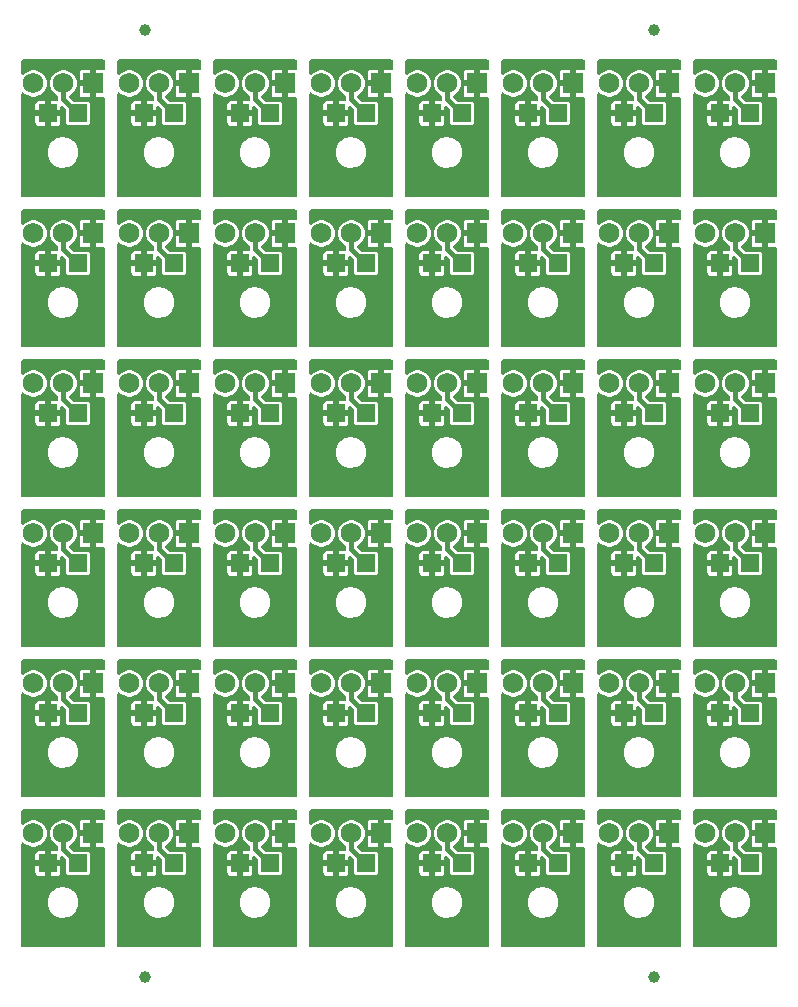
<source format=gbl>
G04 #@! TF.GenerationSoftware,KiCad,Pcbnew,8.0.2-1*
G04 #@! TF.CreationDate,2024-06-10T22:55:01+02:00*
G04 #@! TF.ProjectId,panel-eyes,70616e65-6c2d-4657-9965-732e6b696361,rev?*
G04 #@! TF.SameCoordinates,Original*
G04 #@! TF.FileFunction,Copper,L2,Bot*
G04 #@! TF.FilePolarity,Positive*
%FSLAX46Y46*%
G04 Gerber Fmt 4.6, Leading zero omitted, Abs format (unit mm)*
G04 Created by KiCad (PCBNEW 8.0.2-1) date 2024-06-10 22:55:01*
%MOMM*%
%LPD*%
G01*
G04 APERTURE LIST*
G04 #@! TA.AperFunction,ComponentPad*
%ADD10R,1.500000X1.500000*%
G04 #@! TD*
G04 #@! TA.AperFunction,ComponentPad*
%ADD11R,1.700000X1.700000*%
G04 #@! TD*
G04 #@! TA.AperFunction,ComponentPad*
%ADD12C,1.750000*%
G04 #@! TD*
G04 #@! TA.AperFunction,SMDPad,CuDef*
%ADD13C,1.000000*%
G04 #@! TD*
G04 #@! TA.AperFunction,ViaPad*
%ADD14C,0.600000*%
G04 #@! TD*
G04 #@! TA.AperFunction,Conductor*
%ADD15C,0.400000*%
G04 #@! TD*
G04 APERTURE END LIST*
D10*
G04 #@! TO.P,TP2,1,1*
G04 #@! TO.N,Board_4-GND*
X35256000Y-11079500D03*
G04 #@! TD*
G04 #@! TO.P,TP1,1,1*
G04 #@! TO.N,Board_32-Net-(J1-Pin_2)*
X5284000Y-61879500D03*
G04 #@! TD*
G04 #@! TO.P,TP1,1,1*
G04 #@! TO.N,Board_25-Net-(J1-Pin_2)*
X13412000Y-49179500D03*
G04 #@! TD*
G04 #@! TO.P,TP2,1,1*
G04 #@! TO.N,Board_34-GND*
X19000000Y-61879500D03*
G04 #@! TD*
G04 #@! TO.P,TP1,1,1*
G04 #@! TO.N,Board_39-Net-(J1-Pin_2)*
X62180000Y-61879500D03*
G04 #@! TD*
G04 #@! TO.P,TP2,1,1*
G04 #@! TO.N,Board_3-GND*
X27128000Y-11079500D03*
G04 #@! TD*
G04 #@! TO.P,TP2,1,1*
G04 #@! TO.N,Board_24-GND*
X2744000Y-49179500D03*
G04 #@! TD*
G04 #@! TO.P,TP1,1,1*
G04 #@! TO.N,Board_47-Net-(J1-Pin_2)*
X62180000Y-74579500D03*
G04 #@! TD*
G04 #@! TO.P,TP1,1,1*
G04 #@! TO.N,Board_38-Net-(J1-Pin_2)*
X54052000Y-61879500D03*
G04 #@! TD*
G04 #@! TO.P,TP2,1,1*
G04 #@! TO.N,Board_9-GND*
X10872000Y-23779500D03*
G04 #@! TD*
G04 #@! TO.P,TP2,1,1*
G04 #@! TO.N,Board_32-GND*
X2744000Y-61879500D03*
G04 #@! TD*
G04 #@! TO.P,TP1,1,1*
G04 #@! TO.N,Board_16-Net-(J1-Pin_2)*
X5284000Y-36479500D03*
G04 #@! TD*
G04 #@! TO.P,TP2,1,1*
G04 #@! TO.N,Board_1-GND*
X10872000Y-11079500D03*
G04 #@! TD*
G04 #@! TO.P,TP2,1,1*
G04 #@! TO.N,Board_26-GND*
X19000000Y-49179500D03*
G04 #@! TD*
G04 #@! TO.P,TP2,1,1*
G04 #@! TO.N,Board_17-GND*
X10872000Y-36479500D03*
G04 #@! TD*
G04 #@! TO.P,TP2,1,1*
G04 #@! TO.N,Board_7-GND*
X59640000Y-11079500D03*
G04 #@! TD*
G04 #@! TO.P,TP2,1,1*
G04 #@! TO.N,Board_31-GND*
X59640000Y-49179500D03*
G04 #@! TD*
G04 #@! TO.P,TP1,1,1*
G04 #@! TO.N,Board_18-Net-(J1-Pin_2)*
X21540000Y-36479500D03*
G04 #@! TD*
G04 #@! TO.P,TP2,1,1*
G04 #@! TO.N,Board_39-GND*
X59640000Y-61879500D03*
G04 #@! TD*
G04 #@! TO.P,TP1,1,1*
G04 #@! TO.N,Board_2-Net-(J1-Pin_2)*
X21540000Y-11079500D03*
G04 #@! TD*
G04 #@! TO.P,TP1,1,1*
G04 #@! TO.N,Board_43-Net-(J1-Pin_2)*
X29668000Y-74579500D03*
G04 #@! TD*
G04 #@! TO.P,TP2,1,1*
G04 #@! TO.N,Board_11-GND*
X27128000Y-23779500D03*
G04 #@! TD*
G04 #@! TO.P,TP1,1,1*
G04 #@! TO.N,Board_10-Net-(J1-Pin_2)*
X21540000Y-23779500D03*
G04 #@! TD*
G04 #@! TO.P,TP2,1,1*
G04 #@! TO.N,Board_15-GND*
X59640000Y-23779500D03*
G04 #@! TD*
G04 #@! TO.P,TP2,1,1*
G04 #@! TO.N,Board_13-GND*
X43384000Y-23779500D03*
G04 #@! TD*
G04 #@! TO.P,TP1,1,1*
G04 #@! TO.N,Board_37-Net-(J1-Pin_2)*
X45924000Y-61879500D03*
G04 #@! TD*
G04 #@! TO.P,TP2,1,1*
G04 #@! TO.N,Board_40-GND*
X2744000Y-74579500D03*
G04 #@! TD*
G04 #@! TO.P,TP1,1,1*
G04 #@! TO.N,Board_34-Net-(J1-Pin_2)*
X21540000Y-61879500D03*
G04 #@! TD*
G04 #@! TO.P,TP2,1,1*
G04 #@! TO.N,Board_46-GND*
X51512000Y-74579500D03*
G04 #@! TD*
G04 #@! TO.P,TP2,1,1*
G04 #@! TO.N,Board_38-GND*
X51512000Y-61879500D03*
G04 #@! TD*
G04 #@! TO.P,TP1,1,1*
G04 #@! TO.N,Board_5-Net-(J1-Pin_2)*
X45924000Y-11079500D03*
G04 #@! TD*
G04 #@! TO.P,TP2,1,1*
G04 #@! TO.N,Board_2-GND*
X19000000Y-11079500D03*
G04 #@! TD*
G04 #@! TO.P,TP2,1,1*
G04 #@! TO.N,Board_28-GND*
X35256000Y-49179500D03*
G04 #@! TD*
G04 #@! TO.P,TP1,1,1*
G04 #@! TO.N,Board_44-Net-(J1-Pin_2)*
X37796000Y-74579500D03*
G04 #@! TD*
G04 #@! TO.P,TP1,1,1*
G04 #@! TO.N,Board_0-Net-(J1-Pin_2)*
X5284000Y-11079500D03*
G04 #@! TD*
G04 #@! TO.P,TP2,1,1*
G04 #@! TO.N,Board_35-GND*
X27128000Y-61879500D03*
G04 #@! TD*
G04 #@! TO.P,TP1,1,1*
G04 #@! TO.N,Board_8-Net-(J1-Pin_2)*
X5284000Y-23779500D03*
G04 #@! TD*
G04 #@! TO.P,TP1,1,1*
G04 #@! TO.N,Board_24-Net-(J1-Pin_2)*
X5284000Y-49179500D03*
G04 #@! TD*
G04 #@! TO.P,TP2,1,1*
G04 #@! TO.N,Board_44-GND*
X35256000Y-74579500D03*
G04 #@! TD*
G04 #@! TO.P,TP1,1,1*
G04 #@! TO.N,Board_33-Net-(J1-Pin_2)*
X13412000Y-61879500D03*
G04 #@! TD*
G04 #@! TO.P,TP2,1,1*
G04 #@! TO.N,Board_42-GND*
X19000000Y-74579500D03*
G04 #@! TD*
G04 #@! TO.P,TP1,1,1*
G04 #@! TO.N,Board_29-Net-(J1-Pin_2)*
X45924000Y-49179500D03*
G04 #@! TD*
G04 #@! TO.P,TP1,1,1*
G04 #@! TO.N,Board_27-Net-(J1-Pin_2)*
X29668000Y-49179500D03*
G04 #@! TD*
G04 #@! TO.P,TP1,1,1*
G04 #@! TO.N,Board_45-Net-(J1-Pin_2)*
X45924000Y-74579500D03*
G04 #@! TD*
G04 #@! TO.P,TP1,1,1*
G04 #@! TO.N,Board_12-Net-(J1-Pin_2)*
X37796000Y-23779500D03*
G04 #@! TD*
G04 #@! TO.P,TP1,1,1*
G04 #@! TO.N,Board_36-Net-(J1-Pin_2)*
X37796000Y-61879500D03*
G04 #@! TD*
G04 #@! TO.P,TP1,1,1*
G04 #@! TO.N,Board_7-Net-(J1-Pin_2)*
X62180000Y-11079500D03*
G04 #@! TD*
G04 #@! TO.P,TP1,1,1*
G04 #@! TO.N,Board_31-Net-(J1-Pin_2)*
X62180000Y-49179500D03*
G04 #@! TD*
G04 #@! TO.P,TP2,1,1*
G04 #@! TO.N,Board_10-GND*
X19000000Y-23779500D03*
G04 #@! TD*
G04 #@! TO.P,TP2,1,1*
G04 #@! TO.N,Board_6-GND*
X51512000Y-11079500D03*
G04 #@! TD*
G04 #@! TO.P,TP1,1,1*
G04 #@! TO.N,Board_46-Net-(J1-Pin_2)*
X54052000Y-74579500D03*
G04 #@! TD*
G04 #@! TO.P,TP2,1,1*
G04 #@! TO.N,Board_36-GND*
X35256000Y-61879500D03*
G04 #@! TD*
G04 #@! TO.P,TP2,1,1*
G04 #@! TO.N,Board_41-GND*
X10872000Y-74579500D03*
G04 #@! TD*
G04 #@! TO.P,TP1,1,1*
G04 #@! TO.N,Board_6-Net-(J1-Pin_2)*
X54052000Y-11079500D03*
G04 #@! TD*
G04 #@! TO.P,TP1,1,1*
G04 #@! TO.N,Board_20-Net-(J1-Pin_2)*
X37796000Y-36479500D03*
G04 #@! TD*
G04 #@! TO.P,TP1,1,1*
G04 #@! TO.N,Board_14-Net-(J1-Pin_2)*
X54052000Y-23779500D03*
G04 #@! TD*
G04 #@! TO.P,TP2,1,1*
G04 #@! TO.N,Board_0-GND*
X2744000Y-11079500D03*
G04 #@! TD*
G04 #@! TO.P,TP1,1,1*
G04 #@! TO.N,Board_17-Net-(J1-Pin_2)*
X13412000Y-36479500D03*
G04 #@! TD*
G04 #@! TO.P,TP2,1,1*
G04 #@! TO.N,Board_20-GND*
X35256000Y-36479500D03*
G04 #@! TD*
G04 #@! TO.P,TP2,1,1*
G04 #@! TO.N,Board_43-GND*
X27128000Y-74579500D03*
G04 #@! TD*
G04 #@! TO.P,TP2,1,1*
G04 #@! TO.N,Board_14-GND*
X51512000Y-23779500D03*
G04 #@! TD*
G04 #@! TO.P,TP1,1,1*
G04 #@! TO.N,Board_42-Net-(J1-Pin_2)*
X21540000Y-74579500D03*
G04 #@! TD*
G04 #@! TO.P,TP1,1,1*
G04 #@! TO.N,Board_30-Net-(J1-Pin_2)*
X54052000Y-49179500D03*
G04 #@! TD*
G04 #@! TO.P,TP2,1,1*
G04 #@! TO.N,Board_5-GND*
X43384000Y-11079500D03*
G04 #@! TD*
G04 #@! TO.P,TP2,1,1*
G04 #@! TO.N,Board_37-GND*
X43384000Y-61879500D03*
G04 #@! TD*
G04 #@! TO.P,TP1,1,1*
G04 #@! TO.N,Board_19-Net-(J1-Pin_2)*
X29668000Y-36479500D03*
G04 #@! TD*
G04 #@! TO.P,TP1,1,1*
G04 #@! TO.N,Board_4-Net-(J1-Pin_2)*
X37796000Y-11079500D03*
G04 #@! TD*
G04 #@! TO.P,TP2,1,1*
G04 #@! TO.N,Board_23-GND*
X59640000Y-36479500D03*
G04 #@! TD*
G04 #@! TO.P,TP2,1,1*
G04 #@! TO.N,Board_18-GND*
X19000000Y-36479500D03*
G04 #@! TD*
G04 #@! TO.P,TP2,1,1*
G04 #@! TO.N,Board_45-GND*
X43384000Y-74579500D03*
G04 #@! TD*
G04 #@! TO.P,TP2,1,1*
G04 #@! TO.N,Board_8-GND*
X2744000Y-23779500D03*
G04 #@! TD*
G04 #@! TO.P,TP1,1,1*
G04 #@! TO.N,Board_9-Net-(J1-Pin_2)*
X13412000Y-23779500D03*
G04 #@! TD*
G04 #@! TO.P,TP1,1,1*
G04 #@! TO.N,Board_22-Net-(J1-Pin_2)*
X54052000Y-36479500D03*
G04 #@! TD*
G04 #@! TO.P,TP2,1,1*
G04 #@! TO.N,Board_33-GND*
X10872000Y-61879500D03*
G04 #@! TD*
G04 #@! TO.P,TP2,1,1*
G04 #@! TO.N,Board_30-GND*
X51512000Y-49179500D03*
G04 #@! TD*
G04 #@! TO.P,TP1,1,1*
G04 #@! TO.N,Board_21-Net-(J1-Pin_2)*
X45924000Y-36479500D03*
G04 #@! TD*
G04 #@! TO.P,TP1,1,1*
G04 #@! TO.N,Board_15-Net-(J1-Pin_2)*
X62180000Y-23779500D03*
G04 #@! TD*
G04 #@! TO.P,TP1,1,1*
G04 #@! TO.N,Board_13-Net-(J1-Pin_2)*
X45924000Y-23779500D03*
G04 #@! TD*
G04 #@! TO.P,TP1,1,1*
G04 #@! TO.N,Board_26-Net-(J1-Pin_2)*
X21540000Y-49179500D03*
G04 #@! TD*
G04 #@! TO.P,TP1,1,1*
G04 #@! TO.N,Board_11-Net-(J1-Pin_2)*
X29668000Y-23779500D03*
G04 #@! TD*
G04 #@! TO.P,TP1,1,1*
G04 #@! TO.N,Board_28-Net-(J1-Pin_2)*
X37796000Y-49179500D03*
G04 #@! TD*
G04 #@! TO.P,TP2,1,1*
G04 #@! TO.N,Board_19-GND*
X27128000Y-36479500D03*
G04 #@! TD*
G04 #@! TO.P,TP2,1,1*
G04 #@! TO.N,Board_21-GND*
X43384000Y-36479500D03*
G04 #@! TD*
G04 #@! TO.P,TP1,1,1*
G04 #@! TO.N,Board_1-Net-(J1-Pin_2)*
X13412000Y-11079500D03*
G04 #@! TD*
G04 #@! TO.P,TP1,1,1*
G04 #@! TO.N,Board_23-Net-(J1-Pin_2)*
X62180000Y-36479500D03*
G04 #@! TD*
G04 #@! TO.P,TP1,1,1*
G04 #@! TO.N,Board_3-Net-(J1-Pin_2)*
X29668000Y-11079500D03*
G04 #@! TD*
G04 #@! TO.P,TP2,1,1*
G04 #@! TO.N,Board_12-GND*
X35256000Y-23779500D03*
G04 #@! TD*
G04 #@! TO.P,TP2,1,1*
G04 #@! TO.N,Board_29-GND*
X43384000Y-49179500D03*
G04 #@! TD*
G04 #@! TO.P,TP2,1,1*
G04 #@! TO.N,Board_27-GND*
X27128000Y-49179500D03*
G04 #@! TD*
G04 #@! TO.P,TP2,1,1*
G04 #@! TO.N,Board_22-GND*
X51512000Y-36479500D03*
G04 #@! TD*
G04 #@! TO.P,TP2,1,1*
G04 #@! TO.N,Board_47-GND*
X59640000Y-74579500D03*
G04 #@! TD*
G04 #@! TO.P,TP2,1,1*
G04 #@! TO.N,Board_25-GND*
X10872000Y-49179500D03*
G04 #@! TD*
G04 #@! TO.P,TP1,1,1*
G04 #@! TO.N,Board_41-Net-(J1-Pin_2)*
X13412000Y-74579500D03*
G04 #@! TD*
G04 #@! TO.P,TP2,1,1*
G04 #@! TO.N,Board_16-GND*
X2744000Y-36479500D03*
G04 #@! TD*
G04 #@! TO.P,TP1,1,1*
G04 #@! TO.N,Board_35-Net-(J1-Pin_2)*
X29668000Y-61879500D03*
G04 #@! TD*
G04 #@! TO.P,TP1,1,1*
G04 #@! TO.N,Board_40-Net-(J1-Pin_2)*
X5284000Y-74579500D03*
G04 #@! TD*
D11*
G04 #@! TO.P,J1,1,Pin_1*
G04 #@! TO.N,Board_45-GND*
X47244000Y-72039500D03*
D12*
G04 #@! TO.P,J1,2,Pin_2*
G04 #@! TO.N,Board_45-Net-(J1-Pin_2)*
X44704000Y-72039500D03*
G04 #@! TO.P,J1,3,Pin_3*
G04 #@! TO.N,Board_45-Net-(J1-Pin_3)*
X42164000Y-72039500D03*
G04 #@! TD*
D11*
G04 #@! TO.P,J1,1,Pin_1*
G04 #@! TO.N,Board_16-GND*
X6604000Y-33939500D03*
D12*
G04 #@! TO.P,J1,2,Pin_2*
G04 #@! TO.N,Board_16-Net-(J1-Pin_2)*
X4064000Y-33939500D03*
G04 #@! TO.P,J1,3,Pin_3*
G04 #@! TO.N,Board_16-Net-(J1-Pin_3)*
X1524000Y-33939500D03*
G04 #@! TD*
D11*
G04 #@! TO.P,J1,1,Pin_1*
G04 #@! TO.N,Board_12-GND*
X39116000Y-21239500D03*
D12*
G04 #@! TO.P,J1,2,Pin_2*
G04 #@! TO.N,Board_12-Net-(J1-Pin_2)*
X36576000Y-21239500D03*
G04 #@! TO.P,J1,3,Pin_3*
G04 #@! TO.N,Board_12-Net-(J1-Pin_3)*
X34036000Y-21239500D03*
G04 #@! TD*
D11*
G04 #@! TO.P,J1,1,Pin_1*
G04 #@! TO.N,Board_25-GND*
X14732000Y-46639500D03*
D12*
G04 #@! TO.P,J1,2,Pin_2*
G04 #@! TO.N,Board_25-Net-(J1-Pin_2)*
X12192000Y-46639500D03*
G04 #@! TO.P,J1,3,Pin_3*
G04 #@! TO.N,Board_25-Net-(J1-Pin_3)*
X9652000Y-46639500D03*
G04 #@! TD*
D11*
G04 #@! TO.P,J1,1,Pin_1*
G04 #@! TO.N,Board_39-GND*
X63500000Y-59339500D03*
D12*
G04 #@! TO.P,J1,2,Pin_2*
G04 #@! TO.N,Board_39-Net-(J1-Pin_2)*
X60960000Y-59339500D03*
G04 #@! TO.P,J1,3,Pin_3*
G04 #@! TO.N,Board_39-Net-(J1-Pin_3)*
X58420000Y-59339500D03*
G04 #@! TD*
D11*
G04 #@! TO.P,J1,1,Pin_1*
G04 #@! TO.N,Board_41-GND*
X14732000Y-72039500D03*
D12*
G04 #@! TO.P,J1,2,Pin_2*
G04 #@! TO.N,Board_41-Net-(J1-Pin_2)*
X12192000Y-72039500D03*
G04 #@! TO.P,J1,3,Pin_3*
G04 #@! TO.N,Board_41-Net-(J1-Pin_3)*
X9652000Y-72039500D03*
G04 #@! TD*
D11*
G04 #@! TO.P,J1,1,Pin_1*
G04 #@! TO.N,Board_5-GND*
X47244000Y-8539500D03*
D12*
G04 #@! TO.P,J1,2,Pin_2*
G04 #@! TO.N,Board_5-Net-(J1-Pin_2)*
X44704000Y-8539500D03*
G04 #@! TO.P,J1,3,Pin_3*
G04 #@! TO.N,Board_5-Net-(J1-Pin_3)*
X42164000Y-8539500D03*
G04 #@! TD*
D11*
G04 #@! TO.P,J1,1,Pin_1*
G04 #@! TO.N,Board_10-GND*
X22860000Y-21239500D03*
D12*
G04 #@! TO.P,J1,2,Pin_2*
G04 #@! TO.N,Board_10-Net-(J1-Pin_2)*
X20320000Y-21239500D03*
G04 #@! TO.P,J1,3,Pin_3*
G04 #@! TO.N,Board_10-Net-(J1-Pin_3)*
X17780000Y-21239500D03*
G04 #@! TD*
D11*
G04 #@! TO.P,J1,1,Pin_1*
G04 #@! TO.N,Board_1-GND*
X14732000Y-8539500D03*
D12*
G04 #@! TO.P,J1,2,Pin_2*
G04 #@! TO.N,Board_1-Net-(J1-Pin_2)*
X12192000Y-8539500D03*
G04 #@! TO.P,J1,3,Pin_3*
G04 #@! TO.N,Board_1-Net-(J1-Pin_3)*
X9652000Y-8539500D03*
G04 #@! TD*
D11*
G04 #@! TO.P,J1,1,Pin_1*
G04 #@! TO.N,Board_34-GND*
X22860000Y-59339500D03*
D12*
G04 #@! TO.P,J1,2,Pin_2*
G04 #@! TO.N,Board_34-Net-(J1-Pin_2)*
X20320000Y-59339500D03*
G04 #@! TO.P,J1,3,Pin_3*
G04 #@! TO.N,Board_34-Net-(J1-Pin_3)*
X17780000Y-59339500D03*
G04 #@! TD*
D11*
G04 #@! TO.P,J1,1,Pin_1*
G04 #@! TO.N,Board_36-GND*
X39116000Y-59339500D03*
D12*
G04 #@! TO.P,J1,2,Pin_2*
G04 #@! TO.N,Board_36-Net-(J1-Pin_2)*
X36576000Y-59339500D03*
G04 #@! TO.P,J1,3,Pin_3*
G04 #@! TO.N,Board_36-Net-(J1-Pin_3)*
X34036000Y-59339500D03*
G04 #@! TD*
D11*
G04 #@! TO.P,J1,1,Pin_1*
G04 #@! TO.N,Board_30-GND*
X55372000Y-46639500D03*
D12*
G04 #@! TO.P,J1,2,Pin_2*
G04 #@! TO.N,Board_30-Net-(J1-Pin_2)*
X52832000Y-46639500D03*
G04 #@! TO.P,J1,3,Pin_3*
G04 #@! TO.N,Board_30-Net-(J1-Pin_3)*
X50292000Y-46639500D03*
G04 #@! TD*
D11*
G04 #@! TO.P,J1,1,Pin_1*
G04 #@! TO.N,Board_28-GND*
X39116000Y-46639500D03*
D12*
G04 #@! TO.P,J1,2,Pin_2*
G04 #@! TO.N,Board_28-Net-(J1-Pin_2)*
X36576000Y-46639500D03*
G04 #@! TO.P,J1,3,Pin_3*
G04 #@! TO.N,Board_28-Net-(J1-Pin_3)*
X34036000Y-46639500D03*
G04 #@! TD*
D11*
G04 #@! TO.P,J1,1,Pin_1*
G04 #@! TO.N,Board_38-GND*
X55372000Y-59339500D03*
D12*
G04 #@! TO.P,J1,2,Pin_2*
G04 #@! TO.N,Board_38-Net-(J1-Pin_2)*
X52832000Y-59339500D03*
G04 #@! TO.P,J1,3,Pin_3*
G04 #@! TO.N,Board_38-Net-(J1-Pin_3)*
X50292000Y-59339500D03*
G04 #@! TD*
D11*
G04 #@! TO.P,J1,1,Pin_1*
G04 #@! TO.N,Board_9-GND*
X14732000Y-21239500D03*
D12*
G04 #@! TO.P,J1,2,Pin_2*
G04 #@! TO.N,Board_9-Net-(J1-Pin_2)*
X12192000Y-21239500D03*
G04 #@! TO.P,J1,3,Pin_3*
G04 #@! TO.N,Board_9-Net-(J1-Pin_3)*
X9652000Y-21239500D03*
G04 #@! TD*
D11*
G04 #@! TO.P,J1,1,Pin_1*
G04 #@! TO.N,Board_0-GND*
X6604000Y-8539500D03*
D12*
G04 #@! TO.P,J1,2,Pin_2*
G04 #@! TO.N,Board_0-Net-(J1-Pin_2)*
X4064000Y-8539500D03*
G04 #@! TO.P,J1,3,Pin_3*
G04 #@! TO.N,Board_0-Net-(J1-Pin_3)*
X1524000Y-8539500D03*
G04 #@! TD*
D11*
G04 #@! TO.P,J1,1,Pin_1*
G04 #@! TO.N,Board_13-GND*
X47244000Y-21239500D03*
D12*
G04 #@! TO.P,J1,2,Pin_2*
G04 #@! TO.N,Board_13-Net-(J1-Pin_2)*
X44704000Y-21239500D03*
G04 #@! TO.P,J1,3,Pin_3*
G04 #@! TO.N,Board_13-Net-(J1-Pin_3)*
X42164000Y-21239500D03*
G04 #@! TD*
D13*
G04 #@! TO.P,KiKit_FID_B_3,*
G04 #@! TO.N,*
X11000000Y-84199500D03*
G04 #@! TD*
D11*
G04 #@! TO.P,J1,1,Pin_1*
G04 #@! TO.N,Board_23-GND*
X63500000Y-33939500D03*
D12*
G04 #@! TO.P,J1,2,Pin_2*
G04 #@! TO.N,Board_23-Net-(J1-Pin_2)*
X60960000Y-33939500D03*
G04 #@! TO.P,J1,3,Pin_3*
G04 #@! TO.N,Board_23-Net-(J1-Pin_3)*
X58420000Y-33939500D03*
G04 #@! TD*
D11*
G04 #@! TO.P,J1,1,Pin_1*
G04 #@! TO.N,Board_47-GND*
X63500000Y-72039500D03*
D12*
G04 #@! TO.P,J1,2,Pin_2*
G04 #@! TO.N,Board_47-Net-(J1-Pin_2)*
X60960000Y-72039500D03*
G04 #@! TO.P,J1,3,Pin_3*
G04 #@! TO.N,Board_47-Net-(J1-Pin_3)*
X58420000Y-72039500D03*
G04 #@! TD*
D11*
G04 #@! TO.P,J1,1,Pin_1*
G04 #@! TO.N,Board_32-GND*
X6604000Y-59339500D03*
D12*
G04 #@! TO.P,J1,2,Pin_2*
G04 #@! TO.N,Board_32-Net-(J1-Pin_2)*
X4064000Y-59339500D03*
G04 #@! TO.P,J1,3,Pin_3*
G04 #@! TO.N,Board_32-Net-(J1-Pin_3)*
X1524000Y-59339500D03*
G04 #@! TD*
D11*
G04 #@! TO.P,J1,1,Pin_1*
G04 #@! TO.N,Board_29-GND*
X47244000Y-46639500D03*
D12*
G04 #@! TO.P,J1,2,Pin_2*
G04 #@! TO.N,Board_29-Net-(J1-Pin_2)*
X44704000Y-46639500D03*
G04 #@! TO.P,J1,3,Pin_3*
G04 #@! TO.N,Board_29-Net-(J1-Pin_3)*
X42164000Y-46639500D03*
G04 #@! TD*
D11*
G04 #@! TO.P,J1,1,Pin_1*
G04 #@! TO.N,Board_44-GND*
X39116000Y-72039500D03*
D12*
G04 #@! TO.P,J1,2,Pin_2*
G04 #@! TO.N,Board_44-Net-(J1-Pin_2)*
X36576000Y-72039500D03*
G04 #@! TO.P,J1,3,Pin_3*
G04 #@! TO.N,Board_44-Net-(J1-Pin_3)*
X34036000Y-72039500D03*
G04 #@! TD*
D11*
G04 #@! TO.P,J1,1,Pin_1*
G04 #@! TO.N,Board_35-GND*
X30988000Y-59339500D03*
D12*
G04 #@! TO.P,J1,2,Pin_2*
G04 #@! TO.N,Board_35-Net-(J1-Pin_2)*
X28448000Y-59339500D03*
G04 #@! TO.P,J1,3,Pin_3*
G04 #@! TO.N,Board_35-Net-(J1-Pin_3)*
X25908000Y-59339500D03*
G04 #@! TD*
D11*
G04 #@! TO.P,J1,1,Pin_1*
G04 #@! TO.N,Board_20-GND*
X39116000Y-33939500D03*
D12*
G04 #@! TO.P,J1,2,Pin_2*
G04 #@! TO.N,Board_20-Net-(J1-Pin_2)*
X36576000Y-33939500D03*
G04 #@! TO.P,J1,3,Pin_3*
G04 #@! TO.N,Board_20-Net-(J1-Pin_3)*
X34036000Y-33939500D03*
G04 #@! TD*
D11*
G04 #@! TO.P,J1,1,Pin_1*
G04 #@! TO.N,Board_43-GND*
X30988000Y-72039500D03*
D12*
G04 #@! TO.P,J1,2,Pin_2*
G04 #@! TO.N,Board_43-Net-(J1-Pin_2)*
X28448000Y-72039500D03*
G04 #@! TO.P,J1,3,Pin_3*
G04 #@! TO.N,Board_43-Net-(J1-Pin_3)*
X25908000Y-72039500D03*
G04 #@! TD*
D11*
G04 #@! TO.P,J1,1,Pin_1*
G04 #@! TO.N,Board_31-GND*
X63500000Y-46639500D03*
D12*
G04 #@! TO.P,J1,2,Pin_2*
G04 #@! TO.N,Board_31-Net-(J1-Pin_2)*
X60960000Y-46639500D03*
G04 #@! TO.P,J1,3,Pin_3*
G04 #@! TO.N,Board_31-Net-(J1-Pin_3)*
X58420000Y-46639500D03*
G04 #@! TD*
D11*
G04 #@! TO.P,J1,1,Pin_1*
G04 #@! TO.N,Board_17-GND*
X14732000Y-33939500D03*
D12*
G04 #@! TO.P,J1,2,Pin_2*
G04 #@! TO.N,Board_17-Net-(J1-Pin_2)*
X12192000Y-33939500D03*
G04 #@! TO.P,J1,3,Pin_3*
G04 #@! TO.N,Board_17-Net-(J1-Pin_3)*
X9652000Y-33939500D03*
G04 #@! TD*
D11*
G04 #@! TO.P,J1,1,Pin_1*
G04 #@! TO.N,Board_19-GND*
X30988000Y-33939500D03*
D12*
G04 #@! TO.P,J1,2,Pin_2*
G04 #@! TO.N,Board_19-Net-(J1-Pin_2)*
X28448000Y-33939500D03*
G04 #@! TO.P,J1,3,Pin_3*
G04 #@! TO.N,Board_19-Net-(J1-Pin_3)*
X25908000Y-33939500D03*
G04 #@! TD*
D11*
G04 #@! TO.P,J1,1,Pin_1*
G04 #@! TO.N,Board_40-GND*
X6604000Y-72039500D03*
D12*
G04 #@! TO.P,J1,2,Pin_2*
G04 #@! TO.N,Board_40-Net-(J1-Pin_2)*
X4064000Y-72039500D03*
G04 #@! TO.P,J1,3,Pin_3*
G04 #@! TO.N,Board_40-Net-(J1-Pin_3)*
X1524000Y-72039500D03*
G04 #@! TD*
D11*
G04 #@! TO.P,J1,1,Pin_1*
G04 #@! TO.N,Board_21-GND*
X47244000Y-33939500D03*
D12*
G04 #@! TO.P,J1,2,Pin_2*
G04 #@! TO.N,Board_21-Net-(J1-Pin_2)*
X44704000Y-33939500D03*
G04 #@! TO.P,J1,3,Pin_3*
G04 #@! TO.N,Board_21-Net-(J1-Pin_3)*
X42164000Y-33939500D03*
G04 #@! TD*
D11*
G04 #@! TO.P,J1,1,Pin_1*
G04 #@! TO.N,Board_7-GND*
X63500000Y-8539500D03*
D12*
G04 #@! TO.P,J1,2,Pin_2*
G04 #@! TO.N,Board_7-Net-(J1-Pin_2)*
X60960000Y-8539500D03*
G04 #@! TO.P,J1,3,Pin_3*
G04 #@! TO.N,Board_7-Net-(J1-Pin_3)*
X58420000Y-8539500D03*
G04 #@! TD*
D11*
G04 #@! TO.P,J1,1,Pin_1*
G04 #@! TO.N,Board_8-GND*
X6604000Y-21239500D03*
D12*
G04 #@! TO.P,J1,2,Pin_2*
G04 #@! TO.N,Board_8-Net-(J1-Pin_2)*
X4064000Y-21239500D03*
G04 #@! TO.P,J1,3,Pin_3*
G04 #@! TO.N,Board_8-Net-(J1-Pin_3)*
X1524000Y-21239500D03*
G04 #@! TD*
D11*
G04 #@! TO.P,J1,1,Pin_1*
G04 #@! TO.N,Board_3-GND*
X30988000Y-8539500D03*
D12*
G04 #@! TO.P,J1,2,Pin_2*
G04 #@! TO.N,Board_3-Net-(J1-Pin_2)*
X28448000Y-8539500D03*
G04 #@! TO.P,J1,3,Pin_3*
G04 #@! TO.N,Board_3-Net-(J1-Pin_3)*
X25908000Y-8539500D03*
G04 #@! TD*
D11*
G04 #@! TO.P,J1,1,Pin_1*
G04 #@! TO.N,Board_18-GND*
X22860000Y-33939500D03*
D12*
G04 #@! TO.P,J1,2,Pin_2*
G04 #@! TO.N,Board_18-Net-(J1-Pin_2)*
X20320000Y-33939500D03*
G04 #@! TO.P,J1,3,Pin_3*
G04 #@! TO.N,Board_18-Net-(J1-Pin_3)*
X17780000Y-33939500D03*
G04 #@! TD*
D11*
G04 #@! TO.P,J1,1,Pin_1*
G04 #@! TO.N,Board_26-GND*
X22860000Y-46639500D03*
D12*
G04 #@! TO.P,J1,2,Pin_2*
G04 #@! TO.N,Board_26-Net-(J1-Pin_2)*
X20320000Y-46639500D03*
G04 #@! TO.P,J1,3,Pin_3*
G04 #@! TO.N,Board_26-Net-(J1-Pin_3)*
X17780000Y-46639500D03*
G04 #@! TD*
D11*
G04 #@! TO.P,J1,1,Pin_1*
G04 #@! TO.N,Board_37-GND*
X47244000Y-59339500D03*
D12*
G04 #@! TO.P,J1,2,Pin_2*
G04 #@! TO.N,Board_37-Net-(J1-Pin_2)*
X44704000Y-59339500D03*
G04 #@! TO.P,J1,3,Pin_3*
G04 #@! TO.N,Board_37-Net-(J1-Pin_3)*
X42164000Y-59339500D03*
G04 #@! TD*
D11*
G04 #@! TO.P,J1,1,Pin_1*
G04 #@! TO.N,Board_4-GND*
X39116000Y-8539500D03*
D12*
G04 #@! TO.P,J1,2,Pin_2*
G04 #@! TO.N,Board_4-Net-(J1-Pin_2)*
X36576000Y-8539500D03*
G04 #@! TO.P,J1,3,Pin_3*
G04 #@! TO.N,Board_4-Net-(J1-Pin_3)*
X34036000Y-8539500D03*
G04 #@! TD*
D11*
G04 #@! TO.P,J1,1,Pin_1*
G04 #@! TO.N,Board_15-GND*
X63500000Y-21239500D03*
D12*
G04 #@! TO.P,J1,2,Pin_2*
G04 #@! TO.N,Board_15-Net-(J1-Pin_2)*
X60960000Y-21239500D03*
G04 #@! TO.P,J1,3,Pin_3*
G04 #@! TO.N,Board_15-Net-(J1-Pin_3)*
X58420000Y-21239500D03*
G04 #@! TD*
D11*
G04 #@! TO.P,J1,1,Pin_1*
G04 #@! TO.N,Board_24-GND*
X6604000Y-46639500D03*
D12*
G04 #@! TO.P,J1,2,Pin_2*
G04 #@! TO.N,Board_24-Net-(J1-Pin_2)*
X4064000Y-46639500D03*
G04 #@! TO.P,J1,3,Pin_3*
G04 #@! TO.N,Board_24-Net-(J1-Pin_3)*
X1524000Y-46639500D03*
G04 #@! TD*
D11*
G04 #@! TO.P,J1,1,Pin_1*
G04 #@! TO.N,Board_14-GND*
X55372000Y-21239500D03*
D12*
G04 #@! TO.P,J1,2,Pin_2*
G04 #@! TO.N,Board_14-Net-(J1-Pin_2)*
X52832000Y-21239500D03*
G04 #@! TO.P,J1,3,Pin_3*
G04 #@! TO.N,Board_14-Net-(J1-Pin_3)*
X50292000Y-21239500D03*
G04 #@! TD*
D11*
G04 #@! TO.P,J1,1,Pin_1*
G04 #@! TO.N,Board_27-GND*
X30988000Y-46639500D03*
D12*
G04 #@! TO.P,J1,2,Pin_2*
G04 #@! TO.N,Board_27-Net-(J1-Pin_2)*
X28448000Y-46639500D03*
G04 #@! TO.P,J1,3,Pin_3*
G04 #@! TO.N,Board_27-Net-(J1-Pin_3)*
X25908000Y-46639500D03*
G04 #@! TD*
D11*
G04 #@! TO.P,J1,1,Pin_1*
G04 #@! TO.N,Board_42-GND*
X22860000Y-72039500D03*
D12*
G04 #@! TO.P,J1,2,Pin_2*
G04 #@! TO.N,Board_42-Net-(J1-Pin_2)*
X20320000Y-72039500D03*
G04 #@! TO.P,J1,3,Pin_3*
G04 #@! TO.N,Board_42-Net-(J1-Pin_3)*
X17780000Y-72039500D03*
G04 #@! TD*
D11*
G04 #@! TO.P,J1,1,Pin_1*
G04 #@! TO.N,Board_33-GND*
X14732000Y-59339500D03*
D12*
G04 #@! TO.P,J1,2,Pin_2*
G04 #@! TO.N,Board_33-Net-(J1-Pin_2)*
X12192000Y-59339500D03*
G04 #@! TO.P,J1,3,Pin_3*
G04 #@! TO.N,Board_33-Net-(J1-Pin_3)*
X9652000Y-59339500D03*
G04 #@! TD*
D13*
G04 #@! TO.P,KiKit_FID_B_1,*
G04 #@! TO.N,*
X11000000Y-4000000D03*
G04 #@! TD*
D11*
G04 #@! TO.P,J1,1,Pin_1*
G04 #@! TO.N,Board_22-GND*
X55372000Y-33939500D03*
D12*
G04 #@! TO.P,J1,2,Pin_2*
G04 #@! TO.N,Board_22-Net-(J1-Pin_2)*
X52832000Y-33939500D03*
G04 #@! TO.P,J1,3,Pin_3*
G04 #@! TO.N,Board_22-Net-(J1-Pin_3)*
X50292000Y-33939500D03*
G04 #@! TD*
D11*
G04 #@! TO.P,J1,1,Pin_1*
G04 #@! TO.N,Board_11-GND*
X30988000Y-21239500D03*
D12*
G04 #@! TO.P,J1,2,Pin_2*
G04 #@! TO.N,Board_11-Net-(J1-Pin_2)*
X28448000Y-21239500D03*
G04 #@! TO.P,J1,3,Pin_3*
G04 #@! TO.N,Board_11-Net-(J1-Pin_3)*
X25908000Y-21239500D03*
G04 #@! TD*
D13*
G04 #@! TO.P,KiKit_FID_B_4,*
G04 #@! TO.N,*
X54024000Y-84199500D03*
G04 #@! TD*
D11*
G04 #@! TO.P,J1,1,Pin_1*
G04 #@! TO.N,Board_2-GND*
X22860000Y-8539500D03*
D12*
G04 #@! TO.P,J1,2,Pin_2*
G04 #@! TO.N,Board_2-Net-(J1-Pin_2)*
X20320000Y-8539500D03*
G04 #@! TO.P,J1,3,Pin_3*
G04 #@! TO.N,Board_2-Net-(J1-Pin_3)*
X17780000Y-8539500D03*
G04 #@! TD*
D13*
G04 #@! TO.P,KiKit_FID_B_2,*
G04 #@! TO.N,*
X54024000Y-4000000D03*
G04 #@! TD*
D11*
G04 #@! TO.P,J1,1,Pin_1*
G04 #@! TO.N,Board_6-GND*
X55372000Y-8539500D03*
D12*
G04 #@! TO.P,J1,2,Pin_2*
G04 #@! TO.N,Board_6-Net-(J1-Pin_2)*
X52832000Y-8539500D03*
G04 #@! TO.P,J1,3,Pin_3*
G04 #@! TO.N,Board_6-Net-(J1-Pin_3)*
X50292000Y-8539500D03*
G04 #@! TD*
D11*
G04 #@! TO.P,J1,1,Pin_1*
G04 #@! TO.N,Board_46-GND*
X55372000Y-72039500D03*
D12*
G04 #@! TO.P,J1,2,Pin_2*
G04 #@! TO.N,Board_46-Net-(J1-Pin_2)*
X52832000Y-72039500D03*
G04 #@! TO.P,J1,3,Pin_3*
G04 #@! TO.N,Board_46-Net-(J1-Pin_3)*
X50292000Y-72039500D03*
G04 #@! TD*
D14*
G04 #@! TO.N,Board_0-GND*
X4014000Y-16413500D03*
G04 #@! TO.N,Board_1-GND*
X12142000Y-16413500D03*
G04 #@! TO.N,Board_2-GND*
X20270000Y-16413500D03*
G04 #@! TO.N,Board_3-GND*
X28398000Y-16413500D03*
G04 #@! TO.N,Board_4-GND*
X36526000Y-16413500D03*
G04 #@! TO.N,Board_5-GND*
X44654000Y-16413500D03*
G04 #@! TO.N,Board_6-GND*
X52782000Y-16413500D03*
G04 #@! TO.N,Board_7-GND*
X60910000Y-16413500D03*
G04 #@! TO.N,Board_8-GND*
X4014000Y-29113500D03*
G04 #@! TO.N,Board_9-GND*
X12142000Y-29113500D03*
G04 #@! TO.N,Board_10-GND*
X20270000Y-29113500D03*
G04 #@! TO.N,Board_11-GND*
X28398000Y-29113500D03*
G04 #@! TO.N,Board_12-GND*
X36526000Y-29113500D03*
G04 #@! TO.N,Board_13-GND*
X44654000Y-29113500D03*
G04 #@! TO.N,Board_14-GND*
X52782000Y-29113500D03*
G04 #@! TO.N,Board_15-GND*
X60910000Y-29113500D03*
G04 #@! TO.N,Board_16-GND*
X4014000Y-41813500D03*
G04 #@! TO.N,Board_17-GND*
X12142000Y-41813500D03*
G04 #@! TO.N,Board_18-GND*
X20270000Y-41813500D03*
G04 #@! TO.N,Board_19-GND*
X28398000Y-41813500D03*
G04 #@! TO.N,Board_20-GND*
X36526000Y-41813500D03*
G04 #@! TO.N,Board_21-GND*
X44654000Y-41813500D03*
G04 #@! TO.N,Board_22-GND*
X52782000Y-41813500D03*
G04 #@! TO.N,Board_23-GND*
X60910000Y-41813500D03*
G04 #@! TO.N,Board_24-GND*
X4014000Y-54513500D03*
G04 #@! TO.N,Board_25-GND*
X12142000Y-54513500D03*
G04 #@! TO.N,Board_26-GND*
X20270000Y-54513500D03*
G04 #@! TO.N,Board_27-GND*
X28398000Y-54513500D03*
G04 #@! TO.N,Board_28-GND*
X36526000Y-54513500D03*
G04 #@! TO.N,Board_29-GND*
X44654000Y-54513500D03*
G04 #@! TO.N,Board_30-GND*
X52782000Y-54513500D03*
G04 #@! TO.N,Board_31-GND*
X60910000Y-54513500D03*
G04 #@! TO.N,Board_32-GND*
X4014000Y-67213500D03*
G04 #@! TO.N,Board_33-GND*
X12142000Y-67213500D03*
G04 #@! TO.N,Board_34-GND*
X20270000Y-67213500D03*
G04 #@! TO.N,Board_35-GND*
X28398000Y-67213500D03*
G04 #@! TO.N,Board_36-GND*
X36526000Y-67213500D03*
G04 #@! TO.N,Board_37-GND*
X44654000Y-67213500D03*
G04 #@! TO.N,Board_38-GND*
X52782000Y-67213500D03*
G04 #@! TO.N,Board_39-GND*
X60910000Y-67213500D03*
G04 #@! TO.N,Board_40-GND*
X4014000Y-79913500D03*
G04 #@! TO.N,Board_41-GND*
X12142000Y-79913500D03*
G04 #@! TO.N,Board_42-GND*
X20270000Y-79913500D03*
G04 #@! TO.N,Board_43-GND*
X28398000Y-79913500D03*
G04 #@! TO.N,Board_44-GND*
X36526000Y-79913500D03*
G04 #@! TO.N,Board_45-GND*
X44654000Y-79913500D03*
G04 #@! TO.N,Board_46-GND*
X52782000Y-79913500D03*
G04 #@! TO.N,Board_47-GND*
X60910000Y-79913500D03*
G04 #@! TD*
D15*
G04 #@! TO.N,Board_0-Net-(J1-Pin_2)*
X4064000Y-9859500D02*
X5284000Y-11079500D01*
X4064000Y-8539500D02*
X4064000Y-9859500D01*
G04 #@! TO.N,Board_1-Net-(J1-Pin_2)*
X12192000Y-8539500D02*
X12192000Y-9859500D01*
X12192000Y-9859500D02*
X13412000Y-11079500D01*
G04 #@! TO.N,Board_2-Net-(J1-Pin_2)*
X20320000Y-9859500D02*
X21540000Y-11079500D01*
X20320000Y-8539500D02*
X20320000Y-9859500D01*
G04 #@! TO.N,Board_3-Net-(J1-Pin_2)*
X28448000Y-9859500D02*
X29668000Y-11079500D01*
X28448000Y-8539500D02*
X28448000Y-9859500D01*
G04 #@! TO.N,Board_4-Net-(J1-Pin_2)*
X36576000Y-9859500D02*
X37796000Y-11079500D01*
X36576000Y-8539500D02*
X36576000Y-9859500D01*
G04 #@! TO.N,Board_5-Net-(J1-Pin_2)*
X44704000Y-8539500D02*
X44704000Y-9859500D01*
X44704000Y-9859500D02*
X45924000Y-11079500D01*
G04 #@! TO.N,Board_6-Net-(J1-Pin_2)*
X52832000Y-8539500D02*
X52832000Y-9859500D01*
X52832000Y-9859500D02*
X54052000Y-11079500D01*
G04 #@! TO.N,Board_7-Net-(J1-Pin_2)*
X60960000Y-9859500D02*
X62180000Y-11079500D01*
X60960000Y-8539500D02*
X60960000Y-9859500D01*
G04 #@! TO.N,Board_8-Net-(J1-Pin_2)*
X4064000Y-21239500D02*
X4064000Y-22559500D01*
X4064000Y-22559500D02*
X5284000Y-23779500D01*
G04 #@! TO.N,Board_9-Net-(J1-Pin_2)*
X12192000Y-22559500D02*
X13412000Y-23779500D01*
X12192000Y-21239500D02*
X12192000Y-22559500D01*
G04 #@! TO.N,Board_10-Net-(J1-Pin_2)*
X20320000Y-21239500D02*
X20320000Y-22559500D01*
X20320000Y-22559500D02*
X21540000Y-23779500D01*
G04 #@! TO.N,Board_11-Net-(J1-Pin_2)*
X28448000Y-21239500D02*
X28448000Y-22559500D01*
X28448000Y-22559500D02*
X29668000Y-23779500D01*
G04 #@! TO.N,Board_12-Net-(J1-Pin_2)*
X36576000Y-21239500D02*
X36576000Y-22559500D01*
X36576000Y-22559500D02*
X37796000Y-23779500D01*
G04 #@! TO.N,Board_13-Net-(J1-Pin_2)*
X44704000Y-22559500D02*
X45924000Y-23779500D01*
X44704000Y-21239500D02*
X44704000Y-22559500D01*
G04 #@! TO.N,Board_14-Net-(J1-Pin_2)*
X52832000Y-21239500D02*
X52832000Y-22559500D01*
X52832000Y-22559500D02*
X54052000Y-23779500D01*
G04 #@! TO.N,Board_15-Net-(J1-Pin_2)*
X60960000Y-22559500D02*
X62180000Y-23779500D01*
X60960000Y-21239500D02*
X60960000Y-22559500D01*
G04 #@! TO.N,Board_16-Net-(J1-Pin_2)*
X4064000Y-33939500D02*
X4064000Y-35259500D01*
X4064000Y-35259500D02*
X5284000Y-36479500D01*
G04 #@! TO.N,Board_17-Net-(J1-Pin_2)*
X12192000Y-35259500D02*
X13412000Y-36479500D01*
X12192000Y-33939500D02*
X12192000Y-35259500D01*
G04 #@! TO.N,Board_18-Net-(J1-Pin_2)*
X20320000Y-35259500D02*
X21540000Y-36479500D01*
X20320000Y-33939500D02*
X20320000Y-35259500D01*
G04 #@! TO.N,Board_19-Net-(J1-Pin_2)*
X28448000Y-33939500D02*
X28448000Y-35259500D01*
X28448000Y-35259500D02*
X29668000Y-36479500D01*
G04 #@! TO.N,Board_20-Net-(J1-Pin_2)*
X36576000Y-33939500D02*
X36576000Y-35259500D01*
X36576000Y-35259500D02*
X37796000Y-36479500D01*
G04 #@! TO.N,Board_21-Net-(J1-Pin_2)*
X44704000Y-33939500D02*
X44704000Y-35259500D01*
X44704000Y-35259500D02*
X45924000Y-36479500D01*
G04 #@! TO.N,Board_22-Net-(J1-Pin_2)*
X52832000Y-35259500D02*
X54052000Y-36479500D01*
X52832000Y-33939500D02*
X52832000Y-35259500D01*
G04 #@! TO.N,Board_23-Net-(J1-Pin_2)*
X60960000Y-35259500D02*
X62180000Y-36479500D01*
X60960000Y-33939500D02*
X60960000Y-35259500D01*
G04 #@! TO.N,Board_24-Net-(J1-Pin_2)*
X4064000Y-46639500D02*
X4064000Y-47959500D01*
X4064000Y-47959500D02*
X5284000Y-49179500D01*
G04 #@! TO.N,Board_25-Net-(J1-Pin_2)*
X12192000Y-47959500D02*
X13412000Y-49179500D01*
X12192000Y-46639500D02*
X12192000Y-47959500D01*
G04 #@! TO.N,Board_26-Net-(J1-Pin_2)*
X20320000Y-46639500D02*
X20320000Y-47959500D01*
X20320000Y-47959500D02*
X21540000Y-49179500D01*
G04 #@! TO.N,Board_27-Net-(J1-Pin_2)*
X28448000Y-46639500D02*
X28448000Y-47959500D01*
X28448000Y-47959500D02*
X29668000Y-49179500D01*
G04 #@! TO.N,Board_28-Net-(J1-Pin_2)*
X36576000Y-46639500D02*
X36576000Y-47959500D01*
X36576000Y-47959500D02*
X37796000Y-49179500D01*
G04 #@! TO.N,Board_29-Net-(J1-Pin_2)*
X44704000Y-47959500D02*
X45924000Y-49179500D01*
X44704000Y-46639500D02*
X44704000Y-47959500D01*
G04 #@! TO.N,Board_30-Net-(J1-Pin_2)*
X52832000Y-47959500D02*
X54052000Y-49179500D01*
X52832000Y-46639500D02*
X52832000Y-47959500D01*
G04 #@! TO.N,Board_31-Net-(J1-Pin_2)*
X60960000Y-46639500D02*
X60960000Y-47959500D01*
X60960000Y-47959500D02*
X62180000Y-49179500D01*
G04 #@! TO.N,Board_32-Net-(J1-Pin_2)*
X4064000Y-59339500D02*
X4064000Y-60659500D01*
X4064000Y-60659500D02*
X5284000Y-61879500D01*
G04 #@! TO.N,Board_33-Net-(J1-Pin_2)*
X12192000Y-60659500D02*
X13412000Y-61879500D01*
X12192000Y-59339500D02*
X12192000Y-60659500D01*
G04 #@! TO.N,Board_34-Net-(J1-Pin_2)*
X20320000Y-59339500D02*
X20320000Y-60659500D01*
X20320000Y-60659500D02*
X21540000Y-61879500D01*
G04 #@! TO.N,Board_35-Net-(J1-Pin_2)*
X28448000Y-60659500D02*
X29668000Y-61879500D01*
X28448000Y-59339500D02*
X28448000Y-60659500D01*
G04 #@! TO.N,Board_36-Net-(J1-Pin_2)*
X36576000Y-60659500D02*
X37796000Y-61879500D01*
X36576000Y-59339500D02*
X36576000Y-60659500D01*
G04 #@! TO.N,Board_37-Net-(J1-Pin_2)*
X44704000Y-59339500D02*
X44704000Y-60659500D01*
X44704000Y-60659500D02*
X45924000Y-61879500D01*
G04 #@! TO.N,Board_38-Net-(J1-Pin_2)*
X52832000Y-60659500D02*
X54052000Y-61879500D01*
X52832000Y-59339500D02*
X52832000Y-60659500D01*
G04 #@! TO.N,Board_39-Net-(J1-Pin_2)*
X60960000Y-60659500D02*
X62180000Y-61879500D01*
X60960000Y-59339500D02*
X60960000Y-60659500D01*
G04 #@! TO.N,Board_40-Net-(J1-Pin_2)*
X4064000Y-72039500D02*
X4064000Y-73359500D01*
X4064000Y-73359500D02*
X5284000Y-74579500D01*
G04 #@! TO.N,Board_41-Net-(J1-Pin_2)*
X12192000Y-72039500D02*
X12192000Y-73359500D01*
X12192000Y-73359500D02*
X13412000Y-74579500D01*
G04 #@! TO.N,Board_42-Net-(J1-Pin_2)*
X20320000Y-73359500D02*
X21540000Y-74579500D01*
X20320000Y-72039500D02*
X20320000Y-73359500D01*
G04 #@! TO.N,Board_43-Net-(J1-Pin_2)*
X28448000Y-72039500D02*
X28448000Y-73359500D01*
X28448000Y-73359500D02*
X29668000Y-74579500D01*
G04 #@! TO.N,Board_44-Net-(J1-Pin_2)*
X36576000Y-72039500D02*
X36576000Y-73359500D01*
X36576000Y-73359500D02*
X37796000Y-74579500D01*
G04 #@! TO.N,Board_45-Net-(J1-Pin_2)*
X44704000Y-73359500D02*
X45924000Y-74579500D01*
X44704000Y-72039500D02*
X44704000Y-73359500D01*
G04 #@! TO.N,Board_46-Net-(J1-Pin_2)*
X52832000Y-72039500D02*
X52832000Y-73359500D01*
X52832000Y-73359500D02*
X54052000Y-74579500D01*
G04 #@! TO.N,Board_47-Net-(J1-Pin_2)*
X60960000Y-72039500D02*
X60960000Y-73359500D01*
X60960000Y-73359500D02*
X62180000Y-74579500D01*
G04 #@! TD*
G04 #@! TA.AperFunction,Conductor*
G04 #@! TO.N,Board_29-GND*
G36*
X48153039Y-44627185D02*
G01*
X48198794Y-44679989D01*
X48210000Y-44731500D01*
X48210000Y-45365500D01*
X48190315Y-45432539D01*
X48137511Y-45478294D01*
X48086000Y-45489500D01*
X47498000Y-45489500D01*
X47498000Y-46327814D01*
X47489606Y-46319420D01*
X47398394Y-46266759D01*
X47296661Y-46239500D01*
X47191339Y-46239500D01*
X47089606Y-46266759D01*
X46998394Y-46319420D01*
X46990000Y-46327814D01*
X46990000Y-45489500D01*
X46349214Y-45489500D01*
X46349191Y-45489502D01*
X46324130Y-45492408D01*
X46324126Y-45492409D01*
X46221525Y-45537711D01*
X46221520Y-45537714D01*
X46142214Y-45617020D01*
X46142211Y-45617025D01*
X46096910Y-45719622D01*
X46096910Y-45719624D01*
X46094000Y-45744705D01*
X46094000Y-46385500D01*
X46932314Y-46385500D01*
X46923920Y-46393894D01*
X46871259Y-46485106D01*
X46844000Y-46586839D01*
X46844000Y-46692161D01*
X46871259Y-46793894D01*
X46923920Y-46885106D01*
X46932314Y-46893500D01*
X46094001Y-46893500D01*
X46094001Y-47534285D01*
X46094002Y-47534308D01*
X46096908Y-47559369D01*
X46096909Y-47559373D01*
X46142211Y-47661974D01*
X46142214Y-47661979D01*
X46221520Y-47741285D01*
X46221525Y-47741288D01*
X46324123Y-47786589D01*
X46349206Y-47789499D01*
X46989999Y-47789499D01*
X46990000Y-47789498D01*
X46990000Y-46951186D01*
X46998394Y-46959580D01*
X47089606Y-47012241D01*
X47191339Y-47039500D01*
X47296661Y-47039500D01*
X47398394Y-47012241D01*
X47489606Y-46959580D01*
X47498000Y-46951186D01*
X47498000Y-47789499D01*
X48086000Y-47789499D01*
X48153039Y-47809184D01*
X48198794Y-47861988D01*
X48210000Y-47913499D01*
X48210000Y-56167500D01*
X48190315Y-56234539D01*
X48137511Y-56280294D01*
X48086000Y-56291500D01*
X41264500Y-56291500D01*
X41197461Y-56271815D01*
X41151706Y-56219011D01*
X41140500Y-56167500D01*
X41140500Y-52379148D01*
X43353500Y-52379148D01*
X43353500Y-52583851D01*
X43385522Y-52786034D01*
X43448781Y-52980723D01*
X43541715Y-53163113D01*
X43662028Y-53328713D01*
X43806786Y-53473471D01*
X43961749Y-53586056D01*
X43972390Y-53593787D01*
X44088607Y-53653003D01*
X44154776Y-53686718D01*
X44154778Y-53686718D01*
X44154781Y-53686720D01*
X44259137Y-53720627D01*
X44349465Y-53749977D01*
X44450557Y-53765988D01*
X44551648Y-53782000D01*
X44551649Y-53782000D01*
X44756351Y-53782000D01*
X44756352Y-53782000D01*
X44958534Y-53749977D01*
X45153219Y-53686720D01*
X45335610Y-53593787D01*
X45428590Y-53526232D01*
X45501213Y-53473471D01*
X45501215Y-53473468D01*
X45501219Y-53473466D01*
X45645966Y-53328719D01*
X45645968Y-53328715D01*
X45645971Y-53328713D01*
X45698732Y-53256090D01*
X45766287Y-53163110D01*
X45859220Y-52980719D01*
X45922477Y-52786034D01*
X45954500Y-52583852D01*
X45954500Y-52379148D01*
X45922477Y-52176966D01*
X45859220Y-51982281D01*
X45859218Y-51982278D01*
X45859218Y-51982276D01*
X45825503Y-51916107D01*
X45766287Y-51799890D01*
X45758556Y-51789249D01*
X45645971Y-51634286D01*
X45501213Y-51489528D01*
X45335613Y-51369215D01*
X45335612Y-51369214D01*
X45335610Y-51369213D01*
X45278653Y-51340191D01*
X45153223Y-51276281D01*
X44958534Y-51213022D01*
X44783995Y-51185378D01*
X44756352Y-51181000D01*
X44551648Y-51181000D01*
X44527329Y-51184851D01*
X44349465Y-51213022D01*
X44154776Y-51276281D01*
X43972386Y-51369215D01*
X43806786Y-51489528D01*
X43662028Y-51634286D01*
X43541715Y-51799886D01*
X43448781Y-51982276D01*
X43385522Y-52176965D01*
X43353500Y-52379148D01*
X41140500Y-52379148D01*
X41140500Y-49974285D01*
X42334001Y-49974285D01*
X42334002Y-49974308D01*
X42336908Y-49999369D01*
X42336909Y-49999373D01*
X42382211Y-50101974D01*
X42382214Y-50101979D01*
X42461520Y-50181285D01*
X42461525Y-50181288D01*
X42564123Y-50226589D01*
X42589206Y-50229499D01*
X43129999Y-50229499D01*
X43638000Y-50229499D01*
X44178786Y-50229499D01*
X44178808Y-50229497D01*
X44203869Y-50226591D01*
X44203873Y-50226590D01*
X44306474Y-50181288D01*
X44306479Y-50181285D01*
X44385785Y-50101979D01*
X44385788Y-50101974D01*
X44431089Y-49999377D01*
X44431089Y-49999375D01*
X44433999Y-49974294D01*
X44434000Y-49974291D01*
X44434000Y-49433500D01*
X43638000Y-49433500D01*
X43638000Y-50229499D01*
X43129999Y-50229499D01*
X43130000Y-50229498D01*
X43130000Y-49433500D01*
X42334001Y-49433500D01*
X42334001Y-49974285D01*
X41140500Y-49974285D01*
X41140500Y-49133422D01*
X43034000Y-49133422D01*
X43034000Y-49225578D01*
X43057852Y-49314595D01*
X43103930Y-49394405D01*
X43169095Y-49459570D01*
X43248905Y-49505648D01*
X43337922Y-49529500D01*
X43430078Y-49529500D01*
X43519095Y-49505648D01*
X43598905Y-49459570D01*
X43664070Y-49394405D01*
X43710148Y-49314595D01*
X43734000Y-49225578D01*
X43734000Y-49133422D01*
X43710148Y-49044405D01*
X43664070Y-48964595D01*
X43598905Y-48899430D01*
X43519095Y-48853352D01*
X43430078Y-48829500D01*
X43337922Y-48829500D01*
X43248905Y-48853352D01*
X43169095Y-48899430D01*
X43103930Y-48964595D01*
X43057852Y-49044405D01*
X43034000Y-49133422D01*
X41140500Y-49133422D01*
X41140500Y-48384705D01*
X42334000Y-48384705D01*
X42334000Y-48925500D01*
X43130000Y-48925500D01*
X43130000Y-48129500D01*
X42589214Y-48129500D01*
X42589191Y-48129502D01*
X42564130Y-48132408D01*
X42564126Y-48132409D01*
X42461525Y-48177711D01*
X42461520Y-48177714D01*
X42382214Y-48257020D01*
X42382211Y-48257025D01*
X42336910Y-48359622D01*
X42336910Y-48359624D01*
X42334000Y-48384705D01*
X41140500Y-48384705D01*
X41140500Y-47510275D01*
X41160185Y-47443236D01*
X41212989Y-47397481D01*
X41282147Y-47387537D01*
X41345703Y-47416562D01*
X41348026Y-47418627D01*
X41482829Y-47541516D01*
X41660172Y-47651323D01*
X41854673Y-47726673D01*
X42059707Y-47765000D01*
X42059710Y-47765000D01*
X42268290Y-47765000D01*
X42268293Y-47765000D01*
X42473327Y-47726673D01*
X42667828Y-47651323D01*
X42845171Y-47541516D01*
X42999318Y-47400993D01*
X43125019Y-47234538D01*
X43217994Y-47047819D01*
X43275076Y-46847196D01*
X43294322Y-46639500D01*
X43294322Y-46639499D01*
X43573678Y-46639499D01*
X43573678Y-46639500D01*
X43592923Y-46847191D01*
X43592923Y-46847193D01*
X43592924Y-46847196D01*
X43650006Y-47047819D01*
X43742981Y-47234538D01*
X43868682Y-47400993D01*
X44022829Y-47541516D01*
X44175092Y-47635794D01*
X44194778Y-47647983D01*
X44241413Y-47700011D01*
X44253500Y-47753410D01*
X44253500Y-48005500D01*
X44233815Y-48072539D01*
X44181011Y-48118294D01*
X44129500Y-48129500D01*
X43638000Y-48129500D01*
X43638000Y-48925500D01*
X44433999Y-48925500D01*
X44433999Y-48625964D01*
X44453684Y-48558925D01*
X44506488Y-48513170D01*
X44575646Y-48503226D01*
X44639202Y-48532251D01*
X44645680Y-48538283D01*
X44887181Y-48779784D01*
X44920666Y-48841107D01*
X44923500Y-48867465D01*
X44923500Y-49954178D01*
X44938032Y-50027235D01*
X44938033Y-50027239D01*
X44938034Y-50027240D01*
X44993399Y-50110101D01*
X45076260Y-50165466D01*
X45076264Y-50165467D01*
X45149321Y-50179999D01*
X45149324Y-50180000D01*
X45149326Y-50180000D01*
X46698676Y-50180000D01*
X46698677Y-50179999D01*
X46771740Y-50165466D01*
X46854601Y-50110101D01*
X46909966Y-50027240D01*
X46924500Y-49954174D01*
X46924500Y-48404826D01*
X46924500Y-48404823D01*
X46924499Y-48404821D01*
X46909967Y-48331764D01*
X46909966Y-48331760D01*
X46854601Y-48248899D01*
X46771740Y-48193534D01*
X46771739Y-48193533D01*
X46771735Y-48193532D01*
X46698677Y-48179000D01*
X46698674Y-48179000D01*
X45611965Y-48179000D01*
X45544926Y-48159315D01*
X45524284Y-48142681D01*
X45210505Y-47828902D01*
X45177020Y-47767579D01*
X45182004Y-47697887D01*
X45223876Y-47641954D01*
X45232908Y-47635794D01*
X45232978Y-47635750D01*
X45385171Y-47541516D01*
X45539318Y-47400993D01*
X45665019Y-47234538D01*
X45757994Y-47047819D01*
X45815076Y-46847196D01*
X45834322Y-46639500D01*
X45815076Y-46431804D01*
X45757994Y-46231181D01*
X45665019Y-46044462D01*
X45539318Y-45878007D01*
X45385171Y-45737484D01*
X45207828Y-45627677D01*
X45207827Y-45627676D01*
X45065609Y-45572581D01*
X45013327Y-45552327D01*
X44808293Y-45514000D01*
X44599707Y-45514000D01*
X44394673Y-45552327D01*
X44394670Y-45552327D01*
X44394670Y-45552328D01*
X44200172Y-45627676D01*
X44200171Y-45627677D01*
X44022827Y-45737485D01*
X43868683Y-45878005D01*
X43742981Y-46044461D01*
X43650007Y-46231177D01*
X43592923Y-46431808D01*
X43573678Y-46639499D01*
X43294322Y-46639499D01*
X43275076Y-46431804D01*
X43217994Y-46231181D01*
X43125019Y-46044462D01*
X42999318Y-45878007D01*
X42845171Y-45737484D01*
X42667828Y-45627677D01*
X42667827Y-45627676D01*
X42525609Y-45572581D01*
X42473327Y-45552327D01*
X42268293Y-45514000D01*
X42059707Y-45514000D01*
X41854673Y-45552327D01*
X41854670Y-45552327D01*
X41854670Y-45552328D01*
X41660172Y-45627676D01*
X41660171Y-45627677D01*
X41482827Y-45737485D01*
X41348038Y-45860361D01*
X41285234Y-45890978D01*
X41215847Y-45882780D01*
X41161907Y-45838370D01*
X41140539Y-45771848D01*
X41140500Y-45768724D01*
X41140500Y-44731500D01*
X41160185Y-44664461D01*
X41212989Y-44618706D01*
X41264500Y-44607500D01*
X48086000Y-44607500D01*
X48153039Y-44627185D01*
G37*
G04 #@! TD.AperFunction*
G04 #@! TD*
G04 #@! TA.AperFunction,Conductor*
G04 #@! TO.N,Board_18-GND*
G36*
X23769039Y-31927185D02*
G01*
X23814794Y-31979989D01*
X23826000Y-32031500D01*
X23826000Y-32665500D01*
X23806315Y-32732539D01*
X23753511Y-32778294D01*
X23702000Y-32789500D01*
X23114000Y-32789500D01*
X23114000Y-33627814D01*
X23105606Y-33619420D01*
X23014394Y-33566759D01*
X22912661Y-33539500D01*
X22807339Y-33539500D01*
X22705606Y-33566759D01*
X22614394Y-33619420D01*
X22606000Y-33627814D01*
X22606000Y-32789500D01*
X21965214Y-32789500D01*
X21965191Y-32789502D01*
X21940130Y-32792408D01*
X21940126Y-32792409D01*
X21837525Y-32837711D01*
X21837520Y-32837714D01*
X21758214Y-32917020D01*
X21758211Y-32917025D01*
X21712910Y-33019622D01*
X21712910Y-33019624D01*
X21710000Y-33044705D01*
X21710000Y-33685500D01*
X22548314Y-33685500D01*
X22539920Y-33693894D01*
X22487259Y-33785106D01*
X22460000Y-33886839D01*
X22460000Y-33992161D01*
X22487259Y-34093894D01*
X22539920Y-34185106D01*
X22548314Y-34193500D01*
X21710001Y-34193500D01*
X21710001Y-34834285D01*
X21710002Y-34834308D01*
X21712908Y-34859369D01*
X21712909Y-34859373D01*
X21758211Y-34961974D01*
X21758214Y-34961979D01*
X21837520Y-35041285D01*
X21837525Y-35041288D01*
X21940123Y-35086589D01*
X21965206Y-35089499D01*
X22605999Y-35089499D01*
X22606000Y-35089498D01*
X22606000Y-34251186D01*
X22614394Y-34259580D01*
X22705606Y-34312241D01*
X22807339Y-34339500D01*
X22912661Y-34339500D01*
X23014394Y-34312241D01*
X23105606Y-34259580D01*
X23114000Y-34251186D01*
X23114000Y-35089499D01*
X23702000Y-35089499D01*
X23769039Y-35109184D01*
X23814794Y-35161988D01*
X23826000Y-35213499D01*
X23826000Y-43467500D01*
X23806315Y-43534539D01*
X23753511Y-43580294D01*
X23702000Y-43591500D01*
X16880500Y-43591500D01*
X16813461Y-43571815D01*
X16767706Y-43519011D01*
X16756500Y-43467500D01*
X16756500Y-39679148D01*
X18969500Y-39679148D01*
X18969500Y-39883851D01*
X19001522Y-40086034D01*
X19064781Y-40280723D01*
X19157715Y-40463113D01*
X19278028Y-40628713D01*
X19422786Y-40773471D01*
X19577749Y-40886056D01*
X19588390Y-40893787D01*
X19704607Y-40953003D01*
X19770776Y-40986718D01*
X19770778Y-40986718D01*
X19770781Y-40986720D01*
X19875137Y-41020627D01*
X19965465Y-41049977D01*
X20066557Y-41065988D01*
X20167648Y-41082000D01*
X20167649Y-41082000D01*
X20372351Y-41082000D01*
X20372352Y-41082000D01*
X20574534Y-41049977D01*
X20769219Y-40986720D01*
X20951610Y-40893787D01*
X21044590Y-40826232D01*
X21117213Y-40773471D01*
X21117215Y-40773468D01*
X21117219Y-40773466D01*
X21261966Y-40628719D01*
X21261968Y-40628715D01*
X21261971Y-40628713D01*
X21314732Y-40556090D01*
X21382287Y-40463110D01*
X21475220Y-40280719D01*
X21538477Y-40086034D01*
X21570500Y-39883852D01*
X21570500Y-39679148D01*
X21538477Y-39476966D01*
X21475220Y-39282281D01*
X21475218Y-39282278D01*
X21475218Y-39282276D01*
X21441503Y-39216107D01*
X21382287Y-39099890D01*
X21374556Y-39089249D01*
X21261971Y-38934286D01*
X21117213Y-38789528D01*
X20951613Y-38669215D01*
X20951612Y-38669214D01*
X20951610Y-38669213D01*
X20894653Y-38640191D01*
X20769223Y-38576281D01*
X20574534Y-38513022D01*
X20399995Y-38485378D01*
X20372352Y-38481000D01*
X20167648Y-38481000D01*
X20143329Y-38484851D01*
X19965465Y-38513022D01*
X19770776Y-38576281D01*
X19588386Y-38669215D01*
X19422786Y-38789528D01*
X19278028Y-38934286D01*
X19157715Y-39099886D01*
X19064781Y-39282276D01*
X19001522Y-39476965D01*
X18969500Y-39679148D01*
X16756500Y-39679148D01*
X16756500Y-37274285D01*
X17950001Y-37274285D01*
X17950002Y-37274308D01*
X17952908Y-37299369D01*
X17952909Y-37299373D01*
X17998211Y-37401974D01*
X17998214Y-37401979D01*
X18077520Y-37481285D01*
X18077525Y-37481288D01*
X18180123Y-37526589D01*
X18205206Y-37529499D01*
X18745999Y-37529499D01*
X19254000Y-37529499D01*
X19794786Y-37529499D01*
X19794808Y-37529497D01*
X19819869Y-37526591D01*
X19819873Y-37526590D01*
X19922474Y-37481288D01*
X19922479Y-37481285D01*
X20001785Y-37401979D01*
X20001788Y-37401974D01*
X20047089Y-37299377D01*
X20047089Y-37299375D01*
X20049999Y-37274294D01*
X20050000Y-37274291D01*
X20050000Y-36733500D01*
X19254000Y-36733500D01*
X19254000Y-37529499D01*
X18745999Y-37529499D01*
X18746000Y-37529498D01*
X18746000Y-36733500D01*
X17950001Y-36733500D01*
X17950001Y-37274285D01*
X16756500Y-37274285D01*
X16756500Y-36433422D01*
X18650000Y-36433422D01*
X18650000Y-36525578D01*
X18673852Y-36614595D01*
X18719930Y-36694405D01*
X18785095Y-36759570D01*
X18864905Y-36805648D01*
X18953922Y-36829500D01*
X19046078Y-36829500D01*
X19135095Y-36805648D01*
X19214905Y-36759570D01*
X19280070Y-36694405D01*
X19326148Y-36614595D01*
X19350000Y-36525578D01*
X19350000Y-36433422D01*
X19326148Y-36344405D01*
X19280070Y-36264595D01*
X19214905Y-36199430D01*
X19135095Y-36153352D01*
X19046078Y-36129500D01*
X18953922Y-36129500D01*
X18864905Y-36153352D01*
X18785095Y-36199430D01*
X18719930Y-36264595D01*
X18673852Y-36344405D01*
X18650000Y-36433422D01*
X16756500Y-36433422D01*
X16756500Y-35684705D01*
X17950000Y-35684705D01*
X17950000Y-36225500D01*
X18746000Y-36225500D01*
X18746000Y-35429500D01*
X18205214Y-35429500D01*
X18205191Y-35429502D01*
X18180130Y-35432408D01*
X18180126Y-35432409D01*
X18077525Y-35477711D01*
X18077520Y-35477714D01*
X17998214Y-35557020D01*
X17998211Y-35557025D01*
X17952910Y-35659622D01*
X17952910Y-35659624D01*
X17950000Y-35684705D01*
X16756500Y-35684705D01*
X16756500Y-34810275D01*
X16776185Y-34743236D01*
X16828989Y-34697481D01*
X16898147Y-34687537D01*
X16961703Y-34716562D01*
X16964026Y-34718627D01*
X17098829Y-34841516D01*
X17276172Y-34951323D01*
X17470673Y-35026673D01*
X17675707Y-35065000D01*
X17675710Y-35065000D01*
X17884290Y-35065000D01*
X17884293Y-35065000D01*
X18089327Y-35026673D01*
X18283828Y-34951323D01*
X18461171Y-34841516D01*
X18615318Y-34700993D01*
X18741019Y-34534538D01*
X18833994Y-34347819D01*
X18891076Y-34147196D01*
X18910322Y-33939500D01*
X18910322Y-33939499D01*
X19189678Y-33939499D01*
X19189678Y-33939500D01*
X19208923Y-34147191D01*
X19208923Y-34147193D01*
X19208924Y-34147196D01*
X19266006Y-34347819D01*
X19358981Y-34534538D01*
X19484682Y-34700993D01*
X19638829Y-34841516D01*
X19791092Y-34935794D01*
X19810778Y-34947983D01*
X19857413Y-35000011D01*
X19869500Y-35053410D01*
X19869500Y-35305500D01*
X19849815Y-35372539D01*
X19797011Y-35418294D01*
X19745500Y-35429500D01*
X19254000Y-35429500D01*
X19254000Y-36225500D01*
X20049999Y-36225500D01*
X20049999Y-35925964D01*
X20069684Y-35858925D01*
X20122488Y-35813170D01*
X20191646Y-35803226D01*
X20255202Y-35832251D01*
X20261680Y-35838283D01*
X20503181Y-36079784D01*
X20536666Y-36141107D01*
X20539500Y-36167465D01*
X20539500Y-37254178D01*
X20554032Y-37327235D01*
X20554033Y-37327239D01*
X20554034Y-37327240D01*
X20609399Y-37410101D01*
X20692260Y-37465466D01*
X20692264Y-37465467D01*
X20765321Y-37479999D01*
X20765324Y-37480000D01*
X20765326Y-37480000D01*
X22314676Y-37480000D01*
X22314677Y-37479999D01*
X22387740Y-37465466D01*
X22470601Y-37410101D01*
X22525966Y-37327240D01*
X22540500Y-37254174D01*
X22540500Y-35704826D01*
X22540500Y-35704823D01*
X22540499Y-35704821D01*
X22525967Y-35631764D01*
X22525966Y-35631760D01*
X22470601Y-35548899D01*
X22387740Y-35493534D01*
X22387739Y-35493533D01*
X22387735Y-35493532D01*
X22314677Y-35479000D01*
X22314674Y-35479000D01*
X21227965Y-35479000D01*
X21160926Y-35459315D01*
X21140284Y-35442681D01*
X20826505Y-35128902D01*
X20793020Y-35067579D01*
X20798004Y-34997887D01*
X20839876Y-34941954D01*
X20848908Y-34935794D01*
X20848978Y-34935750D01*
X21001171Y-34841516D01*
X21155318Y-34700993D01*
X21281019Y-34534538D01*
X21373994Y-34347819D01*
X21431076Y-34147196D01*
X21450322Y-33939500D01*
X21431076Y-33731804D01*
X21373994Y-33531181D01*
X21281019Y-33344462D01*
X21155318Y-33178007D01*
X21001171Y-33037484D01*
X20823828Y-32927677D01*
X20823827Y-32927676D01*
X20681609Y-32872581D01*
X20629327Y-32852327D01*
X20424293Y-32814000D01*
X20215707Y-32814000D01*
X20010673Y-32852327D01*
X20010670Y-32852327D01*
X20010670Y-32852328D01*
X19816172Y-32927676D01*
X19816171Y-32927677D01*
X19638827Y-33037485D01*
X19484683Y-33178005D01*
X19358981Y-33344461D01*
X19266007Y-33531177D01*
X19208923Y-33731808D01*
X19189678Y-33939499D01*
X18910322Y-33939499D01*
X18891076Y-33731804D01*
X18833994Y-33531181D01*
X18741019Y-33344462D01*
X18615318Y-33178007D01*
X18461171Y-33037484D01*
X18283828Y-32927677D01*
X18283827Y-32927676D01*
X18141609Y-32872581D01*
X18089327Y-32852327D01*
X17884293Y-32814000D01*
X17675707Y-32814000D01*
X17470673Y-32852327D01*
X17470670Y-32852327D01*
X17470670Y-32852328D01*
X17276172Y-32927676D01*
X17276171Y-32927677D01*
X17098827Y-33037485D01*
X16964038Y-33160361D01*
X16901234Y-33190978D01*
X16831847Y-33182780D01*
X16777907Y-33138370D01*
X16756539Y-33071848D01*
X16756500Y-33068724D01*
X16756500Y-32031500D01*
X16776185Y-31964461D01*
X16828989Y-31918706D01*
X16880500Y-31907500D01*
X23702000Y-31907500D01*
X23769039Y-31927185D01*
G37*
G04 #@! TD.AperFunction*
G04 #@! TD*
G04 #@! TA.AperFunction,Conductor*
G04 #@! TO.N,Board_14-GND*
G36*
X56281039Y-19227185D02*
G01*
X56326794Y-19279989D01*
X56338000Y-19331500D01*
X56338000Y-19965500D01*
X56318315Y-20032539D01*
X56265511Y-20078294D01*
X56214000Y-20089500D01*
X55626000Y-20089500D01*
X55626000Y-20927814D01*
X55617606Y-20919420D01*
X55526394Y-20866759D01*
X55424661Y-20839500D01*
X55319339Y-20839500D01*
X55217606Y-20866759D01*
X55126394Y-20919420D01*
X55118000Y-20927814D01*
X55118000Y-20089500D01*
X54477214Y-20089500D01*
X54477191Y-20089502D01*
X54452130Y-20092408D01*
X54452126Y-20092409D01*
X54349525Y-20137711D01*
X54349520Y-20137714D01*
X54270214Y-20217020D01*
X54270211Y-20217025D01*
X54224910Y-20319622D01*
X54224910Y-20319624D01*
X54222000Y-20344705D01*
X54222000Y-20985500D01*
X55060314Y-20985500D01*
X55051920Y-20993894D01*
X54999259Y-21085106D01*
X54972000Y-21186839D01*
X54972000Y-21292161D01*
X54999259Y-21393894D01*
X55051920Y-21485106D01*
X55060314Y-21493500D01*
X54222001Y-21493500D01*
X54222001Y-22134285D01*
X54222002Y-22134308D01*
X54224908Y-22159369D01*
X54224909Y-22159373D01*
X54270211Y-22261974D01*
X54270214Y-22261979D01*
X54349520Y-22341285D01*
X54349525Y-22341288D01*
X54452123Y-22386589D01*
X54477206Y-22389499D01*
X55117999Y-22389499D01*
X55118000Y-22389498D01*
X55118000Y-21551186D01*
X55126394Y-21559580D01*
X55217606Y-21612241D01*
X55319339Y-21639500D01*
X55424661Y-21639500D01*
X55526394Y-21612241D01*
X55617606Y-21559580D01*
X55626000Y-21551186D01*
X55626000Y-22389499D01*
X56214000Y-22389499D01*
X56281039Y-22409184D01*
X56326794Y-22461988D01*
X56338000Y-22513499D01*
X56338000Y-30767500D01*
X56318315Y-30834539D01*
X56265511Y-30880294D01*
X56214000Y-30891500D01*
X49392500Y-30891500D01*
X49325461Y-30871815D01*
X49279706Y-30819011D01*
X49268500Y-30767500D01*
X49268500Y-26979148D01*
X51481500Y-26979148D01*
X51481500Y-27183851D01*
X51513522Y-27386034D01*
X51576781Y-27580723D01*
X51669715Y-27763113D01*
X51790028Y-27928713D01*
X51934786Y-28073471D01*
X52089749Y-28186056D01*
X52100390Y-28193787D01*
X52216607Y-28253003D01*
X52282776Y-28286718D01*
X52282778Y-28286718D01*
X52282781Y-28286720D01*
X52387137Y-28320627D01*
X52477465Y-28349977D01*
X52578557Y-28365988D01*
X52679648Y-28382000D01*
X52679649Y-28382000D01*
X52884351Y-28382000D01*
X52884352Y-28382000D01*
X53086534Y-28349977D01*
X53281219Y-28286720D01*
X53463610Y-28193787D01*
X53556590Y-28126232D01*
X53629213Y-28073471D01*
X53629215Y-28073468D01*
X53629219Y-28073466D01*
X53773966Y-27928719D01*
X53773968Y-27928715D01*
X53773971Y-27928713D01*
X53826732Y-27856090D01*
X53894287Y-27763110D01*
X53987220Y-27580719D01*
X54050477Y-27386034D01*
X54082500Y-27183852D01*
X54082500Y-26979148D01*
X54050477Y-26776966D01*
X53987220Y-26582281D01*
X53987218Y-26582278D01*
X53987218Y-26582276D01*
X53953503Y-26516107D01*
X53894287Y-26399890D01*
X53886556Y-26389249D01*
X53773971Y-26234286D01*
X53629213Y-26089528D01*
X53463613Y-25969215D01*
X53463612Y-25969214D01*
X53463610Y-25969213D01*
X53406653Y-25940191D01*
X53281223Y-25876281D01*
X53086534Y-25813022D01*
X52911995Y-25785378D01*
X52884352Y-25781000D01*
X52679648Y-25781000D01*
X52655329Y-25784851D01*
X52477465Y-25813022D01*
X52282776Y-25876281D01*
X52100386Y-25969215D01*
X51934786Y-26089528D01*
X51790028Y-26234286D01*
X51669715Y-26399886D01*
X51576781Y-26582276D01*
X51513522Y-26776965D01*
X51481500Y-26979148D01*
X49268500Y-26979148D01*
X49268500Y-24574285D01*
X50462001Y-24574285D01*
X50462002Y-24574308D01*
X50464908Y-24599369D01*
X50464909Y-24599373D01*
X50510211Y-24701974D01*
X50510214Y-24701979D01*
X50589520Y-24781285D01*
X50589525Y-24781288D01*
X50692123Y-24826589D01*
X50717206Y-24829499D01*
X51257999Y-24829499D01*
X51766000Y-24829499D01*
X52306786Y-24829499D01*
X52306808Y-24829497D01*
X52331869Y-24826591D01*
X52331873Y-24826590D01*
X52434474Y-24781288D01*
X52434479Y-24781285D01*
X52513785Y-24701979D01*
X52513788Y-24701974D01*
X52559089Y-24599377D01*
X52559089Y-24599375D01*
X52561999Y-24574294D01*
X52562000Y-24574291D01*
X52562000Y-24033500D01*
X51766000Y-24033500D01*
X51766000Y-24829499D01*
X51257999Y-24829499D01*
X51258000Y-24829498D01*
X51258000Y-24033500D01*
X50462001Y-24033500D01*
X50462001Y-24574285D01*
X49268500Y-24574285D01*
X49268500Y-23733422D01*
X51162000Y-23733422D01*
X51162000Y-23825578D01*
X51185852Y-23914595D01*
X51231930Y-23994405D01*
X51297095Y-24059570D01*
X51376905Y-24105648D01*
X51465922Y-24129500D01*
X51558078Y-24129500D01*
X51647095Y-24105648D01*
X51726905Y-24059570D01*
X51792070Y-23994405D01*
X51838148Y-23914595D01*
X51862000Y-23825578D01*
X51862000Y-23733422D01*
X51838148Y-23644405D01*
X51792070Y-23564595D01*
X51726905Y-23499430D01*
X51647095Y-23453352D01*
X51558078Y-23429500D01*
X51465922Y-23429500D01*
X51376905Y-23453352D01*
X51297095Y-23499430D01*
X51231930Y-23564595D01*
X51185852Y-23644405D01*
X51162000Y-23733422D01*
X49268500Y-23733422D01*
X49268500Y-22984705D01*
X50462000Y-22984705D01*
X50462000Y-23525500D01*
X51258000Y-23525500D01*
X51258000Y-22729500D01*
X50717214Y-22729500D01*
X50717191Y-22729502D01*
X50692130Y-22732408D01*
X50692126Y-22732409D01*
X50589525Y-22777711D01*
X50589520Y-22777714D01*
X50510214Y-22857020D01*
X50510211Y-22857025D01*
X50464910Y-22959622D01*
X50464910Y-22959624D01*
X50462000Y-22984705D01*
X49268500Y-22984705D01*
X49268500Y-22110275D01*
X49288185Y-22043236D01*
X49340989Y-21997481D01*
X49410147Y-21987537D01*
X49473703Y-22016562D01*
X49476026Y-22018627D01*
X49610829Y-22141516D01*
X49788172Y-22251323D01*
X49982673Y-22326673D01*
X50187707Y-22365000D01*
X50187710Y-22365000D01*
X50396290Y-22365000D01*
X50396293Y-22365000D01*
X50601327Y-22326673D01*
X50795828Y-22251323D01*
X50973171Y-22141516D01*
X51127318Y-22000993D01*
X51253019Y-21834538D01*
X51345994Y-21647819D01*
X51403076Y-21447196D01*
X51422322Y-21239500D01*
X51422322Y-21239499D01*
X51701678Y-21239499D01*
X51701678Y-21239500D01*
X51720923Y-21447191D01*
X51720923Y-21447193D01*
X51720924Y-21447196D01*
X51778006Y-21647819D01*
X51870981Y-21834538D01*
X51996682Y-22000993D01*
X52150829Y-22141516D01*
X52303092Y-22235794D01*
X52322778Y-22247983D01*
X52369413Y-22300011D01*
X52381500Y-22353410D01*
X52381500Y-22605500D01*
X52361815Y-22672539D01*
X52309011Y-22718294D01*
X52257500Y-22729500D01*
X51766000Y-22729500D01*
X51766000Y-23525500D01*
X52561999Y-23525500D01*
X52561999Y-23225964D01*
X52581684Y-23158925D01*
X52634488Y-23113170D01*
X52703646Y-23103226D01*
X52767202Y-23132251D01*
X52773680Y-23138283D01*
X53015181Y-23379784D01*
X53048666Y-23441107D01*
X53051500Y-23467465D01*
X53051500Y-24554178D01*
X53066032Y-24627235D01*
X53066033Y-24627239D01*
X53066034Y-24627240D01*
X53121399Y-24710101D01*
X53204260Y-24765466D01*
X53204264Y-24765467D01*
X53277321Y-24779999D01*
X53277324Y-24780000D01*
X53277326Y-24780000D01*
X54826676Y-24780000D01*
X54826677Y-24779999D01*
X54899740Y-24765466D01*
X54982601Y-24710101D01*
X55037966Y-24627240D01*
X55052500Y-24554174D01*
X55052500Y-23004826D01*
X55052500Y-23004823D01*
X55052499Y-23004821D01*
X55037967Y-22931764D01*
X55037966Y-22931760D01*
X54982601Y-22848899D01*
X54899740Y-22793534D01*
X54899739Y-22793533D01*
X54899735Y-22793532D01*
X54826677Y-22779000D01*
X54826674Y-22779000D01*
X53739965Y-22779000D01*
X53672926Y-22759315D01*
X53652284Y-22742681D01*
X53338505Y-22428902D01*
X53305020Y-22367579D01*
X53310004Y-22297887D01*
X53351876Y-22241954D01*
X53360908Y-22235794D01*
X53360978Y-22235750D01*
X53513171Y-22141516D01*
X53667318Y-22000993D01*
X53793019Y-21834538D01*
X53885994Y-21647819D01*
X53943076Y-21447196D01*
X53962322Y-21239500D01*
X53943076Y-21031804D01*
X53885994Y-20831181D01*
X53793019Y-20644462D01*
X53667318Y-20478007D01*
X53513171Y-20337484D01*
X53335828Y-20227677D01*
X53335827Y-20227676D01*
X53193609Y-20172581D01*
X53141327Y-20152327D01*
X52936293Y-20114000D01*
X52727707Y-20114000D01*
X52522673Y-20152327D01*
X52522670Y-20152327D01*
X52522670Y-20152328D01*
X52328172Y-20227676D01*
X52328171Y-20227677D01*
X52150827Y-20337485D01*
X51996683Y-20478005D01*
X51870981Y-20644461D01*
X51778007Y-20831177D01*
X51720923Y-21031808D01*
X51701678Y-21239499D01*
X51422322Y-21239499D01*
X51403076Y-21031804D01*
X51345994Y-20831181D01*
X51253019Y-20644462D01*
X51127318Y-20478007D01*
X50973171Y-20337484D01*
X50795828Y-20227677D01*
X50795827Y-20227676D01*
X50653609Y-20172581D01*
X50601327Y-20152327D01*
X50396293Y-20114000D01*
X50187707Y-20114000D01*
X49982673Y-20152327D01*
X49982670Y-20152327D01*
X49982670Y-20152328D01*
X49788172Y-20227676D01*
X49788171Y-20227677D01*
X49610827Y-20337485D01*
X49476038Y-20460361D01*
X49413234Y-20490978D01*
X49343847Y-20482780D01*
X49289907Y-20438370D01*
X49268539Y-20371848D01*
X49268500Y-20368724D01*
X49268500Y-19331500D01*
X49288185Y-19264461D01*
X49340989Y-19218706D01*
X49392500Y-19207500D01*
X56214000Y-19207500D01*
X56281039Y-19227185D01*
G37*
G04 #@! TD.AperFunction*
G04 #@! TD*
G04 #@! TA.AperFunction,Conductor*
G04 #@! TO.N,Board_44-GND*
G36*
X40025039Y-70027185D02*
G01*
X40070794Y-70079989D01*
X40082000Y-70131500D01*
X40082000Y-70765500D01*
X40062315Y-70832539D01*
X40009511Y-70878294D01*
X39958000Y-70889500D01*
X39370000Y-70889500D01*
X39370000Y-71727814D01*
X39361606Y-71719420D01*
X39270394Y-71666759D01*
X39168661Y-71639500D01*
X39063339Y-71639500D01*
X38961606Y-71666759D01*
X38870394Y-71719420D01*
X38862000Y-71727814D01*
X38862000Y-70889500D01*
X38221214Y-70889500D01*
X38221191Y-70889502D01*
X38196130Y-70892408D01*
X38196126Y-70892409D01*
X38093525Y-70937711D01*
X38093520Y-70937714D01*
X38014214Y-71017020D01*
X38014211Y-71017025D01*
X37968910Y-71119622D01*
X37968910Y-71119624D01*
X37966000Y-71144705D01*
X37966000Y-71785500D01*
X38804314Y-71785500D01*
X38795920Y-71793894D01*
X38743259Y-71885106D01*
X38716000Y-71986839D01*
X38716000Y-72092161D01*
X38743259Y-72193894D01*
X38795920Y-72285106D01*
X38804314Y-72293500D01*
X37966001Y-72293500D01*
X37966001Y-72934285D01*
X37966002Y-72934308D01*
X37968908Y-72959369D01*
X37968909Y-72959373D01*
X38014211Y-73061974D01*
X38014214Y-73061979D01*
X38093520Y-73141285D01*
X38093525Y-73141288D01*
X38196123Y-73186589D01*
X38221206Y-73189499D01*
X38861999Y-73189499D01*
X38862000Y-73189498D01*
X38862000Y-72351186D01*
X38870394Y-72359580D01*
X38961606Y-72412241D01*
X39063339Y-72439500D01*
X39168661Y-72439500D01*
X39270394Y-72412241D01*
X39361606Y-72359580D01*
X39370000Y-72351186D01*
X39370000Y-73189499D01*
X39958000Y-73189499D01*
X40025039Y-73209184D01*
X40070794Y-73261988D01*
X40082000Y-73313499D01*
X40082000Y-81567500D01*
X40062315Y-81634539D01*
X40009511Y-81680294D01*
X39958000Y-81691500D01*
X33136500Y-81691500D01*
X33069461Y-81671815D01*
X33023706Y-81619011D01*
X33012500Y-81567500D01*
X33012500Y-77779148D01*
X35225500Y-77779148D01*
X35225500Y-77983851D01*
X35257522Y-78186034D01*
X35320781Y-78380723D01*
X35413715Y-78563113D01*
X35534028Y-78728713D01*
X35678786Y-78873471D01*
X35833749Y-78986056D01*
X35844390Y-78993787D01*
X35960607Y-79053003D01*
X36026776Y-79086718D01*
X36026778Y-79086718D01*
X36026781Y-79086720D01*
X36131137Y-79120627D01*
X36221465Y-79149977D01*
X36322557Y-79165988D01*
X36423648Y-79182000D01*
X36423649Y-79182000D01*
X36628351Y-79182000D01*
X36628352Y-79182000D01*
X36830534Y-79149977D01*
X37025219Y-79086720D01*
X37207610Y-78993787D01*
X37300590Y-78926232D01*
X37373213Y-78873471D01*
X37373215Y-78873468D01*
X37373219Y-78873466D01*
X37517966Y-78728719D01*
X37517968Y-78728715D01*
X37517971Y-78728713D01*
X37570732Y-78656090D01*
X37638287Y-78563110D01*
X37731220Y-78380719D01*
X37794477Y-78186034D01*
X37826500Y-77983852D01*
X37826500Y-77779148D01*
X37794477Y-77576966D01*
X37731220Y-77382281D01*
X37731218Y-77382278D01*
X37731218Y-77382276D01*
X37697503Y-77316107D01*
X37638287Y-77199890D01*
X37630556Y-77189249D01*
X37517971Y-77034286D01*
X37373213Y-76889528D01*
X37207613Y-76769215D01*
X37207612Y-76769214D01*
X37207610Y-76769213D01*
X37150653Y-76740191D01*
X37025223Y-76676281D01*
X36830534Y-76613022D01*
X36655995Y-76585378D01*
X36628352Y-76581000D01*
X36423648Y-76581000D01*
X36399329Y-76584851D01*
X36221465Y-76613022D01*
X36026776Y-76676281D01*
X35844386Y-76769215D01*
X35678786Y-76889528D01*
X35534028Y-77034286D01*
X35413715Y-77199886D01*
X35320781Y-77382276D01*
X35257522Y-77576965D01*
X35225500Y-77779148D01*
X33012500Y-77779148D01*
X33012500Y-75374285D01*
X34206001Y-75374285D01*
X34206002Y-75374308D01*
X34208908Y-75399369D01*
X34208909Y-75399373D01*
X34254211Y-75501974D01*
X34254214Y-75501979D01*
X34333520Y-75581285D01*
X34333525Y-75581288D01*
X34436123Y-75626589D01*
X34461206Y-75629499D01*
X35001999Y-75629499D01*
X35510000Y-75629499D01*
X36050786Y-75629499D01*
X36050808Y-75629497D01*
X36075869Y-75626591D01*
X36075873Y-75626590D01*
X36178474Y-75581288D01*
X36178479Y-75581285D01*
X36257785Y-75501979D01*
X36257788Y-75501974D01*
X36303089Y-75399377D01*
X36303089Y-75399375D01*
X36305999Y-75374294D01*
X36306000Y-75374291D01*
X36306000Y-74833500D01*
X35510000Y-74833500D01*
X35510000Y-75629499D01*
X35001999Y-75629499D01*
X35002000Y-75629498D01*
X35002000Y-74833500D01*
X34206001Y-74833500D01*
X34206001Y-75374285D01*
X33012500Y-75374285D01*
X33012500Y-74533422D01*
X34906000Y-74533422D01*
X34906000Y-74625578D01*
X34929852Y-74714595D01*
X34975930Y-74794405D01*
X35041095Y-74859570D01*
X35120905Y-74905648D01*
X35209922Y-74929500D01*
X35302078Y-74929500D01*
X35391095Y-74905648D01*
X35470905Y-74859570D01*
X35536070Y-74794405D01*
X35582148Y-74714595D01*
X35606000Y-74625578D01*
X35606000Y-74533422D01*
X35582148Y-74444405D01*
X35536070Y-74364595D01*
X35470905Y-74299430D01*
X35391095Y-74253352D01*
X35302078Y-74229500D01*
X35209922Y-74229500D01*
X35120905Y-74253352D01*
X35041095Y-74299430D01*
X34975930Y-74364595D01*
X34929852Y-74444405D01*
X34906000Y-74533422D01*
X33012500Y-74533422D01*
X33012500Y-73784705D01*
X34206000Y-73784705D01*
X34206000Y-74325500D01*
X35002000Y-74325500D01*
X35002000Y-73529500D01*
X34461214Y-73529500D01*
X34461191Y-73529502D01*
X34436130Y-73532408D01*
X34436126Y-73532409D01*
X34333525Y-73577711D01*
X34333520Y-73577714D01*
X34254214Y-73657020D01*
X34254211Y-73657025D01*
X34208910Y-73759622D01*
X34208910Y-73759624D01*
X34206000Y-73784705D01*
X33012500Y-73784705D01*
X33012500Y-72910275D01*
X33032185Y-72843236D01*
X33084989Y-72797481D01*
X33154147Y-72787537D01*
X33217703Y-72816562D01*
X33220026Y-72818627D01*
X33354829Y-72941516D01*
X33532172Y-73051323D01*
X33726673Y-73126673D01*
X33931707Y-73165000D01*
X33931710Y-73165000D01*
X34140290Y-73165000D01*
X34140293Y-73165000D01*
X34345327Y-73126673D01*
X34539828Y-73051323D01*
X34717171Y-72941516D01*
X34871318Y-72800993D01*
X34997019Y-72634538D01*
X35089994Y-72447819D01*
X35147076Y-72247196D01*
X35166322Y-72039500D01*
X35166322Y-72039499D01*
X35445678Y-72039499D01*
X35445678Y-72039500D01*
X35464923Y-72247191D01*
X35464923Y-72247193D01*
X35464924Y-72247196D01*
X35522006Y-72447819D01*
X35614981Y-72634538D01*
X35740682Y-72800993D01*
X35894829Y-72941516D01*
X36047092Y-73035794D01*
X36066778Y-73047983D01*
X36113413Y-73100011D01*
X36125500Y-73153410D01*
X36125500Y-73405500D01*
X36105815Y-73472539D01*
X36053011Y-73518294D01*
X36001500Y-73529500D01*
X35510000Y-73529500D01*
X35510000Y-74325500D01*
X36305999Y-74325500D01*
X36305999Y-74025964D01*
X36325684Y-73958925D01*
X36378488Y-73913170D01*
X36447646Y-73903226D01*
X36511202Y-73932251D01*
X36517680Y-73938283D01*
X36759181Y-74179784D01*
X36792666Y-74241107D01*
X36795500Y-74267465D01*
X36795500Y-75354178D01*
X36810032Y-75427235D01*
X36810033Y-75427239D01*
X36810034Y-75427240D01*
X36865399Y-75510101D01*
X36948260Y-75565466D01*
X36948264Y-75565467D01*
X37021321Y-75579999D01*
X37021324Y-75580000D01*
X37021326Y-75580000D01*
X38570676Y-75580000D01*
X38570677Y-75579999D01*
X38643740Y-75565466D01*
X38726601Y-75510101D01*
X38781966Y-75427240D01*
X38796500Y-75354174D01*
X38796500Y-73804826D01*
X38796500Y-73804823D01*
X38796499Y-73804821D01*
X38781967Y-73731764D01*
X38781966Y-73731760D01*
X38726601Y-73648899D01*
X38643740Y-73593534D01*
X38643739Y-73593533D01*
X38643735Y-73593532D01*
X38570677Y-73579000D01*
X38570674Y-73579000D01*
X37483965Y-73579000D01*
X37416926Y-73559315D01*
X37396284Y-73542681D01*
X37082505Y-73228902D01*
X37049020Y-73167579D01*
X37054004Y-73097887D01*
X37095876Y-73041954D01*
X37104908Y-73035794D01*
X37104978Y-73035750D01*
X37257171Y-72941516D01*
X37411318Y-72800993D01*
X37537019Y-72634538D01*
X37629994Y-72447819D01*
X37687076Y-72247196D01*
X37706322Y-72039500D01*
X37687076Y-71831804D01*
X37629994Y-71631181D01*
X37537019Y-71444462D01*
X37411318Y-71278007D01*
X37257171Y-71137484D01*
X37079828Y-71027677D01*
X37079827Y-71027676D01*
X36937609Y-70972581D01*
X36885327Y-70952327D01*
X36680293Y-70914000D01*
X36471707Y-70914000D01*
X36266673Y-70952327D01*
X36266670Y-70952327D01*
X36266670Y-70952328D01*
X36072172Y-71027676D01*
X36072171Y-71027677D01*
X35894827Y-71137485D01*
X35740683Y-71278005D01*
X35614981Y-71444461D01*
X35522007Y-71631177D01*
X35464923Y-71831808D01*
X35445678Y-72039499D01*
X35166322Y-72039499D01*
X35147076Y-71831804D01*
X35089994Y-71631181D01*
X34997019Y-71444462D01*
X34871318Y-71278007D01*
X34717171Y-71137484D01*
X34539828Y-71027677D01*
X34539827Y-71027676D01*
X34397609Y-70972581D01*
X34345327Y-70952327D01*
X34140293Y-70914000D01*
X33931707Y-70914000D01*
X33726673Y-70952327D01*
X33726670Y-70952327D01*
X33726670Y-70952328D01*
X33532172Y-71027676D01*
X33532171Y-71027677D01*
X33354827Y-71137485D01*
X33220038Y-71260361D01*
X33157234Y-71290978D01*
X33087847Y-71282780D01*
X33033907Y-71238370D01*
X33012539Y-71171848D01*
X33012500Y-71168724D01*
X33012500Y-70131500D01*
X33032185Y-70064461D01*
X33084989Y-70018706D01*
X33136500Y-70007500D01*
X39958000Y-70007500D01*
X40025039Y-70027185D01*
G37*
G04 #@! TD.AperFunction*
G04 #@! TD*
G04 #@! TA.AperFunction,Conductor*
G04 #@! TO.N,Board_4-GND*
G36*
X40025039Y-6527185D02*
G01*
X40070794Y-6579989D01*
X40082000Y-6631500D01*
X40082000Y-7265500D01*
X40062315Y-7332539D01*
X40009511Y-7378294D01*
X39958000Y-7389500D01*
X39370000Y-7389500D01*
X39370000Y-8227814D01*
X39361606Y-8219420D01*
X39270394Y-8166759D01*
X39168661Y-8139500D01*
X39063339Y-8139500D01*
X38961606Y-8166759D01*
X38870394Y-8219420D01*
X38862000Y-8227814D01*
X38862000Y-7389500D01*
X38221214Y-7389500D01*
X38221191Y-7389502D01*
X38196130Y-7392408D01*
X38196126Y-7392409D01*
X38093525Y-7437711D01*
X38093520Y-7437714D01*
X38014214Y-7517020D01*
X38014211Y-7517025D01*
X37968910Y-7619622D01*
X37968910Y-7619624D01*
X37966000Y-7644705D01*
X37966000Y-8285500D01*
X38804314Y-8285500D01*
X38795920Y-8293894D01*
X38743259Y-8385106D01*
X38716000Y-8486839D01*
X38716000Y-8592161D01*
X38743259Y-8693894D01*
X38795920Y-8785106D01*
X38804314Y-8793500D01*
X37966001Y-8793500D01*
X37966001Y-9434285D01*
X37966002Y-9434308D01*
X37968908Y-9459369D01*
X37968909Y-9459373D01*
X38014211Y-9561974D01*
X38014214Y-9561979D01*
X38093520Y-9641285D01*
X38093525Y-9641288D01*
X38196123Y-9686589D01*
X38221206Y-9689499D01*
X38861999Y-9689499D01*
X38862000Y-9689498D01*
X38862000Y-8851186D01*
X38870394Y-8859580D01*
X38961606Y-8912241D01*
X39063339Y-8939500D01*
X39168661Y-8939500D01*
X39270394Y-8912241D01*
X39361606Y-8859580D01*
X39370000Y-8851186D01*
X39370000Y-9689499D01*
X39958000Y-9689499D01*
X40025039Y-9709184D01*
X40070794Y-9761988D01*
X40082000Y-9813499D01*
X40082000Y-18067500D01*
X40062315Y-18134539D01*
X40009511Y-18180294D01*
X39958000Y-18191500D01*
X33136500Y-18191500D01*
X33069461Y-18171815D01*
X33023706Y-18119011D01*
X33012500Y-18067500D01*
X33012500Y-14279148D01*
X35225500Y-14279148D01*
X35225500Y-14483851D01*
X35257522Y-14686034D01*
X35320781Y-14880723D01*
X35413715Y-15063113D01*
X35534028Y-15228713D01*
X35678786Y-15373471D01*
X35833749Y-15486056D01*
X35844390Y-15493787D01*
X35960607Y-15553003D01*
X36026776Y-15586718D01*
X36026778Y-15586718D01*
X36026781Y-15586720D01*
X36131137Y-15620627D01*
X36221465Y-15649977D01*
X36322557Y-15665988D01*
X36423648Y-15682000D01*
X36423649Y-15682000D01*
X36628351Y-15682000D01*
X36628352Y-15682000D01*
X36830534Y-15649977D01*
X37025219Y-15586720D01*
X37207610Y-15493787D01*
X37300590Y-15426232D01*
X37373213Y-15373471D01*
X37373215Y-15373468D01*
X37373219Y-15373466D01*
X37517966Y-15228719D01*
X37517968Y-15228715D01*
X37517971Y-15228713D01*
X37570732Y-15156090D01*
X37638287Y-15063110D01*
X37731220Y-14880719D01*
X37794477Y-14686034D01*
X37826500Y-14483852D01*
X37826500Y-14279148D01*
X37794477Y-14076966D01*
X37731220Y-13882281D01*
X37731218Y-13882278D01*
X37731218Y-13882276D01*
X37697503Y-13816107D01*
X37638287Y-13699890D01*
X37630556Y-13689249D01*
X37517971Y-13534286D01*
X37373213Y-13389528D01*
X37207613Y-13269215D01*
X37207612Y-13269214D01*
X37207610Y-13269213D01*
X37150653Y-13240191D01*
X37025223Y-13176281D01*
X36830534Y-13113022D01*
X36655995Y-13085378D01*
X36628352Y-13081000D01*
X36423648Y-13081000D01*
X36399329Y-13084851D01*
X36221465Y-13113022D01*
X36026776Y-13176281D01*
X35844386Y-13269215D01*
X35678786Y-13389528D01*
X35534028Y-13534286D01*
X35413715Y-13699886D01*
X35320781Y-13882276D01*
X35257522Y-14076965D01*
X35225500Y-14279148D01*
X33012500Y-14279148D01*
X33012500Y-11874285D01*
X34206001Y-11874285D01*
X34206002Y-11874308D01*
X34208908Y-11899369D01*
X34208909Y-11899373D01*
X34254211Y-12001974D01*
X34254214Y-12001979D01*
X34333520Y-12081285D01*
X34333525Y-12081288D01*
X34436123Y-12126589D01*
X34461206Y-12129499D01*
X35001999Y-12129499D01*
X35510000Y-12129499D01*
X36050786Y-12129499D01*
X36050808Y-12129497D01*
X36075869Y-12126591D01*
X36075873Y-12126590D01*
X36178474Y-12081288D01*
X36178479Y-12081285D01*
X36257785Y-12001979D01*
X36257788Y-12001974D01*
X36303089Y-11899377D01*
X36303089Y-11899375D01*
X36305999Y-11874294D01*
X36306000Y-11874291D01*
X36306000Y-11333500D01*
X35510000Y-11333500D01*
X35510000Y-12129499D01*
X35001999Y-12129499D01*
X35002000Y-12129498D01*
X35002000Y-11333500D01*
X34206001Y-11333500D01*
X34206001Y-11874285D01*
X33012500Y-11874285D01*
X33012500Y-11033422D01*
X34906000Y-11033422D01*
X34906000Y-11125578D01*
X34929852Y-11214595D01*
X34975930Y-11294405D01*
X35041095Y-11359570D01*
X35120905Y-11405648D01*
X35209922Y-11429500D01*
X35302078Y-11429500D01*
X35391095Y-11405648D01*
X35470905Y-11359570D01*
X35536070Y-11294405D01*
X35582148Y-11214595D01*
X35606000Y-11125578D01*
X35606000Y-11033422D01*
X35582148Y-10944405D01*
X35536070Y-10864595D01*
X35470905Y-10799430D01*
X35391095Y-10753352D01*
X35302078Y-10729500D01*
X35209922Y-10729500D01*
X35120905Y-10753352D01*
X35041095Y-10799430D01*
X34975930Y-10864595D01*
X34929852Y-10944405D01*
X34906000Y-11033422D01*
X33012500Y-11033422D01*
X33012500Y-10284705D01*
X34206000Y-10284705D01*
X34206000Y-10825500D01*
X35002000Y-10825500D01*
X35002000Y-10029500D01*
X34461214Y-10029500D01*
X34461191Y-10029502D01*
X34436130Y-10032408D01*
X34436126Y-10032409D01*
X34333525Y-10077711D01*
X34333520Y-10077714D01*
X34254214Y-10157020D01*
X34254211Y-10157025D01*
X34208910Y-10259622D01*
X34208910Y-10259624D01*
X34206000Y-10284705D01*
X33012500Y-10284705D01*
X33012500Y-9410275D01*
X33032185Y-9343236D01*
X33084989Y-9297481D01*
X33154147Y-9287537D01*
X33217703Y-9316562D01*
X33220026Y-9318627D01*
X33354829Y-9441516D01*
X33532172Y-9551323D01*
X33726673Y-9626673D01*
X33931707Y-9665000D01*
X33931710Y-9665000D01*
X34140290Y-9665000D01*
X34140293Y-9665000D01*
X34345327Y-9626673D01*
X34539828Y-9551323D01*
X34717171Y-9441516D01*
X34871318Y-9300993D01*
X34997019Y-9134538D01*
X35089994Y-8947819D01*
X35147076Y-8747196D01*
X35166322Y-8539500D01*
X35166322Y-8539499D01*
X35445678Y-8539499D01*
X35445678Y-8539500D01*
X35464923Y-8747191D01*
X35464923Y-8747193D01*
X35464924Y-8747196D01*
X35522006Y-8947819D01*
X35614981Y-9134538D01*
X35740682Y-9300993D01*
X35894829Y-9441516D01*
X36047092Y-9535794D01*
X36066778Y-9547983D01*
X36113413Y-9600011D01*
X36125500Y-9653410D01*
X36125500Y-9905500D01*
X36105815Y-9972539D01*
X36053011Y-10018294D01*
X36001500Y-10029500D01*
X35510000Y-10029500D01*
X35510000Y-10825500D01*
X36305999Y-10825500D01*
X36305999Y-10525964D01*
X36325684Y-10458925D01*
X36378488Y-10413170D01*
X36447646Y-10403226D01*
X36511202Y-10432251D01*
X36517680Y-10438283D01*
X36759181Y-10679784D01*
X36792666Y-10741107D01*
X36795500Y-10767465D01*
X36795500Y-11854178D01*
X36810032Y-11927235D01*
X36810033Y-11927239D01*
X36810034Y-11927240D01*
X36865399Y-12010101D01*
X36948260Y-12065466D01*
X36948264Y-12065467D01*
X37021321Y-12079999D01*
X37021324Y-12080000D01*
X37021326Y-12080000D01*
X38570676Y-12080000D01*
X38570677Y-12079999D01*
X38643740Y-12065466D01*
X38726601Y-12010101D01*
X38781966Y-11927240D01*
X38796500Y-11854174D01*
X38796500Y-10304826D01*
X38796500Y-10304823D01*
X38796499Y-10304821D01*
X38781967Y-10231764D01*
X38781966Y-10231760D01*
X38726601Y-10148899D01*
X38643740Y-10093534D01*
X38643739Y-10093533D01*
X38643735Y-10093532D01*
X38570677Y-10079000D01*
X38570674Y-10079000D01*
X37483965Y-10079000D01*
X37416926Y-10059315D01*
X37396284Y-10042681D01*
X37082505Y-9728902D01*
X37049020Y-9667579D01*
X37054004Y-9597887D01*
X37095876Y-9541954D01*
X37104908Y-9535794D01*
X37104978Y-9535750D01*
X37257171Y-9441516D01*
X37411318Y-9300993D01*
X37537019Y-9134538D01*
X37629994Y-8947819D01*
X37687076Y-8747196D01*
X37706322Y-8539500D01*
X37687076Y-8331804D01*
X37629994Y-8131181D01*
X37537019Y-7944462D01*
X37411318Y-7778007D01*
X37257171Y-7637484D01*
X37079828Y-7527677D01*
X37079827Y-7527676D01*
X36937609Y-7472581D01*
X36885327Y-7452327D01*
X36680293Y-7414000D01*
X36471707Y-7414000D01*
X36266673Y-7452327D01*
X36266670Y-7452327D01*
X36266670Y-7452328D01*
X36072172Y-7527676D01*
X36072171Y-7527677D01*
X35894827Y-7637485D01*
X35740683Y-7778005D01*
X35614981Y-7944461D01*
X35522007Y-8131177D01*
X35464923Y-8331808D01*
X35445678Y-8539499D01*
X35166322Y-8539499D01*
X35147076Y-8331804D01*
X35089994Y-8131181D01*
X34997019Y-7944462D01*
X34871318Y-7778007D01*
X34717171Y-7637484D01*
X34539828Y-7527677D01*
X34539827Y-7527676D01*
X34397609Y-7472581D01*
X34345327Y-7452327D01*
X34140293Y-7414000D01*
X33931707Y-7414000D01*
X33726673Y-7452327D01*
X33726670Y-7452327D01*
X33726670Y-7452328D01*
X33532172Y-7527676D01*
X33532171Y-7527677D01*
X33354827Y-7637485D01*
X33220038Y-7760361D01*
X33157234Y-7790978D01*
X33087847Y-7782780D01*
X33033907Y-7738370D01*
X33012539Y-7671848D01*
X33012500Y-7668724D01*
X33012500Y-6631500D01*
X33032185Y-6564461D01*
X33084989Y-6518706D01*
X33136500Y-6507500D01*
X39958000Y-6507500D01*
X40025039Y-6527185D01*
G37*
G04 #@! TD.AperFunction*
G04 #@! TD*
G04 #@! TA.AperFunction,Conductor*
G04 #@! TO.N,Board_10-GND*
G36*
X23769039Y-19227185D02*
G01*
X23814794Y-19279989D01*
X23826000Y-19331500D01*
X23826000Y-19965500D01*
X23806315Y-20032539D01*
X23753511Y-20078294D01*
X23702000Y-20089500D01*
X23114000Y-20089500D01*
X23114000Y-20927814D01*
X23105606Y-20919420D01*
X23014394Y-20866759D01*
X22912661Y-20839500D01*
X22807339Y-20839500D01*
X22705606Y-20866759D01*
X22614394Y-20919420D01*
X22606000Y-20927814D01*
X22606000Y-20089500D01*
X21965214Y-20089500D01*
X21965191Y-20089502D01*
X21940130Y-20092408D01*
X21940126Y-20092409D01*
X21837525Y-20137711D01*
X21837520Y-20137714D01*
X21758214Y-20217020D01*
X21758211Y-20217025D01*
X21712910Y-20319622D01*
X21712910Y-20319624D01*
X21710000Y-20344705D01*
X21710000Y-20985500D01*
X22548314Y-20985500D01*
X22539920Y-20993894D01*
X22487259Y-21085106D01*
X22460000Y-21186839D01*
X22460000Y-21292161D01*
X22487259Y-21393894D01*
X22539920Y-21485106D01*
X22548314Y-21493500D01*
X21710001Y-21493500D01*
X21710001Y-22134285D01*
X21710002Y-22134308D01*
X21712908Y-22159369D01*
X21712909Y-22159373D01*
X21758211Y-22261974D01*
X21758214Y-22261979D01*
X21837520Y-22341285D01*
X21837525Y-22341288D01*
X21940123Y-22386589D01*
X21965206Y-22389499D01*
X22605999Y-22389499D01*
X22606000Y-22389498D01*
X22606000Y-21551186D01*
X22614394Y-21559580D01*
X22705606Y-21612241D01*
X22807339Y-21639500D01*
X22912661Y-21639500D01*
X23014394Y-21612241D01*
X23105606Y-21559580D01*
X23114000Y-21551186D01*
X23114000Y-22389499D01*
X23702000Y-22389499D01*
X23769039Y-22409184D01*
X23814794Y-22461988D01*
X23826000Y-22513499D01*
X23826000Y-30767500D01*
X23806315Y-30834539D01*
X23753511Y-30880294D01*
X23702000Y-30891500D01*
X16880500Y-30891500D01*
X16813461Y-30871815D01*
X16767706Y-30819011D01*
X16756500Y-30767500D01*
X16756500Y-26979148D01*
X18969500Y-26979148D01*
X18969500Y-27183851D01*
X19001522Y-27386034D01*
X19064781Y-27580723D01*
X19157715Y-27763113D01*
X19278028Y-27928713D01*
X19422786Y-28073471D01*
X19577749Y-28186056D01*
X19588390Y-28193787D01*
X19704607Y-28253003D01*
X19770776Y-28286718D01*
X19770778Y-28286718D01*
X19770781Y-28286720D01*
X19875137Y-28320627D01*
X19965465Y-28349977D01*
X20066557Y-28365988D01*
X20167648Y-28382000D01*
X20167649Y-28382000D01*
X20372351Y-28382000D01*
X20372352Y-28382000D01*
X20574534Y-28349977D01*
X20769219Y-28286720D01*
X20951610Y-28193787D01*
X21044590Y-28126232D01*
X21117213Y-28073471D01*
X21117215Y-28073468D01*
X21117219Y-28073466D01*
X21261966Y-27928719D01*
X21261968Y-27928715D01*
X21261971Y-27928713D01*
X21314732Y-27856090D01*
X21382287Y-27763110D01*
X21475220Y-27580719D01*
X21538477Y-27386034D01*
X21570500Y-27183852D01*
X21570500Y-26979148D01*
X21538477Y-26776966D01*
X21475220Y-26582281D01*
X21475218Y-26582278D01*
X21475218Y-26582276D01*
X21441503Y-26516107D01*
X21382287Y-26399890D01*
X21374556Y-26389249D01*
X21261971Y-26234286D01*
X21117213Y-26089528D01*
X20951613Y-25969215D01*
X20951612Y-25969214D01*
X20951610Y-25969213D01*
X20894653Y-25940191D01*
X20769223Y-25876281D01*
X20574534Y-25813022D01*
X20399995Y-25785378D01*
X20372352Y-25781000D01*
X20167648Y-25781000D01*
X20143329Y-25784851D01*
X19965465Y-25813022D01*
X19770776Y-25876281D01*
X19588386Y-25969215D01*
X19422786Y-26089528D01*
X19278028Y-26234286D01*
X19157715Y-26399886D01*
X19064781Y-26582276D01*
X19001522Y-26776965D01*
X18969500Y-26979148D01*
X16756500Y-26979148D01*
X16756500Y-24574285D01*
X17950001Y-24574285D01*
X17950002Y-24574308D01*
X17952908Y-24599369D01*
X17952909Y-24599373D01*
X17998211Y-24701974D01*
X17998214Y-24701979D01*
X18077520Y-24781285D01*
X18077525Y-24781288D01*
X18180123Y-24826589D01*
X18205206Y-24829499D01*
X18745999Y-24829499D01*
X19254000Y-24829499D01*
X19794786Y-24829499D01*
X19794808Y-24829497D01*
X19819869Y-24826591D01*
X19819873Y-24826590D01*
X19922474Y-24781288D01*
X19922479Y-24781285D01*
X20001785Y-24701979D01*
X20001788Y-24701974D01*
X20047089Y-24599377D01*
X20047089Y-24599375D01*
X20049999Y-24574294D01*
X20050000Y-24574291D01*
X20050000Y-24033500D01*
X19254000Y-24033500D01*
X19254000Y-24829499D01*
X18745999Y-24829499D01*
X18746000Y-24829498D01*
X18746000Y-24033500D01*
X17950001Y-24033500D01*
X17950001Y-24574285D01*
X16756500Y-24574285D01*
X16756500Y-23733422D01*
X18650000Y-23733422D01*
X18650000Y-23825578D01*
X18673852Y-23914595D01*
X18719930Y-23994405D01*
X18785095Y-24059570D01*
X18864905Y-24105648D01*
X18953922Y-24129500D01*
X19046078Y-24129500D01*
X19135095Y-24105648D01*
X19214905Y-24059570D01*
X19280070Y-23994405D01*
X19326148Y-23914595D01*
X19350000Y-23825578D01*
X19350000Y-23733422D01*
X19326148Y-23644405D01*
X19280070Y-23564595D01*
X19214905Y-23499430D01*
X19135095Y-23453352D01*
X19046078Y-23429500D01*
X18953922Y-23429500D01*
X18864905Y-23453352D01*
X18785095Y-23499430D01*
X18719930Y-23564595D01*
X18673852Y-23644405D01*
X18650000Y-23733422D01*
X16756500Y-23733422D01*
X16756500Y-22984705D01*
X17950000Y-22984705D01*
X17950000Y-23525500D01*
X18746000Y-23525500D01*
X18746000Y-22729500D01*
X18205214Y-22729500D01*
X18205191Y-22729502D01*
X18180130Y-22732408D01*
X18180126Y-22732409D01*
X18077525Y-22777711D01*
X18077520Y-22777714D01*
X17998214Y-22857020D01*
X17998211Y-22857025D01*
X17952910Y-22959622D01*
X17952910Y-22959624D01*
X17950000Y-22984705D01*
X16756500Y-22984705D01*
X16756500Y-22110275D01*
X16776185Y-22043236D01*
X16828989Y-21997481D01*
X16898147Y-21987537D01*
X16961703Y-22016562D01*
X16964026Y-22018627D01*
X17098829Y-22141516D01*
X17276172Y-22251323D01*
X17470673Y-22326673D01*
X17675707Y-22365000D01*
X17675710Y-22365000D01*
X17884290Y-22365000D01*
X17884293Y-22365000D01*
X18089327Y-22326673D01*
X18283828Y-22251323D01*
X18461171Y-22141516D01*
X18615318Y-22000993D01*
X18741019Y-21834538D01*
X18833994Y-21647819D01*
X18891076Y-21447196D01*
X18910322Y-21239500D01*
X18910322Y-21239499D01*
X19189678Y-21239499D01*
X19189678Y-21239500D01*
X19208923Y-21447191D01*
X19208923Y-21447193D01*
X19208924Y-21447196D01*
X19266006Y-21647819D01*
X19358981Y-21834538D01*
X19484682Y-22000993D01*
X19638829Y-22141516D01*
X19791092Y-22235794D01*
X19810778Y-22247983D01*
X19857413Y-22300011D01*
X19869500Y-22353410D01*
X19869500Y-22605500D01*
X19849815Y-22672539D01*
X19797011Y-22718294D01*
X19745500Y-22729500D01*
X19254000Y-22729500D01*
X19254000Y-23525500D01*
X20049999Y-23525500D01*
X20049999Y-23225964D01*
X20069684Y-23158925D01*
X20122488Y-23113170D01*
X20191646Y-23103226D01*
X20255202Y-23132251D01*
X20261680Y-23138283D01*
X20503181Y-23379784D01*
X20536666Y-23441107D01*
X20539500Y-23467465D01*
X20539500Y-24554178D01*
X20554032Y-24627235D01*
X20554033Y-24627239D01*
X20554034Y-24627240D01*
X20609399Y-24710101D01*
X20692260Y-24765466D01*
X20692264Y-24765467D01*
X20765321Y-24779999D01*
X20765324Y-24780000D01*
X20765326Y-24780000D01*
X22314676Y-24780000D01*
X22314677Y-24779999D01*
X22387740Y-24765466D01*
X22470601Y-24710101D01*
X22525966Y-24627240D01*
X22540500Y-24554174D01*
X22540500Y-23004826D01*
X22540500Y-23004823D01*
X22540499Y-23004821D01*
X22525967Y-22931764D01*
X22525966Y-22931760D01*
X22470601Y-22848899D01*
X22387740Y-22793534D01*
X22387739Y-22793533D01*
X22387735Y-22793532D01*
X22314677Y-22779000D01*
X22314674Y-22779000D01*
X21227965Y-22779000D01*
X21160926Y-22759315D01*
X21140284Y-22742681D01*
X20826505Y-22428902D01*
X20793020Y-22367579D01*
X20798004Y-22297887D01*
X20839876Y-22241954D01*
X20848908Y-22235794D01*
X20848978Y-22235750D01*
X21001171Y-22141516D01*
X21155318Y-22000993D01*
X21281019Y-21834538D01*
X21373994Y-21647819D01*
X21431076Y-21447196D01*
X21450322Y-21239500D01*
X21431076Y-21031804D01*
X21373994Y-20831181D01*
X21281019Y-20644462D01*
X21155318Y-20478007D01*
X21001171Y-20337484D01*
X20823828Y-20227677D01*
X20823827Y-20227676D01*
X20681609Y-20172581D01*
X20629327Y-20152327D01*
X20424293Y-20114000D01*
X20215707Y-20114000D01*
X20010673Y-20152327D01*
X20010670Y-20152327D01*
X20010670Y-20152328D01*
X19816172Y-20227676D01*
X19816171Y-20227677D01*
X19638827Y-20337485D01*
X19484683Y-20478005D01*
X19358981Y-20644461D01*
X19266007Y-20831177D01*
X19208923Y-21031808D01*
X19189678Y-21239499D01*
X18910322Y-21239499D01*
X18891076Y-21031804D01*
X18833994Y-20831181D01*
X18741019Y-20644462D01*
X18615318Y-20478007D01*
X18461171Y-20337484D01*
X18283828Y-20227677D01*
X18283827Y-20227676D01*
X18141609Y-20172581D01*
X18089327Y-20152327D01*
X17884293Y-20114000D01*
X17675707Y-20114000D01*
X17470673Y-20152327D01*
X17470670Y-20152327D01*
X17470670Y-20152328D01*
X17276172Y-20227676D01*
X17276171Y-20227677D01*
X17098827Y-20337485D01*
X16964038Y-20460361D01*
X16901234Y-20490978D01*
X16831847Y-20482780D01*
X16777907Y-20438370D01*
X16756539Y-20371848D01*
X16756500Y-20368724D01*
X16756500Y-19331500D01*
X16776185Y-19264461D01*
X16828989Y-19218706D01*
X16880500Y-19207500D01*
X23702000Y-19207500D01*
X23769039Y-19227185D01*
G37*
G04 #@! TD.AperFunction*
G04 #@! TD*
G04 #@! TA.AperFunction,Conductor*
G04 #@! TO.N,Board_5-GND*
G36*
X48153039Y-6527185D02*
G01*
X48198794Y-6579989D01*
X48210000Y-6631500D01*
X48210000Y-7265500D01*
X48190315Y-7332539D01*
X48137511Y-7378294D01*
X48086000Y-7389500D01*
X47498000Y-7389500D01*
X47498000Y-8227814D01*
X47489606Y-8219420D01*
X47398394Y-8166759D01*
X47296661Y-8139500D01*
X47191339Y-8139500D01*
X47089606Y-8166759D01*
X46998394Y-8219420D01*
X46990000Y-8227814D01*
X46990000Y-7389500D01*
X46349214Y-7389500D01*
X46349191Y-7389502D01*
X46324130Y-7392408D01*
X46324126Y-7392409D01*
X46221525Y-7437711D01*
X46221520Y-7437714D01*
X46142214Y-7517020D01*
X46142211Y-7517025D01*
X46096910Y-7619622D01*
X46096910Y-7619624D01*
X46094000Y-7644705D01*
X46094000Y-8285500D01*
X46932314Y-8285500D01*
X46923920Y-8293894D01*
X46871259Y-8385106D01*
X46844000Y-8486839D01*
X46844000Y-8592161D01*
X46871259Y-8693894D01*
X46923920Y-8785106D01*
X46932314Y-8793500D01*
X46094001Y-8793500D01*
X46094001Y-9434285D01*
X46094002Y-9434308D01*
X46096908Y-9459369D01*
X46096909Y-9459373D01*
X46142211Y-9561974D01*
X46142214Y-9561979D01*
X46221520Y-9641285D01*
X46221525Y-9641288D01*
X46324123Y-9686589D01*
X46349206Y-9689499D01*
X46989999Y-9689499D01*
X46990000Y-9689498D01*
X46990000Y-8851186D01*
X46998394Y-8859580D01*
X47089606Y-8912241D01*
X47191339Y-8939500D01*
X47296661Y-8939500D01*
X47398394Y-8912241D01*
X47489606Y-8859580D01*
X47498000Y-8851186D01*
X47498000Y-9689499D01*
X48086000Y-9689499D01*
X48153039Y-9709184D01*
X48198794Y-9761988D01*
X48210000Y-9813499D01*
X48210000Y-18067500D01*
X48190315Y-18134539D01*
X48137511Y-18180294D01*
X48086000Y-18191500D01*
X41264500Y-18191500D01*
X41197461Y-18171815D01*
X41151706Y-18119011D01*
X41140500Y-18067500D01*
X41140500Y-14279148D01*
X43353500Y-14279148D01*
X43353500Y-14483851D01*
X43385522Y-14686034D01*
X43448781Y-14880723D01*
X43541715Y-15063113D01*
X43662028Y-15228713D01*
X43806786Y-15373471D01*
X43961749Y-15486056D01*
X43972390Y-15493787D01*
X44088607Y-15553003D01*
X44154776Y-15586718D01*
X44154778Y-15586718D01*
X44154781Y-15586720D01*
X44259137Y-15620627D01*
X44349465Y-15649977D01*
X44450557Y-15665988D01*
X44551648Y-15682000D01*
X44551649Y-15682000D01*
X44756351Y-15682000D01*
X44756352Y-15682000D01*
X44958534Y-15649977D01*
X45153219Y-15586720D01*
X45335610Y-15493787D01*
X45428590Y-15426232D01*
X45501213Y-15373471D01*
X45501215Y-15373468D01*
X45501219Y-15373466D01*
X45645966Y-15228719D01*
X45645968Y-15228715D01*
X45645971Y-15228713D01*
X45698732Y-15156090D01*
X45766287Y-15063110D01*
X45859220Y-14880719D01*
X45922477Y-14686034D01*
X45954500Y-14483852D01*
X45954500Y-14279148D01*
X45922477Y-14076966D01*
X45859220Y-13882281D01*
X45859218Y-13882278D01*
X45859218Y-13882276D01*
X45825503Y-13816107D01*
X45766287Y-13699890D01*
X45758556Y-13689249D01*
X45645971Y-13534286D01*
X45501213Y-13389528D01*
X45335613Y-13269215D01*
X45335612Y-13269214D01*
X45335610Y-13269213D01*
X45278653Y-13240191D01*
X45153223Y-13176281D01*
X44958534Y-13113022D01*
X44783995Y-13085378D01*
X44756352Y-13081000D01*
X44551648Y-13081000D01*
X44527329Y-13084851D01*
X44349465Y-13113022D01*
X44154776Y-13176281D01*
X43972386Y-13269215D01*
X43806786Y-13389528D01*
X43662028Y-13534286D01*
X43541715Y-13699886D01*
X43448781Y-13882276D01*
X43385522Y-14076965D01*
X43353500Y-14279148D01*
X41140500Y-14279148D01*
X41140500Y-11874285D01*
X42334001Y-11874285D01*
X42334002Y-11874308D01*
X42336908Y-11899369D01*
X42336909Y-11899373D01*
X42382211Y-12001974D01*
X42382214Y-12001979D01*
X42461520Y-12081285D01*
X42461525Y-12081288D01*
X42564123Y-12126589D01*
X42589206Y-12129499D01*
X43129999Y-12129499D01*
X43638000Y-12129499D01*
X44178786Y-12129499D01*
X44178808Y-12129497D01*
X44203869Y-12126591D01*
X44203873Y-12126590D01*
X44306474Y-12081288D01*
X44306479Y-12081285D01*
X44385785Y-12001979D01*
X44385788Y-12001974D01*
X44431089Y-11899377D01*
X44431089Y-11899375D01*
X44433999Y-11874294D01*
X44434000Y-11874291D01*
X44434000Y-11333500D01*
X43638000Y-11333500D01*
X43638000Y-12129499D01*
X43129999Y-12129499D01*
X43130000Y-12129498D01*
X43130000Y-11333500D01*
X42334001Y-11333500D01*
X42334001Y-11874285D01*
X41140500Y-11874285D01*
X41140500Y-11033422D01*
X43034000Y-11033422D01*
X43034000Y-11125578D01*
X43057852Y-11214595D01*
X43103930Y-11294405D01*
X43169095Y-11359570D01*
X43248905Y-11405648D01*
X43337922Y-11429500D01*
X43430078Y-11429500D01*
X43519095Y-11405648D01*
X43598905Y-11359570D01*
X43664070Y-11294405D01*
X43710148Y-11214595D01*
X43734000Y-11125578D01*
X43734000Y-11033422D01*
X43710148Y-10944405D01*
X43664070Y-10864595D01*
X43598905Y-10799430D01*
X43519095Y-10753352D01*
X43430078Y-10729500D01*
X43337922Y-10729500D01*
X43248905Y-10753352D01*
X43169095Y-10799430D01*
X43103930Y-10864595D01*
X43057852Y-10944405D01*
X43034000Y-11033422D01*
X41140500Y-11033422D01*
X41140500Y-10284705D01*
X42334000Y-10284705D01*
X42334000Y-10825500D01*
X43130000Y-10825500D01*
X43130000Y-10029500D01*
X42589214Y-10029500D01*
X42589191Y-10029502D01*
X42564130Y-10032408D01*
X42564126Y-10032409D01*
X42461525Y-10077711D01*
X42461520Y-10077714D01*
X42382214Y-10157020D01*
X42382211Y-10157025D01*
X42336910Y-10259622D01*
X42336910Y-10259624D01*
X42334000Y-10284705D01*
X41140500Y-10284705D01*
X41140500Y-9410275D01*
X41160185Y-9343236D01*
X41212989Y-9297481D01*
X41282147Y-9287537D01*
X41345703Y-9316562D01*
X41348026Y-9318627D01*
X41482829Y-9441516D01*
X41660172Y-9551323D01*
X41854673Y-9626673D01*
X42059707Y-9665000D01*
X42059710Y-9665000D01*
X42268290Y-9665000D01*
X42268293Y-9665000D01*
X42473327Y-9626673D01*
X42667828Y-9551323D01*
X42845171Y-9441516D01*
X42999318Y-9300993D01*
X43125019Y-9134538D01*
X43217994Y-8947819D01*
X43275076Y-8747196D01*
X43294322Y-8539500D01*
X43294322Y-8539499D01*
X43573678Y-8539499D01*
X43573678Y-8539500D01*
X43592923Y-8747191D01*
X43592923Y-8747193D01*
X43592924Y-8747196D01*
X43650006Y-8947819D01*
X43742981Y-9134538D01*
X43868682Y-9300993D01*
X44022829Y-9441516D01*
X44175092Y-9535794D01*
X44194778Y-9547983D01*
X44241413Y-9600011D01*
X44253500Y-9653410D01*
X44253500Y-9905500D01*
X44233815Y-9972539D01*
X44181011Y-10018294D01*
X44129500Y-10029500D01*
X43638000Y-10029500D01*
X43638000Y-10825500D01*
X44433999Y-10825500D01*
X44433999Y-10525964D01*
X44453684Y-10458925D01*
X44506488Y-10413170D01*
X44575646Y-10403226D01*
X44639202Y-10432251D01*
X44645680Y-10438283D01*
X44887181Y-10679784D01*
X44920666Y-10741107D01*
X44923500Y-10767465D01*
X44923500Y-11854178D01*
X44938032Y-11927235D01*
X44938033Y-11927239D01*
X44938034Y-11927240D01*
X44993399Y-12010101D01*
X45076260Y-12065466D01*
X45076264Y-12065467D01*
X45149321Y-12079999D01*
X45149324Y-12080000D01*
X45149326Y-12080000D01*
X46698676Y-12080000D01*
X46698677Y-12079999D01*
X46771740Y-12065466D01*
X46854601Y-12010101D01*
X46909966Y-11927240D01*
X46924500Y-11854174D01*
X46924500Y-10304826D01*
X46924500Y-10304823D01*
X46924499Y-10304821D01*
X46909967Y-10231764D01*
X46909966Y-10231760D01*
X46854601Y-10148899D01*
X46771740Y-10093534D01*
X46771739Y-10093533D01*
X46771735Y-10093532D01*
X46698677Y-10079000D01*
X46698674Y-10079000D01*
X45611965Y-10079000D01*
X45544926Y-10059315D01*
X45524284Y-10042681D01*
X45210505Y-9728902D01*
X45177020Y-9667579D01*
X45182004Y-9597887D01*
X45223876Y-9541954D01*
X45232908Y-9535794D01*
X45232978Y-9535750D01*
X45385171Y-9441516D01*
X45539318Y-9300993D01*
X45665019Y-9134538D01*
X45757994Y-8947819D01*
X45815076Y-8747196D01*
X45834322Y-8539500D01*
X45815076Y-8331804D01*
X45757994Y-8131181D01*
X45665019Y-7944462D01*
X45539318Y-7778007D01*
X45385171Y-7637484D01*
X45207828Y-7527677D01*
X45207827Y-7527676D01*
X45065609Y-7472581D01*
X45013327Y-7452327D01*
X44808293Y-7414000D01*
X44599707Y-7414000D01*
X44394673Y-7452327D01*
X44394670Y-7452327D01*
X44394670Y-7452328D01*
X44200172Y-7527676D01*
X44200171Y-7527677D01*
X44022827Y-7637485D01*
X43868683Y-7778005D01*
X43742981Y-7944461D01*
X43650007Y-8131177D01*
X43592923Y-8331808D01*
X43573678Y-8539499D01*
X43294322Y-8539499D01*
X43275076Y-8331804D01*
X43217994Y-8131181D01*
X43125019Y-7944462D01*
X42999318Y-7778007D01*
X42845171Y-7637484D01*
X42667828Y-7527677D01*
X42667827Y-7527676D01*
X42525609Y-7472581D01*
X42473327Y-7452327D01*
X42268293Y-7414000D01*
X42059707Y-7414000D01*
X41854673Y-7452327D01*
X41854670Y-7452327D01*
X41854670Y-7452328D01*
X41660172Y-7527676D01*
X41660171Y-7527677D01*
X41482827Y-7637485D01*
X41348038Y-7760361D01*
X41285234Y-7790978D01*
X41215847Y-7782780D01*
X41161907Y-7738370D01*
X41140539Y-7671848D01*
X41140500Y-7668724D01*
X41140500Y-6631500D01*
X41160185Y-6564461D01*
X41212989Y-6518706D01*
X41264500Y-6507500D01*
X48086000Y-6507500D01*
X48153039Y-6527185D01*
G37*
G04 #@! TD.AperFunction*
G04 #@! TD*
G04 #@! TA.AperFunction,Conductor*
G04 #@! TO.N,Board_23-GND*
G36*
X64409039Y-31927185D02*
G01*
X64454794Y-31979989D01*
X64466000Y-32031500D01*
X64466000Y-32665500D01*
X64446315Y-32732539D01*
X64393511Y-32778294D01*
X64342000Y-32789500D01*
X63754000Y-32789500D01*
X63754000Y-33627814D01*
X63745606Y-33619420D01*
X63654394Y-33566759D01*
X63552661Y-33539500D01*
X63447339Y-33539500D01*
X63345606Y-33566759D01*
X63254394Y-33619420D01*
X63246000Y-33627814D01*
X63246000Y-32789500D01*
X62605214Y-32789500D01*
X62605191Y-32789502D01*
X62580130Y-32792408D01*
X62580126Y-32792409D01*
X62477525Y-32837711D01*
X62477520Y-32837714D01*
X62398214Y-32917020D01*
X62398211Y-32917025D01*
X62352910Y-33019622D01*
X62352910Y-33019624D01*
X62350000Y-33044705D01*
X62350000Y-33685500D01*
X63188314Y-33685500D01*
X63179920Y-33693894D01*
X63127259Y-33785106D01*
X63100000Y-33886839D01*
X63100000Y-33992161D01*
X63127259Y-34093894D01*
X63179920Y-34185106D01*
X63188314Y-34193500D01*
X62350001Y-34193500D01*
X62350001Y-34834285D01*
X62350002Y-34834308D01*
X62352908Y-34859369D01*
X62352909Y-34859373D01*
X62398211Y-34961974D01*
X62398214Y-34961979D01*
X62477520Y-35041285D01*
X62477525Y-35041288D01*
X62580123Y-35086589D01*
X62605206Y-35089499D01*
X63245999Y-35089499D01*
X63246000Y-35089498D01*
X63246000Y-34251186D01*
X63254394Y-34259580D01*
X63345606Y-34312241D01*
X63447339Y-34339500D01*
X63552661Y-34339500D01*
X63654394Y-34312241D01*
X63745606Y-34259580D01*
X63754000Y-34251186D01*
X63754000Y-35089499D01*
X64342000Y-35089499D01*
X64409039Y-35109184D01*
X64454794Y-35161988D01*
X64466000Y-35213499D01*
X64466000Y-43467500D01*
X64446315Y-43534539D01*
X64393511Y-43580294D01*
X64342000Y-43591500D01*
X57520500Y-43591500D01*
X57453461Y-43571815D01*
X57407706Y-43519011D01*
X57396500Y-43467500D01*
X57396500Y-39679148D01*
X59609500Y-39679148D01*
X59609500Y-39883851D01*
X59641522Y-40086034D01*
X59704781Y-40280723D01*
X59797715Y-40463113D01*
X59918028Y-40628713D01*
X60062786Y-40773471D01*
X60217749Y-40886056D01*
X60228390Y-40893787D01*
X60344607Y-40953003D01*
X60410776Y-40986718D01*
X60410778Y-40986718D01*
X60410781Y-40986720D01*
X60515137Y-41020627D01*
X60605465Y-41049977D01*
X60706557Y-41065988D01*
X60807648Y-41082000D01*
X60807649Y-41082000D01*
X61012351Y-41082000D01*
X61012352Y-41082000D01*
X61214534Y-41049977D01*
X61409219Y-40986720D01*
X61591610Y-40893787D01*
X61684590Y-40826232D01*
X61757213Y-40773471D01*
X61757215Y-40773468D01*
X61757219Y-40773466D01*
X61901966Y-40628719D01*
X61901968Y-40628715D01*
X61901971Y-40628713D01*
X61954732Y-40556090D01*
X62022287Y-40463110D01*
X62115220Y-40280719D01*
X62178477Y-40086034D01*
X62210500Y-39883852D01*
X62210500Y-39679148D01*
X62178477Y-39476966D01*
X62115220Y-39282281D01*
X62115218Y-39282278D01*
X62115218Y-39282276D01*
X62081503Y-39216107D01*
X62022287Y-39099890D01*
X62014556Y-39089249D01*
X61901971Y-38934286D01*
X61757213Y-38789528D01*
X61591613Y-38669215D01*
X61591612Y-38669214D01*
X61591610Y-38669213D01*
X61534653Y-38640191D01*
X61409223Y-38576281D01*
X61214534Y-38513022D01*
X61039995Y-38485378D01*
X61012352Y-38481000D01*
X60807648Y-38481000D01*
X60783329Y-38484851D01*
X60605465Y-38513022D01*
X60410776Y-38576281D01*
X60228386Y-38669215D01*
X60062786Y-38789528D01*
X59918028Y-38934286D01*
X59797715Y-39099886D01*
X59704781Y-39282276D01*
X59641522Y-39476965D01*
X59609500Y-39679148D01*
X57396500Y-39679148D01*
X57396500Y-37274285D01*
X58590001Y-37274285D01*
X58590002Y-37274308D01*
X58592908Y-37299369D01*
X58592909Y-37299373D01*
X58638211Y-37401974D01*
X58638214Y-37401979D01*
X58717520Y-37481285D01*
X58717525Y-37481288D01*
X58820123Y-37526589D01*
X58845206Y-37529499D01*
X59385999Y-37529499D01*
X59894000Y-37529499D01*
X60434786Y-37529499D01*
X60434808Y-37529497D01*
X60459869Y-37526591D01*
X60459873Y-37526590D01*
X60562474Y-37481288D01*
X60562479Y-37481285D01*
X60641785Y-37401979D01*
X60641788Y-37401974D01*
X60687089Y-37299377D01*
X60687089Y-37299375D01*
X60689999Y-37274294D01*
X60690000Y-37274291D01*
X60690000Y-36733500D01*
X59894000Y-36733500D01*
X59894000Y-37529499D01*
X59385999Y-37529499D01*
X59386000Y-37529498D01*
X59386000Y-36733500D01*
X58590001Y-36733500D01*
X58590001Y-37274285D01*
X57396500Y-37274285D01*
X57396500Y-36433422D01*
X59290000Y-36433422D01*
X59290000Y-36525578D01*
X59313852Y-36614595D01*
X59359930Y-36694405D01*
X59425095Y-36759570D01*
X59504905Y-36805648D01*
X59593922Y-36829500D01*
X59686078Y-36829500D01*
X59775095Y-36805648D01*
X59854905Y-36759570D01*
X59920070Y-36694405D01*
X59966148Y-36614595D01*
X59990000Y-36525578D01*
X59990000Y-36433422D01*
X59966148Y-36344405D01*
X59920070Y-36264595D01*
X59854905Y-36199430D01*
X59775095Y-36153352D01*
X59686078Y-36129500D01*
X59593922Y-36129500D01*
X59504905Y-36153352D01*
X59425095Y-36199430D01*
X59359930Y-36264595D01*
X59313852Y-36344405D01*
X59290000Y-36433422D01*
X57396500Y-36433422D01*
X57396500Y-35684705D01*
X58590000Y-35684705D01*
X58590000Y-36225500D01*
X59386000Y-36225500D01*
X59386000Y-35429500D01*
X58845214Y-35429500D01*
X58845191Y-35429502D01*
X58820130Y-35432408D01*
X58820126Y-35432409D01*
X58717525Y-35477711D01*
X58717520Y-35477714D01*
X58638214Y-35557020D01*
X58638211Y-35557025D01*
X58592910Y-35659622D01*
X58592910Y-35659624D01*
X58590000Y-35684705D01*
X57396500Y-35684705D01*
X57396500Y-34810275D01*
X57416185Y-34743236D01*
X57468989Y-34697481D01*
X57538147Y-34687537D01*
X57601703Y-34716562D01*
X57604026Y-34718627D01*
X57738829Y-34841516D01*
X57916172Y-34951323D01*
X58110673Y-35026673D01*
X58315707Y-35065000D01*
X58315710Y-35065000D01*
X58524290Y-35065000D01*
X58524293Y-35065000D01*
X58729327Y-35026673D01*
X58923828Y-34951323D01*
X59101171Y-34841516D01*
X59255318Y-34700993D01*
X59381019Y-34534538D01*
X59473994Y-34347819D01*
X59531076Y-34147196D01*
X59550322Y-33939500D01*
X59550322Y-33939499D01*
X59829678Y-33939499D01*
X59829678Y-33939500D01*
X59848923Y-34147191D01*
X59848923Y-34147193D01*
X59848924Y-34147196D01*
X59906006Y-34347819D01*
X59998981Y-34534538D01*
X60124682Y-34700993D01*
X60278829Y-34841516D01*
X60431092Y-34935794D01*
X60450778Y-34947983D01*
X60497413Y-35000011D01*
X60509500Y-35053410D01*
X60509500Y-35305500D01*
X60489815Y-35372539D01*
X60437011Y-35418294D01*
X60385500Y-35429500D01*
X59894000Y-35429500D01*
X59894000Y-36225500D01*
X60689999Y-36225500D01*
X60689999Y-35925964D01*
X60709684Y-35858925D01*
X60762488Y-35813170D01*
X60831646Y-35803226D01*
X60895202Y-35832251D01*
X60901680Y-35838283D01*
X61143181Y-36079784D01*
X61176666Y-36141107D01*
X61179500Y-36167465D01*
X61179500Y-37254178D01*
X61194032Y-37327235D01*
X61194033Y-37327239D01*
X61194034Y-37327240D01*
X61249399Y-37410101D01*
X61332260Y-37465466D01*
X61332264Y-37465467D01*
X61405321Y-37479999D01*
X61405324Y-37480000D01*
X61405326Y-37480000D01*
X62954676Y-37480000D01*
X62954677Y-37479999D01*
X63027740Y-37465466D01*
X63110601Y-37410101D01*
X63165966Y-37327240D01*
X63180500Y-37254174D01*
X63180500Y-35704826D01*
X63180500Y-35704823D01*
X63180499Y-35704821D01*
X63165967Y-35631764D01*
X63165966Y-35631760D01*
X63110601Y-35548899D01*
X63027740Y-35493534D01*
X63027739Y-35493533D01*
X63027735Y-35493532D01*
X62954677Y-35479000D01*
X62954674Y-35479000D01*
X61867965Y-35479000D01*
X61800926Y-35459315D01*
X61780284Y-35442681D01*
X61466505Y-35128902D01*
X61433020Y-35067579D01*
X61438004Y-34997887D01*
X61479876Y-34941954D01*
X61488908Y-34935794D01*
X61488978Y-34935750D01*
X61641171Y-34841516D01*
X61795318Y-34700993D01*
X61921019Y-34534538D01*
X62013994Y-34347819D01*
X62071076Y-34147196D01*
X62090322Y-33939500D01*
X62071076Y-33731804D01*
X62013994Y-33531181D01*
X61921019Y-33344462D01*
X61795318Y-33178007D01*
X61641171Y-33037484D01*
X61463828Y-32927677D01*
X61463827Y-32927676D01*
X61321609Y-32872581D01*
X61269327Y-32852327D01*
X61064293Y-32814000D01*
X60855707Y-32814000D01*
X60650673Y-32852327D01*
X60650670Y-32852327D01*
X60650670Y-32852328D01*
X60456172Y-32927676D01*
X60456171Y-32927677D01*
X60278827Y-33037485D01*
X60124683Y-33178005D01*
X59998981Y-33344461D01*
X59906007Y-33531177D01*
X59848923Y-33731808D01*
X59829678Y-33939499D01*
X59550322Y-33939499D01*
X59531076Y-33731804D01*
X59473994Y-33531181D01*
X59381019Y-33344462D01*
X59255318Y-33178007D01*
X59101171Y-33037484D01*
X58923828Y-32927677D01*
X58923827Y-32927676D01*
X58781609Y-32872581D01*
X58729327Y-32852327D01*
X58524293Y-32814000D01*
X58315707Y-32814000D01*
X58110673Y-32852327D01*
X58110670Y-32852327D01*
X58110670Y-32852328D01*
X57916172Y-32927676D01*
X57916171Y-32927677D01*
X57738827Y-33037485D01*
X57604038Y-33160361D01*
X57541234Y-33190978D01*
X57471847Y-33182780D01*
X57417907Y-33138370D01*
X57396539Y-33071848D01*
X57396500Y-33068724D01*
X57396500Y-32031500D01*
X57416185Y-31964461D01*
X57468989Y-31918706D01*
X57520500Y-31907500D01*
X64342000Y-31907500D01*
X64409039Y-31927185D01*
G37*
G04 #@! TD.AperFunction*
G04 #@! TD*
G04 #@! TA.AperFunction,Conductor*
G04 #@! TO.N,Board_25-GND*
G36*
X15641039Y-44627185D02*
G01*
X15686794Y-44679989D01*
X15698000Y-44731500D01*
X15698000Y-45365500D01*
X15678315Y-45432539D01*
X15625511Y-45478294D01*
X15574000Y-45489500D01*
X14986000Y-45489500D01*
X14986000Y-46327814D01*
X14977606Y-46319420D01*
X14886394Y-46266759D01*
X14784661Y-46239500D01*
X14679339Y-46239500D01*
X14577606Y-46266759D01*
X14486394Y-46319420D01*
X14478000Y-46327814D01*
X14478000Y-45489500D01*
X13837214Y-45489500D01*
X13837191Y-45489502D01*
X13812130Y-45492408D01*
X13812126Y-45492409D01*
X13709525Y-45537711D01*
X13709520Y-45537714D01*
X13630214Y-45617020D01*
X13630211Y-45617025D01*
X13584910Y-45719622D01*
X13584910Y-45719624D01*
X13582000Y-45744705D01*
X13582000Y-46385500D01*
X14420314Y-46385500D01*
X14411920Y-46393894D01*
X14359259Y-46485106D01*
X14332000Y-46586839D01*
X14332000Y-46692161D01*
X14359259Y-46793894D01*
X14411920Y-46885106D01*
X14420314Y-46893500D01*
X13582001Y-46893500D01*
X13582001Y-47534285D01*
X13582002Y-47534308D01*
X13584908Y-47559369D01*
X13584909Y-47559373D01*
X13630211Y-47661974D01*
X13630214Y-47661979D01*
X13709520Y-47741285D01*
X13709525Y-47741288D01*
X13812123Y-47786589D01*
X13837206Y-47789499D01*
X14477999Y-47789499D01*
X14478000Y-47789498D01*
X14478000Y-46951186D01*
X14486394Y-46959580D01*
X14577606Y-47012241D01*
X14679339Y-47039500D01*
X14784661Y-47039500D01*
X14886394Y-47012241D01*
X14977606Y-46959580D01*
X14986000Y-46951186D01*
X14986000Y-47789499D01*
X15574000Y-47789499D01*
X15641039Y-47809184D01*
X15686794Y-47861988D01*
X15698000Y-47913499D01*
X15698000Y-56167500D01*
X15678315Y-56234539D01*
X15625511Y-56280294D01*
X15574000Y-56291500D01*
X8752500Y-56291500D01*
X8685461Y-56271815D01*
X8639706Y-56219011D01*
X8628500Y-56167500D01*
X8628500Y-52379148D01*
X10841500Y-52379148D01*
X10841500Y-52583851D01*
X10873522Y-52786034D01*
X10936781Y-52980723D01*
X11029715Y-53163113D01*
X11150028Y-53328713D01*
X11294786Y-53473471D01*
X11449749Y-53586056D01*
X11460390Y-53593787D01*
X11576607Y-53653003D01*
X11642776Y-53686718D01*
X11642778Y-53686718D01*
X11642781Y-53686720D01*
X11747137Y-53720627D01*
X11837465Y-53749977D01*
X11938557Y-53765988D01*
X12039648Y-53782000D01*
X12039649Y-53782000D01*
X12244351Y-53782000D01*
X12244352Y-53782000D01*
X12446534Y-53749977D01*
X12641219Y-53686720D01*
X12823610Y-53593787D01*
X12916590Y-53526232D01*
X12989213Y-53473471D01*
X12989215Y-53473468D01*
X12989219Y-53473466D01*
X13133966Y-53328719D01*
X13133968Y-53328715D01*
X13133971Y-53328713D01*
X13186732Y-53256090D01*
X13254287Y-53163110D01*
X13347220Y-52980719D01*
X13410477Y-52786034D01*
X13442500Y-52583852D01*
X13442500Y-52379148D01*
X13410477Y-52176966D01*
X13347220Y-51982281D01*
X13347218Y-51982278D01*
X13347218Y-51982276D01*
X13313503Y-51916107D01*
X13254287Y-51799890D01*
X13246556Y-51789249D01*
X13133971Y-51634286D01*
X12989213Y-51489528D01*
X12823613Y-51369215D01*
X12823612Y-51369214D01*
X12823610Y-51369213D01*
X12766653Y-51340191D01*
X12641223Y-51276281D01*
X12446534Y-51213022D01*
X12271995Y-51185378D01*
X12244352Y-51181000D01*
X12039648Y-51181000D01*
X12015329Y-51184851D01*
X11837465Y-51213022D01*
X11642776Y-51276281D01*
X11460386Y-51369215D01*
X11294786Y-51489528D01*
X11150028Y-51634286D01*
X11029715Y-51799886D01*
X10936781Y-51982276D01*
X10873522Y-52176965D01*
X10841500Y-52379148D01*
X8628500Y-52379148D01*
X8628500Y-49974285D01*
X9822001Y-49974285D01*
X9822002Y-49974308D01*
X9824908Y-49999369D01*
X9824909Y-49999373D01*
X9870211Y-50101974D01*
X9870214Y-50101979D01*
X9949520Y-50181285D01*
X9949525Y-50181288D01*
X10052123Y-50226589D01*
X10077206Y-50229499D01*
X10617999Y-50229499D01*
X11126000Y-50229499D01*
X11666786Y-50229499D01*
X11666808Y-50229497D01*
X11691869Y-50226591D01*
X11691873Y-50226590D01*
X11794474Y-50181288D01*
X11794479Y-50181285D01*
X11873785Y-50101979D01*
X11873788Y-50101974D01*
X11919089Y-49999377D01*
X11919089Y-49999375D01*
X11921999Y-49974294D01*
X11922000Y-49974291D01*
X11922000Y-49433500D01*
X11126000Y-49433500D01*
X11126000Y-50229499D01*
X10617999Y-50229499D01*
X10618000Y-50229498D01*
X10618000Y-49433500D01*
X9822001Y-49433500D01*
X9822001Y-49974285D01*
X8628500Y-49974285D01*
X8628500Y-49133422D01*
X10522000Y-49133422D01*
X10522000Y-49225578D01*
X10545852Y-49314595D01*
X10591930Y-49394405D01*
X10657095Y-49459570D01*
X10736905Y-49505648D01*
X10825922Y-49529500D01*
X10918078Y-49529500D01*
X11007095Y-49505648D01*
X11086905Y-49459570D01*
X11152070Y-49394405D01*
X11198148Y-49314595D01*
X11222000Y-49225578D01*
X11222000Y-49133422D01*
X11198148Y-49044405D01*
X11152070Y-48964595D01*
X11086905Y-48899430D01*
X11007095Y-48853352D01*
X10918078Y-48829500D01*
X10825922Y-48829500D01*
X10736905Y-48853352D01*
X10657095Y-48899430D01*
X10591930Y-48964595D01*
X10545852Y-49044405D01*
X10522000Y-49133422D01*
X8628500Y-49133422D01*
X8628500Y-48384705D01*
X9822000Y-48384705D01*
X9822000Y-48925500D01*
X10618000Y-48925500D01*
X10618000Y-48129500D01*
X10077214Y-48129500D01*
X10077191Y-48129502D01*
X10052130Y-48132408D01*
X10052126Y-48132409D01*
X9949525Y-48177711D01*
X9949520Y-48177714D01*
X9870214Y-48257020D01*
X9870211Y-48257025D01*
X9824910Y-48359622D01*
X9824910Y-48359624D01*
X9822000Y-48384705D01*
X8628500Y-48384705D01*
X8628500Y-47510275D01*
X8648185Y-47443236D01*
X8700989Y-47397481D01*
X8770147Y-47387537D01*
X8833703Y-47416562D01*
X8836026Y-47418627D01*
X8970829Y-47541516D01*
X9148172Y-47651323D01*
X9342673Y-47726673D01*
X9547707Y-47765000D01*
X9547710Y-47765000D01*
X9756290Y-47765000D01*
X9756293Y-47765000D01*
X9961327Y-47726673D01*
X10155828Y-47651323D01*
X10333171Y-47541516D01*
X10487318Y-47400993D01*
X10613019Y-47234538D01*
X10705994Y-47047819D01*
X10763076Y-46847196D01*
X10782322Y-46639500D01*
X10782322Y-46639499D01*
X11061678Y-46639499D01*
X11061678Y-46639500D01*
X11080923Y-46847191D01*
X11080923Y-46847193D01*
X11080924Y-46847196D01*
X11138006Y-47047819D01*
X11230981Y-47234538D01*
X11356682Y-47400993D01*
X11510829Y-47541516D01*
X11663092Y-47635794D01*
X11682778Y-47647983D01*
X11729413Y-47700011D01*
X11741500Y-47753410D01*
X11741500Y-48005500D01*
X11721815Y-48072539D01*
X11669011Y-48118294D01*
X11617500Y-48129500D01*
X11126000Y-48129500D01*
X11126000Y-48925500D01*
X11921999Y-48925500D01*
X11921999Y-48625964D01*
X11941684Y-48558925D01*
X11994488Y-48513170D01*
X12063646Y-48503226D01*
X12127202Y-48532251D01*
X12133680Y-48538283D01*
X12375181Y-48779784D01*
X12408666Y-48841107D01*
X12411500Y-48867465D01*
X12411500Y-49954178D01*
X12426032Y-50027235D01*
X12426033Y-50027239D01*
X12426034Y-50027240D01*
X12481399Y-50110101D01*
X12564260Y-50165466D01*
X12564264Y-50165467D01*
X12637321Y-50179999D01*
X12637324Y-50180000D01*
X12637326Y-50180000D01*
X14186676Y-50180000D01*
X14186677Y-50179999D01*
X14259740Y-50165466D01*
X14342601Y-50110101D01*
X14397966Y-50027240D01*
X14412500Y-49954174D01*
X14412500Y-48404826D01*
X14412500Y-48404823D01*
X14412499Y-48404821D01*
X14397967Y-48331764D01*
X14397966Y-48331760D01*
X14342601Y-48248899D01*
X14259740Y-48193534D01*
X14259739Y-48193533D01*
X14259735Y-48193532D01*
X14186677Y-48179000D01*
X14186674Y-48179000D01*
X13099965Y-48179000D01*
X13032926Y-48159315D01*
X13012284Y-48142681D01*
X12698505Y-47828902D01*
X12665020Y-47767579D01*
X12670004Y-47697887D01*
X12711876Y-47641954D01*
X12720908Y-47635794D01*
X12720978Y-47635750D01*
X12873171Y-47541516D01*
X13027318Y-47400993D01*
X13153019Y-47234538D01*
X13245994Y-47047819D01*
X13303076Y-46847196D01*
X13322322Y-46639500D01*
X13303076Y-46431804D01*
X13245994Y-46231181D01*
X13153019Y-46044462D01*
X13027318Y-45878007D01*
X12873171Y-45737484D01*
X12695828Y-45627677D01*
X12695827Y-45627676D01*
X12553609Y-45572581D01*
X12501327Y-45552327D01*
X12296293Y-45514000D01*
X12087707Y-45514000D01*
X11882673Y-45552327D01*
X11882670Y-45552327D01*
X11882670Y-45552328D01*
X11688172Y-45627676D01*
X11688171Y-45627677D01*
X11510827Y-45737485D01*
X11356683Y-45878005D01*
X11230981Y-46044461D01*
X11138007Y-46231177D01*
X11080923Y-46431808D01*
X11061678Y-46639499D01*
X10782322Y-46639499D01*
X10763076Y-46431804D01*
X10705994Y-46231181D01*
X10613019Y-46044462D01*
X10487318Y-45878007D01*
X10333171Y-45737484D01*
X10155828Y-45627677D01*
X10155827Y-45627676D01*
X10013609Y-45572581D01*
X9961327Y-45552327D01*
X9756293Y-45514000D01*
X9547707Y-45514000D01*
X9342673Y-45552327D01*
X9342670Y-45552327D01*
X9342670Y-45552328D01*
X9148172Y-45627676D01*
X9148171Y-45627677D01*
X8970827Y-45737485D01*
X8836038Y-45860361D01*
X8773234Y-45890978D01*
X8703847Y-45882780D01*
X8649907Y-45838370D01*
X8628539Y-45771848D01*
X8628500Y-45768724D01*
X8628500Y-44731500D01*
X8648185Y-44664461D01*
X8700989Y-44618706D01*
X8752500Y-44607500D01*
X15574000Y-44607500D01*
X15641039Y-44627185D01*
G37*
G04 #@! TD.AperFunction*
G04 #@! TD*
G04 #@! TA.AperFunction,Conductor*
G04 #@! TO.N,Board_32-GND*
G36*
X7513039Y-57327185D02*
G01*
X7558794Y-57379989D01*
X7570000Y-57431500D01*
X7570000Y-58065500D01*
X7550315Y-58132539D01*
X7497511Y-58178294D01*
X7446000Y-58189500D01*
X6858000Y-58189500D01*
X6858000Y-59027814D01*
X6849606Y-59019420D01*
X6758394Y-58966759D01*
X6656661Y-58939500D01*
X6551339Y-58939500D01*
X6449606Y-58966759D01*
X6358394Y-59019420D01*
X6350000Y-59027814D01*
X6350000Y-58189500D01*
X5709214Y-58189500D01*
X5709191Y-58189502D01*
X5684130Y-58192408D01*
X5684126Y-58192409D01*
X5581525Y-58237711D01*
X5581520Y-58237714D01*
X5502214Y-58317020D01*
X5502211Y-58317025D01*
X5456910Y-58419622D01*
X5456910Y-58419624D01*
X5454000Y-58444705D01*
X5454000Y-59085500D01*
X6292314Y-59085500D01*
X6283920Y-59093894D01*
X6231259Y-59185106D01*
X6204000Y-59286839D01*
X6204000Y-59392161D01*
X6231259Y-59493894D01*
X6283920Y-59585106D01*
X6292314Y-59593500D01*
X5454001Y-59593500D01*
X5454001Y-60234285D01*
X5454002Y-60234308D01*
X5456908Y-60259369D01*
X5456909Y-60259373D01*
X5502211Y-60361974D01*
X5502214Y-60361979D01*
X5581520Y-60441285D01*
X5581525Y-60441288D01*
X5684123Y-60486589D01*
X5709206Y-60489499D01*
X6349999Y-60489499D01*
X6350000Y-60489498D01*
X6350000Y-59651186D01*
X6358394Y-59659580D01*
X6449606Y-59712241D01*
X6551339Y-59739500D01*
X6656661Y-59739500D01*
X6758394Y-59712241D01*
X6849606Y-59659580D01*
X6858000Y-59651186D01*
X6858000Y-60489499D01*
X7446000Y-60489499D01*
X7513039Y-60509184D01*
X7558794Y-60561988D01*
X7570000Y-60613499D01*
X7570000Y-68867500D01*
X7550315Y-68934539D01*
X7497511Y-68980294D01*
X7446000Y-68991500D01*
X624500Y-68991500D01*
X557461Y-68971815D01*
X511706Y-68919011D01*
X500500Y-68867500D01*
X500500Y-65079148D01*
X2713500Y-65079148D01*
X2713500Y-65283851D01*
X2745522Y-65486034D01*
X2808781Y-65680723D01*
X2901715Y-65863113D01*
X3022028Y-66028713D01*
X3166786Y-66173471D01*
X3321749Y-66286056D01*
X3332390Y-66293787D01*
X3448607Y-66353003D01*
X3514776Y-66386718D01*
X3514778Y-66386718D01*
X3514781Y-66386720D01*
X3619137Y-66420627D01*
X3709465Y-66449977D01*
X3810557Y-66465988D01*
X3911648Y-66482000D01*
X3911649Y-66482000D01*
X4116351Y-66482000D01*
X4116352Y-66482000D01*
X4318534Y-66449977D01*
X4513219Y-66386720D01*
X4695610Y-66293787D01*
X4788590Y-66226232D01*
X4861213Y-66173471D01*
X4861215Y-66173468D01*
X4861219Y-66173466D01*
X5005966Y-66028719D01*
X5005968Y-66028715D01*
X5005971Y-66028713D01*
X5058732Y-65956090D01*
X5126287Y-65863110D01*
X5219220Y-65680719D01*
X5282477Y-65486034D01*
X5314500Y-65283852D01*
X5314500Y-65079148D01*
X5282477Y-64876966D01*
X5219220Y-64682281D01*
X5219218Y-64682278D01*
X5219218Y-64682276D01*
X5185503Y-64616107D01*
X5126287Y-64499890D01*
X5118556Y-64489249D01*
X5005971Y-64334286D01*
X4861213Y-64189528D01*
X4695613Y-64069215D01*
X4695612Y-64069214D01*
X4695610Y-64069213D01*
X4638653Y-64040191D01*
X4513223Y-63976281D01*
X4318534Y-63913022D01*
X4143995Y-63885378D01*
X4116352Y-63881000D01*
X3911648Y-63881000D01*
X3887329Y-63884851D01*
X3709465Y-63913022D01*
X3514776Y-63976281D01*
X3332386Y-64069215D01*
X3166786Y-64189528D01*
X3022028Y-64334286D01*
X2901715Y-64499886D01*
X2808781Y-64682276D01*
X2745522Y-64876965D01*
X2713500Y-65079148D01*
X500500Y-65079148D01*
X500500Y-62674285D01*
X1694001Y-62674285D01*
X1694002Y-62674308D01*
X1696908Y-62699369D01*
X1696909Y-62699373D01*
X1742211Y-62801974D01*
X1742214Y-62801979D01*
X1821520Y-62881285D01*
X1821525Y-62881288D01*
X1924123Y-62926589D01*
X1949206Y-62929499D01*
X2489999Y-62929499D01*
X2998000Y-62929499D01*
X3538786Y-62929499D01*
X3538808Y-62929497D01*
X3563869Y-62926591D01*
X3563873Y-62926590D01*
X3666474Y-62881288D01*
X3666479Y-62881285D01*
X3745785Y-62801979D01*
X3745788Y-62801974D01*
X3791089Y-62699377D01*
X3791089Y-62699375D01*
X3793999Y-62674294D01*
X3794000Y-62674291D01*
X3794000Y-62133500D01*
X2998000Y-62133500D01*
X2998000Y-62929499D01*
X2489999Y-62929499D01*
X2490000Y-62929498D01*
X2490000Y-62133500D01*
X1694001Y-62133500D01*
X1694001Y-62674285D01*
X500500Y-62674285D01*
X500500Y-61833422D01*
X2394000Y-61833422D01*
X2394000Y-61925578D01*
X2417852Y-62014595D01*
X2463930Y-62094405D01*
X2529095Y-62159570D01*
X2608905Y-62205648D01*
X2697922Y-62229500D01*
X2790078Y-62229500D01*
X2879095Y-62205648D01*
X2958905Y-62159570D01*
X3024070Y-62094405D01*
X3070148Y-62014595D01*
X3094000Y-61925578D01*
X3094000Y-61833422D01*
X3070148Y-61744405D01*
X3024070Y-61664595D01*
X2958905Y-61599430D01*
X2879095Y-61553352D01*
X2790078Y-61529500D01*
X2697922Y-61529500D01*
X2608905Y-61553352D01*
X2529095Y-61599430D01*
X2463930Y-61664595D01*
X2417852Y-61744405D01*
X2394000Y-61833422D01*
X500500Y-61833422D01*
X500500Y-61084705D01*
X1694000Y-61084705D01*
X1694000Y-61625500D01*
X2490000Y-61625500D01*
X2490000Y-60829500D01*
X1949214Y-60829500D01*
X1949191Y-60829502D01*
X1924130Y-60832408D01*
X1924126Y-60832409D01*
X1821525Y-60877711D01*
X1821520Y-60877714D01*
X1742214Y-60957020D01*
X1742211Y-60957025D01*
X1696910Y-61059622D01*
X1696910Y-61059624D01*
X1694000Y-61084705D01*
X500500Y-61084705D01*
X500500Y-60210275D01*
X520185Y-60143236D01*
X572989Y-60097481D01*
X642147Y-60087537D01*
X705703Y-60116562D01*
X708026Y-60118627D01*
X842829Y-60241516D01*
X1020172Y-60351323D01*
X1214673Y-60426673D01*
X1419707Y-60465000D01*
X1419710Y-60465000D01*
X1628290Y-60465000D01*
X1628293Y-60465000D01*
X1833327Y-60426673D01*
X2027828Y-60351323D01*
X2205171Y-60241516D01*
X2359318Y-60100993D01*
X2485019Y-59934538D01*
X2577994Y-59747819D01*
X2635076Y-59547196D01*
X2654322Y-59339500D01*
X2654322Y-59339499D01*
X2933678Y-59339499D01*
X2933678Y-59339500D01*
X2952923Y-59547191D01*
X2952923Y-59547193D01*
X2952924Y-59547196D01*
X3010006Y-59747819D01*
X3102981Y-59934538D01*
X3228682Y-60100993D01*
X3382829Y-60241516D01*
X3535092Y-60335794D01*
X3554778Y-60347983D01*
X3601413Y-60400011D01*
X3613500Y-60453410D01*
X3613500Y-60705500D01*
X3593815Y-60772539D01*
X3541011Y-60818294D01*
X3489500Y-60829500D01*
X2998000Y-60829500D01*
X2998000Y-61625500D01*
X3793999Y-61625500D01*
X3793999Y-61325964D01*
X3813684Y-61258925D01*
X3866488Y-61213170D01*
X3935646Y-61203226D01*
X3999202Y-61232251D01*
X4005680Y-61238283D01*
X4247181Y-61479784D01*
X4280666Y-61541107D01*
X4283500Y-61567465D01*
X4283500Y-62654178D01*
X4298032Y-62727235D01*
X4298033Y-62727239D01*
X4298034Y-62727240D01*
X4353399Y-62810101D01*
X4436260Y-62865466D01*
X4436264Y-62865467D01*
X4509321Y-62879999D01*
X4509324Y-62880000D01*
X4509326Y-62880000D01*
X6058676Y-62880000D01*
X6058677Y-62879999D01*
X6131740Y-62865466D01*
X6214601Y-62810101D01*
X6269966Y-62727240D01*
X6284500Y-62654174D01*
X6284500Y-61104826D01*
X6284500Y-61104823D01*
X6284499Y-61104821D01*
X6269967Y-61031764D01*
X6269966Y-61031760D01*
X6214601Y-60948899D01*
X6131740Y-60893534D01*
X6131739Y-60893533D01*
X6131735Y-60893532D01*
X6058677Y-60879000D01*
X6058674Y-60879000D01*
X4971965Y-60879000D01*
X4904926Y-60859315D01*
X4884284Y-60842681D01*
X4570505Y-60528902D01*
X4537020Y-60467579D01*
X4542004Y-60397887D01*
X4583876Y-60341954D01*
X4592908Y-60335794D01*
X4592978Y-60335750D01*
X4745171Y-60241516D01*
X4899318Y-60100993D01*
X5025019Y-59934538D01*
X5117994Y-59747819D01*
X5175076Y-59547196D01*
X5194322Y-59339500D01*
X5175076Y-59131804D01*
X5117994Y-58931181D01*
X5025019Y-58744462D01*
X4899318Y-58578007D01*
X4745171Y-58437484D01*
X4567828Y-58327677D01*
X4567827Y-58327676D01*
X4425609Y-58272581D01*
X4373327Y-58252327D01*
X4168293Y-58214000D01*
X3959707Y-58214000D01*
X3754673Y-58252327D01*
X3754670Y-58252327D01*
X3754670Y-58252328D01*
X3560172Y-58327676D01*
X3560171Y-58327677D01*
X3382827Y-58437485D01*
X3228683Y-58578005D01*
X3102981Y-58744461D01*
X3010007Y-58931177D01*
X2952923Y-59131808D01*
X2933678Y-59339499D01*
X2654322Y-59339499D01*
X2635076Y-59131804D01*
X2577994Y-58931181D01*
X2485019Y-58744462D01*
X2359318Y-58578007D01*
X2205171Y-58437484D01*
X2027828Y-58327677D01*
X2027827Y-58327676D01*
X1885609Y-58272581D01*
X1833327Y-58252327D01*
X1628293Y-58214000D01*
X1419707Y-58214000D01*
X1214673Y-58252327D01*
X1214670Y-58252327D01*
X1214670Y-58252328D01*
X1020172Y-58327676D01*
X1020171Y-58327677D01*
X842827Y-58437485D01*
X708038Y-58560361D01*
X645234Y-58590978D01*
X575847Y-58582780D01*
X521907Y-58538370D01*
X500539Y-58471848D01*
X500500Y-58468724D01*
X500500Y-57431500D01*
X520185Y-57364461D01*
X572989Y-57318706D01*
X624500Y-57307500D01*
X7446000Y-57307500D01*
X7513039Y-57327185D01*
G37*
G04 #@! TD.AperFunction*
G04 #@! TD*
G04 #@! TA.AperFunction,Conductor*
G04 #@! TO.N,Board_17-GND*
G36*
X15641039Y-31927185D02*
G01*
X15686794Y-31979989D01*
X15698000Y-32031500D01*
X15698000Y-32665500D01*
X15678315Y-32732539D01*
X15625511Y-32778294D01*
X15574000Y-32789500D01*
X14986000Y-32789500D01*
X14986000Y-33627814D01*
X14977606Y-33619420D01*
X14886394Y-33566759D01*
X14784661Y-33539500D01*
X14679339Y-33539500D01*
X14577606Y-33566759D01*
X14486394Y-33619420D01*
X14478000Y-33627814D01*
X14478000Y-32789500D01*
X13837214Y-32789500D01*
X13837191Y-32789502D01*
X13812130Y-32792408D01*
X13812126Y-32792409D01*
X13709525Y-32837711D01*
X13709520Y-32837714D01*
X13630214Y-32917020D01*
X13630211Y-32917025D01*
X13584910Y-33019622D01*
X13584910Y-33019624D01*
X13582000Y-33044705D01*
X13582000Y-33685500D01*
X14420314Y-33685500D01*
X14411920Y-33693894D01*
X14359259Y-33785106D01*
X14332000Y-33886839D01*
X14332000Y-33992161D01*
X14359259Y-34093894D01*
X14411920Y-34185106D01*
X14420314Y-34193500D01*
X13582001Y-34193500D01*
X13582001Y-34834285D01*
X13582002Y-34834308D01*
X13584908Y-34859369D01*
X13584909Y-34859373D01*
X13630211Y-34961974D01*
X13630214Y-34961979D01*
X13709520Y-35041285D01*
X13709525Y-35041288D01*
X13812123Y-35086589D01*
X13837206Y-35089499D01*
X14477999Y-35089499D01*
X14478000Y-35089498D01*
X14478000Y-34251186D01*
X14486394Y-34259580D01*
X14577606Y-34312241D01*
X14679339Y-34339500D01*
X14784661Y-34339500D01*
X14886394Y-34312241D01*
X14977606Y-34259580D01*
X14986000Y-34251186D01*
X14986000Y-35089499D01*
X15574000Y-35089499D01*
X15641039Y-35109184D01*
X15686794Y-35161988D01*
X15698000Y-35213499D01*
X15698000Y-43467500D01*
X15678315Y-43534539D01*
X15625511Y-43580294D01*
X15574000Y-43591500D01*
X8752500Y-43591500D01*
X8685461Y-43571815D01*
X8639706Y-43519011D01*
X8628500Y-43467500D01*
X8628500Y-39679148D01*
X10841500Y-39679148D01*
X10841500Y-39883851D01*
X10873522Y-40086034D01*
X10936781Y-40280723D01*
X11029715Y-40463113D01*
X11150028Y-40628713D01*
X11294786Y-40773471D01*
X11449749Y-40886056D01*
X11460390Y-40893787D01*
X11576607Y-40953003D01*
X11642776Y-40986718D01*
X11642778Y-40986718D01*
X11642781Y-40986720D01*
X11747137Y-41020627D01*
X11837465Y-41049977D01*
X11938557Y-41065988D01*
X12039648Y-41082000D01*
X12039649Y-41082000D01*
X12244351Y-41082000D01*
X12244352Y-41082000D01*
X12446534Y-41049977D01*
X12641219Y-40986720D01*
X12823610Y-40893787D01*
X12916590Y-40826232D01*
X12989213Y-40773471D01*
X12989215Y-40773468D01*
X12989219Y-40773466D01*
X13133966Y-40628719D01*
X13133968Y-40628715D01*
X13133971Y-40628713D01*
X13186732Y-40556090D01*
X13254287Y-40463110D01*
X13347220Y-40280719D01*
X13410477Y-40086034D01*
X13442500Y-39883852D01*
X13442500Y-39679148D01*
X13410477Y-39476966D01*
X13347220Y-39282281D01*
X13347218Y-39282278D01*
X13347218Y-39282276D01*
X13313503Y-39216107D01*
X13254287Y-39099890D01*
X13246556Y-39089249D01*
X13133971Y-38934286D01*
X12989213Y-38789528D01*
X12823613Y-38669215D01*
X12823612Y-38669214D01*
X12823610Y-38669213D01*
X12766653Y-38640191D01*
X12641223Y-38576281D01*
X12446534Y-38513022D01*
X12271995Y-38485378D01*
X12244352Y-38481000D01*
X12039648Y-38481000D01*
X12015329Y-38484851D01*
X11837465Y-38513022D01*
X11642776Y-38576281D01*
X11460386Y-38669215D01*
X11294786Y-38789528D01*
X11150028Y-38934286D01*
X11029715Y-39099886D01*
X10936781Y-39282276D01*
X10873522Y-39476965D01*
X10841500Y-39679148D01*
X8628500Y-39679148D01*
X8628500Y-37274285D01*
X9822001Y-37274285D01*
X9822002Y-37274308D01*
X9824908Y-37299369D01*
X9824909Y-37299373D01*
X9870211Y-37401974D01*
X9870214Y-37401979D01*
X9949520Y-37481285D01*
X9949525Y-37481288D01*
X10052123Y-37526589D01*
X10077206Y-37529499D01*
X10617999Y-37529499D01*
X11126000Y-37529499D01*
X11666786Y-37529499D01*
X11666808Y-37529497D01*
X11691869Y-37526591D01*
X11691873Y-37526590D01*
X11794474Y-37481288D01*
X11794479Y-37481285D01*
X11873785Y-37401979D01*
X11873788Y-37401974D01*
X11919089Y-37299377D01*
X11919089Y-37299375D01*
X11921999Y-37274294D01*
X11922000Y-37274291D01*
X11922000Y-36733500D01*
X11126000Y-36733500D01*
X11126000Y-37529499D01*
X10617999Y-37529499D01*
X10618000Y-37529498D01*
X10618000Y-36733500D01*
X9822001Y-36733500D01*
X9822001Y-37274285D01*
X8628500Y-37274285D01*
X8628500Y-36433422D01*
X10522000Y-36433422D01*
X10522000Y-36525578D01*
X10545852Y-36614595D01*
X10591930Y-36694405D01*
X10657095Y-36759570D01*
X10736905Y-36805648D01*
X10825922Y-36829500D01*
X10918078Y-36829500D01*
X11007095Y-36805648D01*
X11086905Y-36759570D01*
X11152070Y-36694405D01*
X11198148Y-36614595D01*
X11222000Y-36525578D01*
X11222000Y-36433422D01*
X11198148Y-36344405D01*
X11152070Y-36264595D01*
X11086905Y-36199430D01*
X11007095Y-36153352D01*
X10918078Y-36129500D01*
X10825922Y-36129500D01*
X10736905Y-36153352D01*
X10657095Y-36199430D01*
X10591930Y-36264595D01*
X10545852Y-36344405D01*
X10522000Y-36433422D01*
X8628500Y-36433422D01*
X8628500Y-35684705D01*
X9822000Y-35684705D01*
X9822000Y-36225500D01*
X10618000Y-36225500D01*
X10618000Y-35429500D01*
X10077214Y-35429500D01*
X10077191Y-35429502D01*
X10052130Y-35432408D01*
X10052126Y-35432409D01*
X9949525Y-35477711D01*
X9949520Y-35477714D01*
X9870214Y-35557020D01*
X9870211Y-35557025D01*
X9824910Y-35659622D01*
X9824910Y-35659624D01*
X9822000Y-35684705D01*
X8628500Y-35684705D01*
X8628500Y-34810275D01*
X8648185Y-34743236D01*
X8700989Y-34697481D01*
X8770147Y-34687537D01*
X8833703Y-34716562D01*
X8836026Y-34718627D01*
X8970829Y-34841516D01*
X9148172Y-34951323D01*
X9342673Y-35026673D01*
X9547707Y-35065000D01*
X9547710Y-35065000D01*
X9756290Y-35065000D01*
X9756293Y-35065000D01*
X9961327Y-35026673D01*
X10155828Y-34951323D01*
X10333171Y-34841516D01*
X10487318Y-34700993D01*
X10613019Y-34534538D01*
X10705994Y-34347819D01*
X10763076Y-34147196D01*
X10782322Y-33939500D01*
X10782322Y-33939499D01*
X11061678Y-33939499D01*
X11061678Y-33939500D01*
X11080923Y-34147191D01*
X11080923Y-34147193D01*
X11080924Y-34147196D01*
X11138006Y-34347819D01*
X11230981Y-34534538D01*
X11356682Y-34700993D01*
X11510829Y-34841516D01*
X11663092Y-34935794D01*
X11682778Y-34947983D01*
X11729413Y-35000011D01*
X11741500Y-35053410D01*
X11741500Y-35305500D01*
X11721815Y-35372539D01*
X11669011Y-35418294D01*
X11617500Y-35429500D01*
X11126000Y-35429500D01*
X11126000Y-36225500D01*
X11921999Y-36225500D01*
X11921999Y-35925964D01*
X11941684Y-35858925D01*
X11994488Y-35813170D01*
X12063646Y-35803226D01*
X12127202Y-35832251D01*
X12133680Y-35838283D01*
X12375181Y-36079784D01*
X12408666Y-36141107D01*
X12411500Y-36167465D01*
X12411500Y-37254178D01*
X12426032Y-37327235D01*
X12426033Y-37327239D01*
X12426034Y-37327240D01*
X12481399Y-37410101D01*
X12564260Y-37465466D01*
X12564264Y-37465467D01*
X12637321Y-37479999D01*
X12637324Y-37480000D01*
X12637326Y-37480000D01*
X14186676Y-37480000D01*
X14186677Y-37479999D01*
X14259740Y-37465466D01*
X14342601Y-37410101D01*
X14397966Y-37327240D01*
X14412500Y-37254174D01*
X14412500Y-35704826D01*
X14412500Y-35704823D01*
X14412499Y-35704821D01*
X14397967Y-35631764D01*
X14397966Y-35631760D01*
X14342601Y-35548899D01*
X14259740Y-35493534D01*
X14259739Y-35493533D01*
X14259735Y-35493532D01*
X14186677Y-35479000D01*
X14186674Y-35479000D01*
X13099965Y-35479000D01*
X13032926Y-35459315D01*
X13012284Y-35442681D01*
X12698505Y-35128902D01*
X12665020Y-35067579D01*
X12670004Y-34997887D01*
X12711876Y-34941954D01*
X12720908Y-34935794D01*
X12720978Y-34935750D01*
X12873171Y-34841516D01*
X13027318Y-34700993D01*
X13153019Y-34534538D01*
X13245994Y-34347819D01*
X13303076Y-34147196D01*
X13322322Y-33939500D01*
X13303076Y-33731804D01*
X13245994Y-33531181D01*
X13153019Y-33344462D01*
X13027318Y-33178007D01*
X12873171Y-33037484D01*
X12695828Y-32927677D01*
X12695827Y-32927676D01*
X12553609Y-32872581D01*
X12501327Y-32852327D01*
X12296293Y-32814000D01*
X12087707Y-32814000D01*
X11882673Y-32852327D01*
X11882670Y-32852327D01*
X11882670Y-32852328D01*
X11688172Y-32927676D01*
X11688171Y-32927677D01*
X11510827Y-33037485D01*
X11356683Y-33178005D01*
X11230981Y-33344461D01*
X11138007Y-33531177D01*
X11080923Y-33731808D01*
X11061678Y-33939499D01*
X10782322Y-33939499D01*
X10763076Y-33731804D01*
X10705994Y-33531181D01*
X10613019Y-33344462D01*
X10487318Y-33178007D01*
X10333171Y-33037484D01*
X10155828Y-32927677D01*
X10155827Y-32927676D01*
X10013609Y-32872581D01*
X9961327Y-32852327D01*
X9756293Y-32814000D01*
X9547707Y-32814000D01*
X9342673Y-32852327D01*
X9342670Y-32852327D01*
X9342670Y-32852328D01*
X9148172Y-32927676D01*
X9148171Y-32927677D01*
X8970827Y-33037485D01*
X8836038Y-33160361D01*
X8773234Y-33190978D01*
X8703847Y-33182780D01*
X8649907Y-33138370D01*
X8628539Y-33071848D01*
X8628500Y-33068724D01*
X8628500Y-32031500D01*
X8648185Y-31964461D01*
X8700989Y-31918706D01*
X8752500Y-31907500D01*
X15574000Y-31907500D01*
X15641039Y-31927185D01*
G37*
G04 #@! TD.AperFunction*
G04 #@! TD*
G04 #@! TA.AperFunction,Conductor*
G04 #@! TO.N,Board_0-GND*
G36*
X7513039Y-6527185D02*
G01*
X7558794Y-6579989D01*
X7570000Y-6631500D01*
X7570000Y-7265500D01*
X7550315Y-7332539D01*
X7497511Y-7378294D01*
X7446000Y-7389500D01*
X6858000Y-7389500D01*
X6858000Y-8227814D01*
X6849606Y-8219420D01*
X6758394Y-8166759D01*
X6656661Y-8139500D01*
X6551339Y-8139500D01*
X6449606Y-8166759D01*
X6358394Y-8219420D01*
X6350000Y-8227814D01*
X6350000Y-7389500D01*
X5709214Y-7389500D01*
X5709191Y-7389502D01*
X5684130Y-7392408D01*
X5684126Y-7392409D01*
X5581525Y-7437711D01*
X5581520Y-7437714D01*
X5502214Y-7517020D01*
X5502211Y-7517025D01*
X5456910Y-7619622D01*
X5456910Y-7619624D01*
X5454000Y-7644705D01*
X5454000Y-8285500D01*
X6292314Y-8285500D01*
X6283920Y-8293894D01*
X6231259Y-8385106D01*
X6204000Y-8486839D01*
X6204000Y-8592161D01*
X6231259Y-8693894D01*
X6283920Y-8785106D01*
X6292314Y-8793500D01*
X5454001Y-8793500D01*
X5454001Y-9434285D01*
X5454002Y-9434308D01*
X5456908Y-9459369D01*
X5456909Y-9459373D01*
X5502211Y-9561974D01*
X5502214Y-9561979D01*
X5581520Y-9641285D01*
X5581525Y-9641288D01*
X5684123Y-9686589D01*
X5709206Y-9689499D01*
X6349999Y-9689499D01*
X6350000Y-9689498D01*
X6350000Y-8851186D01*
X6358394Y-8859580D01*
X6449606Y-8912241D01*
X6551339Y-8939500D01*
X6656661Y-8939500D01*
X6758394Y-8912241D01*
X6849606Y-8859580D01*
X6858000Y-8851186D01*
X6858000Y-9689499D01*
X7446000Y-9689499D01*
X7513039Y-9709184D01*
X7558794Y-9761988D01*
X7570000Y-9813499D01*
X7570000Y-18067500D01*
X7550315Y-18134539D01*
X7497511Y-18180294D01*
X7446000Y-18191500D01*
X624500Y-18191500D01*
X557461Y-18171815D01*
X511706Y-18119011D01*
X500500Y-18067500D01*
X500500Y-14279148D01*
X2713500Y-14279148D01*
X2713500Y-14483851D01*
X2745522Y-14686034D01*
X2808781Y-14880723D01*
X2901715Y-15063113D01*
X3022028Y-15228713D01*
X3166786Y-15373471D01*
X3321749Y-15486056D01*
X3332390Y-15493787D01*
X3448607Y-15553003D01*
X3514776Y-15586718D01*
X3514778Y-15586718D01*
X3514781Y-15586720D01*
X3619137Y-15620627D01*
X3709465Y-15649977D01*
X3810557Y-15665988D01*
X3911648Y-15682000D01*
X3911649Y-15682000D01*
X4116351Y-15682000D01*
X4116352Y-15682000D01*
X4318534Y-15649977D01*
X4513219Y-15586720D01*
X4695610Y-15493787D01*
X4788590Y-15426232D01*
X4861213Y-15373471D01*
X4861215Y-15373468D01*
X4861219Y-15373466D01*
X5005966Y-15228719D01*
X5005968Y-15228715D01*
X5005971Y-15228713D01*
X5058732Y-15156090D01*
X5126287Y-15063110D01*
X5219220Y-14880719D01*
X5282477Y-14686034D01*
X5314500Y-14483852D01*
X5314500Y-14279148D01*
X5282477Y-14076966D01*
X5219220Y-13882281D01*
X5219218Y-13882278D01*
X5219218Y-13882276D01*
X5185503Y-13816107D01*
X5126287Y-13699890D01*
X5118556Y-13689249D01*
X5005971Y-13534286D01*
X4861213Y-13389528D01*
X4695613Y-13269215D01*
X4695612Y-13269214D01*
X4695610Y-13269213D01*
X4638653Y-13240191D01*
X4513223Y-13176281D01*
X4318534Y-13113022D01*
X4143995Y-13085378D01*
X4116352Y-13081000D01*
X3911648Y-13081000D01*
X3887329Y-13084851D01*
X3709465Y-13113022D01*
X3514776Y-13176281D01*
X3332386Y-13269215D01*
X3166786Y-13389528D01*
X3022028Y-13534286D01*
X2901715Y-13699886D01*
X2808781Y-13882276D01*
X2745522Y-14076965D01*
X2713500Y-14279148D01*
X500500Y-14279148D01*
X500500Y-11874285D01*
X1694001Y-11874285D01*
X1694002Y-11874308D01*
X1696908Y-11899369D01*
X1696909Y-11899373D01*
X1742211Y-12001974D01*
X1742214Y-12001979D01*
X1821520Y-12081285D01*
X1821525Y-12081288D01*
X1924123Y-12126589D01*
X1949206Y-12129499D01*
X2489999Y-12129499D01*
X2998000Y-12129499D01*
X3538786Y-12129499D01*
X3538808Y-12129497D01*
X3563869Y-12126591D01*
X3563873Y-12126590D01*
X3666474Y-12081288D01*
X3666479Y-12081285D01*
X3745785Y-12001979D01*
X3745788Y-12001974D01*
X3791089Y-11899377D01*
X3791089Y-11899375D01*
X3793999Y-11874294D01*
X3794000Y-11874291D01*
X3794000Y-11333500D01*
X2998000Y-11333500D01*
X2998000Y-12129499D01*
X2489999Y-12129499D01*
X2490000Y-12129498D01*
X2490000Y-11333500D01*
X1694001Y-11333500D01*
X1694001Y-11874285D01*
X500500Y-11874285D01*
X500500Y-11033422D01*
X2394000Y-11033422D01*
X2394000Y-11125578D01*
X2417852Y-11214595D01*
X2463930Y-11294405D01*
X2529095Y-11359570D01*
X2608905Y-11405648D01*
X2697922Y-11429500D01*
X2790078Y-11429500D01*
X2879095Y-11405648D01*
X2958905Y-11359570D01*
X3024070Y-11294405D01*
X3070148Y-11214595D01*
X3094000Y-11125578D01*
X3094000Y-11033422D01*
X3070148Y-10944405D01*
X3024070Y-10864595D01*
X2958905Y-10799430D01*
X2879095Y-10753352D01*
X2790078Y-10729500D01*
X2697922Y-10729500D01*
X2608905Y-10753352D01*
X2529095Y-10799430D01*
X2463930Y-10864595D01*
X2417852Y-10944405D01*
X2394000Y-11033422D01*
X500500Y-11033422D01*
X500500Y-10284705D01*
X1694000Y-10284705D01*
X1694000Y-10825500D01*
X2490000Y-10825500D01*
X2490000Y-10029500D01*
X1949214Y-10029500D01*
X1949191Y-10029502D01*
X1924130Y-10032408D01*
X1924126Y-10032409D01*
X1821525Y-10077711D01*
X1821520Y-10077714D01*
X1742214Y-10157020D01*
X1742211Y-10157025D01*
X1696910Y-10259622D01*
X1696910Y-10259624D01*
X1694000Y-10284705D01*
X500500Y-10284705D01*
X500500Y-9410275D01*
X520185Y-9343236D01*
X572989Y-9297481D01*
X642147Y-9287537D01*
X705703Y-9316562D01*
X708026Y-9318627D01*
X842829Y-9441516D01*
X1020172Y-9551323D01*
X1214673Y-9626673D01*
X1419707Y-9665000D01*
X1419710Y-9665000D01*
X1628290Y-9665000D01*
X1628293Y-9665000D01*
X1833327Y-9626673D01*
X2027828Y-9551323D01*
X2205171Y-9441516D01*
X2359318Y-9300993D01*
X2485019Y-9134538D01*
X2577994Y-8947819D01*
X2635076Y-8747196D01*
X2654322Y-8539500D01*
X2654322Y-8539499D01*
X2933678Y-8539499D01*
X2933678Y-8539500D01*
X2952923Y-8747191D01*
X2952923Y-8747193D01*
X2952924Y-8747196D01*
X3010006Y-8947819D01*
X3102981Y-9134538D01*
X3228682Y-9300993D01*
X3382829Y-9441516D01*
X3535092Y-9535794D01*
X3554778Y-9547983D01*
X3601413Y-9600011D01*
X3613500Y-9653410D01*
X3613500Y-9905500D01*
X3593815Y-9972539D01*
X3541011Y-10018294D01*
X3489500Y-10029500D01*
X2998000Y-10029500D01*
X2998000Y-10825500D01*
X3793999Y-10825500D01*
X3793999Y-10525964D01*
X3813684Y-10458925D01*
X3866488Y-10413170D01*
X3935646Y-10403226D01*
X3999202Y-10432251D01*
X4005680Y-10438283D01*
X4247181Y-10679784D01*
X4280666Y-10741107D01*
X4283500Y-10767465D01*
X4283500Y-11854178D01*
X4298032Y-11927235D01*
X4298033Y-11927239D01*
X4298034Y-11927240D01*
X4353399Y-12010101D01*
X4436260Y-12065466D01*
X4436264Y-12065467D01*
X4509321Y-12079999D01*
X4509324Y-12080000D01*
X4509326Y-12080000D01*
X6058676Y-12080000D01*
X6058677Y-12079999D01*
X6131740Y-12065466D01*
X6214601Y-12010101D01*
X6269966Y-11927240D01*
X6284500Y-11854174D01*
X6284500Y-10304826D01*
X6284500Y-10304823D01*
X6284499Y-10304821D01*
X6269967Y-10231764D01*
X6269966Y-10231760D01*
X6214601Y-10148899D01*
X6131740Y-10093534D01*
X6131739Y-10093533D01*
X6131735Y-10093532D01*
X6058677Y-10079000D01*
X6058674Y-10079000D01*
X4971965Y-10079000D01*
X4904926Y-10059315D01*
X4884284Y-10042681D01*
X4570505Y-9728902D01*
X4537020Y-9667579D01*
X4542004Y-9597887D01*
X4583876Y-9541954D01*
X4592908Y-9535794D01*
X4592978Y-9535750D01*
X4745171Y-9441516D01*
X4899318Y-9300993D01*
X5025019Y-9134538D01*
X5117994Y-8947819D01*
X5175076Y-8747196D01*
X5194322Y-8539500D01*
X5175076Y-8331804D01*
X5117994Y-8131181D01*
X5025019Y-7944462D01*
X4899318Y-7778007D01*
X4745171Y-7637484D01*
X4567828Y-7527677D01*
X4567827Y-7527676D01*
X4425609Y-7472581D01*
X4373327Y-7452327D01*
X4168293Y-7414000D01*
X3959707Y-7414000D01*
X3754673Y-7452327D01*
X3754670Y-7452327D01*
X3754670Y-7452328D01*
X3560172Y-7527676D01*
X3560171Y-7527677D01*
X3382827Y-7637485D01*
X3228683Y-7778005D01*
X3102981Y-7944461D01*
X3010007Y-8131177D01*
X2952923Y-8331808D01*
X2933678Y-8539499D01*
X2654322Y-8539499D01*
X2635076Y-8331804D01*
X2577994Y-8131181D01*
X2485019Y-7944462D01*
X2359318Y-7778007D01*
X2205171Y-7637484D01*
X2027828Y-7527677D01*
X2027827Y-7527676D01*
X1885609Y-7472581D01*
X1833327Y-7452327D01*
X1628293Y-7414000D01*
X1419707Y-7414000D01*
X1214673Y-7452327D01*
X1214670Y-7452327D01*
X1214670Y-7452328D01*
X1020172Y-7527676D01*
X1020171Y-7527677D01*
X842827Y-7637485D01*
X708038Y-7760361D01*
X645234Y-7790978D01*
X575847Y-7782780D01*
X521907Y-7738370D01*
X500539Y-7671848D01*
X500500Y-7668724D01*
X500500Y-6631500D01*
X520185Y-6564461D01*
X572989Y-6518706D01*
X624500Y-6507500D01*
X7446000Y-6507500D01*
X7513039Y-6527185D01*
G37*
G04 #@! TD.AperFunction*
G04 #@! TD*
G04 #@! TA.AperFunction,Conductor*
G04 #@! TO.N,Board_1-GND*
G36*
X15641039Y-6527185D02*
G01*
X15686794Y-6579989D01*
X15698000Y-6631500D01*
X15698000Y-7265500D01*
X15678315Y-7332539D01*
X15625511Y-7378294D01*
X15574000Y-7389500D01*
X14986000Y-7389500D01*
X14986000Y-8227814D01*
X14977606Y-8219420D01*
X14886394Y-8166759D01*
X14784661Y-8139500D01*
X14679339Y-8139500D01*
X14577606Y-8166759D01*
X14486394Y-8219420D01*
X14478000Y-8227814D01*
X14478000Y-7389500D01*
X13837214Y-7389500D01*
X13837191Y-7389502D01*
X13812130Y-7392408D01*
X13812126Y-7392409D01*
X13709525Y-7437711D01*
X13709520Y-7437714D01*
X13630214Y-7517020D01*
X13630211Y-7517025D01*
X13584910Y-7619622D01*
X13584910Y-7619624D01*
X13582000Y-7644705D01*
X13582000Y-8285500D01*
X14420314Y-8285500D01*
X14411920Y-8293894D01*
X14359259Y-8385106D01*
X14332000Y-8486839D01*
X14332000Y-8592161D01*
X14359259Y-8693894D01*
X14411920Y-8785106D01*
X14420314Y-8793500D01*
X13582001Y-8793500D01*
X13582001Y-9434285D01*
X13582002Y-9434308D01*
X13584908Y-9459369D01*
X13584909Y-9459373D01*
X13630211Y-9561974D01*
X13630214Y-9561979D01*
X13709520Y-9641285D01*
X13709525Y-9641288D01*
X13812123Y-9686589D01*
X13837206Y-9689499D01*
X14477999Y-9689499D01*
X14478000Y-9689498D01*
X14478000Y-8851186D01*
X14486394Y-8859580D01*
X14577606Y-8912241D01*
X14679339Y-8939500D01*
X14784661Y-8939500D01*
X14886394Y-8912241D01*
X14977606Y-8859580D01*
X14986000Y-8851186D01*
X14986000Y-9689499D01*
X15574000Y-9689499D01*
X15641039Y-9709184D01*
X15686794Y-9761988D01*
X15698000Y-9813499D01*
X15698000Y-18067500D01*
X15678315Y-18134539D01*
X15625511Y-18180294D01*
X15574000Y-18191500D01*
X8752500Y-18191500D01*
X8685461Y-18171815D01*
X8639706Y-18119011D01*
X8628500Y-18067500D01*
X8628500Y-14279148D01*
X10841500Y-14279148D01*
X10841500Y-14483851D01*
X10873522Y-14686034D01*
X10936781Y-14880723D01*
X11029715Y-15063113D01*
X11150028Y-15228713D01*
X11294786Y-15373471D01*
X11449749Y-15486056D01*
X11460390Y-15493787D01*
X11576607Y-15553003D01*
X11642776Y-15586718D01*
X11642778Y-15586718D01*
X11642781Y-15586720D01*
X11747137Y-15620627D01*
X11837465Y-15649977D01*
X11938557Y-15665988D01*
X12039648Y-15682000D01*
X12039649Y-15682000D01*
X12244351Y-15682000D01*
X12244352Y-15682000D01*
X12446534Y-15649977D01*
X12641219Y-15586720D01*
X12823610Y-15493787D01*
X12916590Y-15426232D01*
X12989213Y-15373471D01*
X12989215Y-15373468D01*
X12989219Y-15373466D01*
X13133966Y-15228719D01*
X13133968Y-15228715D01*
X13133971Y-15228713D01*
X13186732Y-15156090D01*
X13254287Y-15063110D01*
X13347220Y-14880719D01*
X13410477Y-14686034D01*
X13442500Y-14483852D01*
X13442500Y-14279148D01*
X13410477Y-14076966D01*
X13347220Y-13882281D01*
X13347218Y-13882278D01*
X13347218Y-13882276D01*
X13313503Y-13816107D01*
X13254287Y-13699890D01*
X13246556Y-13689249D01*
X13133971Y-13534286D01*
X12989213Y-13389528D01*
X12823613Y-13269215D01*
X12823612Y-13269214D01*
X12823610Y-13269213D01*
X12766653Y-13240191D01*
X12641223Y-13176281D01*
X12446534Y-13113022D01*
X12271995Y-13085378D01*
X12244352Y-13081000D01*
X12039648Y-13081000D01*
X12015329Y-13084851D01*
X11837465Y-13113022D01*
X11642776Y-13176281D01*
X11460386Y-13269215D01*
X11294786Y-13389528D01*
X11150028Y-13534286D01*
X11029715Y-13699886D01*
X10936781Y-13882276D01*
X10873522Y-14076965D01*
X10841500Y-14279148D01*
X8628500Y-14279148D01*
X8628500Y-11874285D01*
X9822001Y-11874285D01*
X9822002Y-11874308D01*
X9824908Y-11899369D01*
X9824909Y-11899373D01*
X9870211Y-12001974D01*
X9870214Y-12001979D01*
X9949520Y-12081285D01*
X9949525Y-12081288D01*
X10052123Y-12126589D01*
X10077206Y-12129499D01*
X10617999Y-12129499D01*
X11126000Y-12129499D01*
X11666786Y-12129499D01*
X11666808Y-12129497D01*
X11691869Y-12126591D01*
X11691873Y-12126590D01*
X11794474Y-12081288D01*
X11794479Y-12081285D01*
X11873785Y-12001979D01*
X11873788Y-12001974D01*
X11919089Y-11899377D01*
X11919089Y-11899375D01*
X11921999Y-11874294D01*
X11922000Y-11874291D01*
X11922000Y-11333500D01*
X11126000Y-11333500D01*
X11126000Y-12129499D01*
X10617999Y-12129499D01*
X10618000Y-12129498D01*
X10618000Y-11333500D01*
X9822001Y-11333500D01*
X9822001Y-11874285D01*
X8628500Y-11874285D01*
X8628500Y-11033422D01*
X10522000Y-11033422D01*
X10522000Y-11125578D01*
X10545852Y-11214595D01*
X10591930Y-11294405D01*
X10657095Y-11359570D01*
X10736905Y-11405648D01*
X10825922Y-11429500D01*
X10918078Y-11429500D01*
X11007095Y-11405648D01*
X11086905Y-11359570D01*
X11152070Y-11294405D01*
X11198148Y-11214595D01*
X11222000Y-11125578D01*
X11222000Y-11033422D01*
X11198148Y-10944405D01*
X11152070Y-10864595D01*
X11086905Y-10799430D01*
X11007095Y-10753352D01*
X10918078Y-10729500D01*
X10825922Y-10729500D01*
X10736905Y-10753352D01*
X10657095Y-10799430D01*
X10591930Y-10864595D01*
X10545852Y-10944405D01*
X10522000Y-11033422D01*
X8628500Y-11033422D01*
X8628500Y-10284705D01*
X9822000Y-10284705D01*
X9822000Y-10825500D01*
X10618000Y-10825500D01*
X10618000Y-10029500D01*
X10077214Y-10029500D01*
X10077191Y-10029502D01*
X10052130Y-10032408D01*
X10052126Y-10032409D01*
X9949525Y-10077711D01*
X9949520Y-10077714D01*
X9870214Y-10157020D01*
X9870211Y-10157025D01*
X9824910Y-10259622D01*
X9824910Y-10259624D01*
X9822000Y-10284705D01*
X8628500Y-10284705D01*
X8628500Y-9410275D01*
X8648185Y-9343236D01*
X8700989Y-9297481D01*
X8770147Y-9287537D01*
X8833703Y-9316562D01*
X8836026Y-9318627D01*
X8970829Y-9441516D01*
X9148172Y-9551323D01*
X9342673Y-9626673D01*
X9547707Y-9665000D01*
X9547710Y-9665000D01*
X9756290Y-9665000D01*
X9756293Y-9665000D01*
X9961327Y-9626673D01*
X10155828Y-9551323D01*
X10333171Y-9441516D01*
X10487318Y-9300993D01*
X10613019Y-9134538D01*
X10705994Y-8947819D01*
X10763076Y-8747196D01*
X10782322Y-8539500D01*
X10782322Y-8539499D01*
X11061678Y-8539499D01*
X11061678Y-8539500D01*
X11080923Y-8747191D01*
X11080923Y-8747193D01*
X11080924Y-8747196D01*
X11138006Y-8947819D01*
X11230981Y-9134538D01*
X11356682Y-9300993D01*
X11510829Y-9441516D01*
X11663092Y-9535794D01*
X11682778Y-9547983D01*
X11729413Y-9600011D01*
X11741500Y-9653410D01*
X11741500Y-9905500D01*
X11721815Y-9972539D01*
X11669011Y-10018294D01*
X11617500Y-10029500D01*
X11126000Y-10029500D01*
X11126000Y-10825500D01*
X11921999Y-10825500D01*
X11921999Y-10525964D01*
X11941684Y-10458925D01*
X11994488Y-10413170D01*
X12063646Y-10403226D01*
X12127202Y-10432251D01*
X12133680Y-10438283D01*
X12375181Y-10679784D01*
X12408666Y-10741107D01*
X12411500Y-10767465D01*
X12411500Y-11854178D01*
X12426032Y-11927235D01*
X12426033Y-11927239D01*
X12426034Y-11927240D01*
X12481399Y-12010101D01*
X12564260Y-12065466D01*
X12564264Y-12065467D01*
X12637321Y-12079999D01*
X12637324Y-12080000D01*
X12637326Y-12080000D01*
X14186676Y-12080000D01*
X14186677Y-12079999D01*
X14259740Y-12065466D01*
X14342601Y-12010101D01*
X14397966Y-11927240D01*
X14412500Y-11854174D01*
X14412500Y-10304826D01*
X14412500Y-10304823D01*
X14412499Y-10304821D01*
X14397967Y-10231764D01*
X14397966Y-10231760D01*
X14342601Y-10148899D01*
X14259740Y-10093534D01*
X14259739Y-10093533D01*
X14259735Y-10093532D01*
X14186677Y-10079000D01*
X14186674Y-10079000D01*
X13099965Y-10079000D01*
X13032926Y-10059315D01*
X13012284Y-10042681D01*
X12698505Y-9728902D01*
X12665020Y-9667579D01*
X12670004Y-9597887D01*
X12711876Y-9541954D01*
X12720908Y-9535794D01*
X12720978Y-9535750D01*
X12873171Y-9441516D01*
X13027318Y-9300993D01*
X13153019Y-9134538D01*
X13245994Y-8947819D01*
X13303076Y-8747196D01*
X13322322Y-8539500D01*
X13303076Y-8331804D01*
X13245994Y-8131181D01*
X13153019Y-7944462D01*
X13027318Y-7778007D01*
X12873171Y-7637484D01*
X12695828Y-7527677D01*
X12695827Y-7527676D01*
X12553609Y-7472581D01*
X12501327Y-7452327D01*
X12296293Y-7414000D01*
X12087707Y-7414000D01*
X11882673Y-7452327D01*
X11882670Y-7452327D01*
X11882670Y-7452328D01*
X11688172Y-7527676D01*
X11688171Y-7527677D01*
X11510827Y-7637485D01*
X11356683Y-7778005D01*
X11230981Y-7944461D01*
X11138007Y-8131177D01*
X11080923Y-8331808D01*
X11061678Y-8539499D01*
X10782322Y-8539499D01*
X10763076Y-8331804D01*
X10705994Y-8131181D01*
X10613019Y-7944462D01*
X10487318Y-7778007D01*
X10333171Y-7637484D01*
X10155828Y-7527677D01*
X10155827Y-7527676D01*
X10013609Y-7472581D01*
X9961327Y-7452327D01*
X9756293Y-7414000D01*
X9547707Y-7414000D01*
X9342673Y-7452327D01*
X9342670Y-7452327D01*
X9342670Y-7452328D01*
X9148172Y-7527676D01*
X9148171Y-7527677D01*
X8970827Y-7637485D01*
X8836038Y-7760361D01*
X8773234Y-7790978D01*
X8703847Y-7782780D01*
X8649907Y-7738370D01*
X8628539Y-7671848D01*
X8628500Y-7668724D01*
X8628500Y-6631500D01*
X8648185Y-6564461D01*
X8700989Y-6518706D01*
X8752500Y-6507500D01*
X15574000Y-6507500D01*
X15641039Y-6527185D01*
G37*
G04 #@! TD.AperFunction*
G04 #@! TD*
G04 #@! TA.AperFunction,Conductor*
G04 #@! TO.N,Board_3-GND*
G36*
X31897039Y-6527185D02*
G01*
X31942794Y-6579989D01*
X31954000Y-6631500D01*
X31954000Y-7265500D01*
X31934315Y-7332539D01*
X31881511Y-7378294D01*
X31830000Y-7389500D01*
X31242000Y-7389500D01*
X31242000Y-8227814D01*
X31233606Y-8219420D01*
X31142394Y-8166759D01*
X31040661Y-8139500D01*
X30935339Y-8139500D01*
X30833606Y-8166759D01*
X30742394Y-8219420D01*
X30734000Y-8227814D01*
X30734000Y-7389500D01*
X30093214Y-7389500D01*
X30093191Y-7389502D01*
X30068130Y-7392408D01*
X30068126Y-7392409D01*
X29965525Y-7437711D01*
X29965520Y-7437714D01*
X29886214Y-7517020D01*
X29886211Y-7517025D01*
X29840910Y-7619622D01*
X29840910Y-7619624D01*
X29838000Y-7644705D01*
X29838000Y-8285500D01*
X30676314Y-8285500D01*
X30667920Y-8293894D01*
X30615259Y-8385106D01*
X30588000Y-8486839D01*
X30588000Y-8592161D01*
X30615259Y-8693894D01*
X30667920Y-8785106D01*
X30676314Y-8793500D01*
X29838001Y-8793500D01*
X29838001Y-9434285D01*
X29838002Y-9434308D01*
X29840908Y-9459369D01*
X29840909Y-9459373D01*
X29886211Y-9561974D01*
X29886214Y-9561979D01*
X29965520Y-9641285D01*
X29965525Y-9641288D01*
X30068123Y-9686589D01*
X30093206Y-9689499D01*
X30733999Y-9689499D01*
X30734000Y-9689498D01*
X30734000Y-8851186D01*
X30742394Y-8859580D01*
X30833606Y-8912241D01*
X30935339Y-8939500D01*
X31040661Y-8939500D01*
X31142394Y-8912241D01*
X31233606Y-8859580D01*
X31242000Y-8851186D01*
X31242000Y-9689499D01*
X31830000Y-9689499D01*
X31897039Y-9709184D01*
X31942794Y-9761988D01*
X31954000Y-9813499D01*
X31954000Y-18067500D01*
X31934315Y-18134539D01*
X31881511Y-18180294D01*
X31830000Y-18191500D01*
X25008500Y-18191500D01*
X24941461Y-18171815D01*
X24895706Y-18119011D01*
X24884500Y-18067500D01*
X24884500Y-14279148D01*
X27097500Y-14279148D01*
X27097500Y-14483851D01*
X27129522Y-14686034D01*
X27192781Y-14880723D01*
X27285715Y-15063113D01*
X27406028Y-15228713D01*
X27550786Y-15373471D01*
X27705749Y-15486056D01*
X27716390Y-15493787D01*
X27832607Y-15553003D01*
X27898776Y-15586718D01*
X27898778Y-15586718D01*
X27898781Y-15586720D01*
X28003137Y-15620627D01*
X28093465Y-15649977D01*
X28194557Y-15665988D01*
X28295648Y-15682000D01*
X28295649Y-15682000D01*
X28500351Y-15682000D01*
X28500352Y-15682000D01*
X28702534Y-15649977D01*
X28897219Y-15586720D01*
X29079610Y-15493787D01*
X29172590Y-15426232D01*
X29245213Y-15373471D01*
X29245215Y-15373468D01*
X29245219Y-15373466D01*
X29389966Y-15228719D01*
X29389968Y-15228715D01*
X29389971Y-15228713D01*
X29442732Y-15156090D01*
X29510287Y-15063110D01*
X29603220Y-14880719D01*
X29666477Y-14686034D01*
X29698500Y-14483852D01*
X29698500Y-14279148D01*
X29666477Y-14076966D01*
X29603220Y-13882281D01*
X29603218Y-13882278D01*
X29603218Y-13882276D01*
X29569503Y-13816107D01*
X29510287Y-13699890D01*
X29502556Y-13689249D01*
X29389971Y-13534286D01*
X29245213Y-13389528D01*
X29079613Y-13269215D01*
X29079612Y-13269214D01*
X29079610Y-13269213D01*
X29022653Y-13240191D01*
X28897223Y-13176281D01*
X28702534Y-13113022D01*
X28527995Y-13085378D01*
X28500352Y-13081000D01*
X28295648Y-13081000D01*
X28271329Y-13084851D01*
X28093465Y-13113022D01*
X27898776Y-13176281D01*
X27716386Y-13269215D01*
X27550786Y-13389528D01*
X27406028Y-13534286D01*
X27285715Y-13699886D01*
X27192781Y-13882276D01*
X27129522Y-14076965D01*
X27097500Y-14279148D01*
X24884500Y-14279148D01*
X24884500Y-11874285D01*
X26078001Y-11874285D01*
X26078002Y-11874308D01*
X26080908Y-11899369D01*
X26080909Y-11899373D01*
X26126211Y-12001974D01*
X26126214Y-12001979D01*
X26205520Y-12081285D01*
X26205525Y-12081288D01*
X26308123Y-12126589D01*
X26333206Y-12129499D01*
X26873999Y-12129499D01*
X27382000Y-12129499D01*
X27922786Y-12129499D01*
X27922808Y-12129497D01*
X27947869Y-12126591D01*
X27947873Y-12126590D01*
X28050474Y-12081288D01*
X28050479Y-12081285D01*
X28129785Y-12001979D01*
X28129788Y-12001974D01*
X28175089Y-11899377D01*
X28175089Y-11899375D01*
X28177999Y-11874294D01*
X28178000Y-11874291D01*
X28178000Y-11333500D01*
X27382000Y-11333500D01*
X27382000Y-12129499D01*
X26873999Y-12129499D01*
X26874000Y-12129498D01*
X26874000Y-11333500D01*
X26078001Y-11333500D01*
X26078001Y-11874285D01*
X24884500Y-11874285D01*
X24884500Y-11033422D01*
X26778000Y-11033422D01*
X26778000Y-11125578D01*
X26801852Y-11214595D01*
X26847930Y-11294405D01*
X26913095Y-11359570D01*
X26992905Y-11405648D01*
X27081922Y-11429500D01*
X27174078Y-11429500D01*
X27263095Y-11405648D01*
X27342905Y-11359570D01*
X27408070Y-11294405D01*
X27454148Y-11214595D01*
X27478000Y-11125578D01*
X27478000Y-11033422D01*
X27454148Y-10944405D01*
X27408070Y-10864595D01*
X27342905Y-10799430D01*
X27263095Y-10753352D01*
X27174078Y-10729500D01*
X27081922Y-10729500D01*
X26992905Y-10753352D01*
X26913095Y-10799430D01*
X26847930Y-10864595D01*
X26801852Y-10944405D01*
X26778000Y-11033422D01*
X24884500Y-11033422D01*
X24884500Y-10284705D01*
X26078000Y-10284705D01*
X26078000Y-10825500D01*
X26874000Y-10825500D01*
X26874000Y-10029500D01*
X26333214Y-10029500D01*
X26333191Y-10029502D01*
X26308130Y-10032408D01*
X26308126Y-10032409D01*
X26205525Y-10077711D01*
X26205520Y-10077714D01*
X26126214Y-10157020D01*
X26126211Y-10157025D01*
X26080910Y-10259622D01*
X26080910Y-10259624D01*
X26078000Y-10284705D01*
X24884500Y-10284705D01*
X24884500Y-9410275D01*
X24904185Y-9343236D01*
X24956989Y-9297481D01*
X25026147Y-9287537D01*
X25089703Y-9316562D01*
X25092026Y-9318627D01*
X25226829Y-9441516D01*
X25404172Y-9551323D01*
X25598673Y-9626673D01*
X25803707Y-9665000D01*
X25803710Y-9665000D01*
X26012290Y-9665000D01*
X26012293Y-9665000D01*
X26217327Y-9626673D01*
X26411828Y-9551323D01*
X26589171Y-9441516D01*
X26743318Y-9300993D01*
X26869019Y-9134538D01*
X26961994Y-8947819D01*
X27019076Y-8747196D01*
X27038322Y-8539500D01*
X27038322Y-8539499D01*
X27317678Y-8539499D01*
X27317678Y-8539500D01*
X27336923Y-8747191D01*
X27336923Y-8747193D01*
X27336924Y-8747196D01*
X27394006Y-8947819D01*
X27486981Y-9134538D01*
X27612682Y-9300993D01*
X27766829Y-9441516D01*
X27919092Y-9535794D01*
X27938778Y-9547983D01*
X27985413Y-9600011D01*
X27997500Y-9653410D01*
X27997500Y-9905500D01*
X27977815Y-9972539D01*
X27925011Y-10018294D01*
X27873500Y-10029500D01*
X27382000Y-10029500D01*
X27382000Y-10825500D01*
X28177999Y-10825500D01*
X28177999Y-10525964D01*
X28197684Y-10458925D01*
X28250488Y-10413170D01*
X28319646Y-10403226D01*
X28383202Y-10432251D01*
X28389680Y-10438283D01*
X28631181Y-10679784D01*
X28664666Y-10741107D01*
X28667500Y-10767465D01*
X28667500Y-11854178D01*
X28682032Y-11927235D01*
X28682033Y-11927239D01*
X28682034Y-11927240D01*
X28737399Y-12010101D01*
X28820260Y-12065466D01*
X28820264Y-12065467D01*
X28893321Y-12079999D01*
X28893324Y-12080000D01*
X28893326Y-12080000D01*
X30442676Y-12080000D01*
X30442677Y-12079999D01*
X30515740Y-12065466D01*
X30598601Y-12010101D01*
X30653966Y-11927240D01*
X30668500Y-11854174D01*
X30668500Y-10304826D01*
X30668500Y-10304823D01*
X30668499Y-10304821D01*
X30653967Y-10231764D01*
X30653966Y-10231760D01*
X30598601Y-10148899D01*
X30515740Y-10093534D01*
X30515739Y-10093533D01*
X30515735Y-10093532D01*
X30442677Y-10079000D01*
X30442674Y-10079000D01*
X29355965Y-10079000D01*
X29288926Y-10059315D01*
X29268284Y-10042681D01*
X28954505Y-9728902D01*
X28921020Y-9667579D01*
X28926004Y-9597887D01*
X28967876Y-9541954D01*
X28976908Y-9535794D01*
X28976978Y-9535750D01*
X29129171Y-9441516D01*
X29283318Y-9300993D01*
X29409019Y-9134538D01*
X29501994Y-8947819D01*
X29559076Y-8747196D01*
X29578322Y-8539500D01*
X29559076Y-8331804D01*
X29501994Y-8131181D01*
X29409019Y-7944462D01*
X29283318Y-7778007D01*
X29129171Y-7637484D01*
X28951828Y-7527677D01*
X28951827Y-7527676D01*
X28809609Y-7472581D01*
X28757327Y-7452327D01*
X28552293Y-7414000D01*
X28343707Y-7414000D01*
X28138673Y-7452327D01*
X28138670Y-7452327D01*
X28138670Y-7452328D01*
X27944172Y-7527676D01*
X27944171Y-7527677D01*
X27766827Y-7637485D01*
X27612683Y-7778005D01*
X27486981Y-7944461D01*
X27394007Y-8131177D01*
X27336923Y-8331808D01*
X27317678Y-8539499D01*
X27038322Y-8539499D01*
X27019076Y-8331804D01*
X26961994Y-8131181D01*
X26869019Y-7944462D01*
X26743318Y-7778007D01*
X26589171Y-7637484D01*
X26411828Y-7527677D01*
X26411827Y-7527676D01*
X26269609Y-7472581D01*
X26217327Y-7452327D01*
X26012293Y-7414000D01*
X25803707Y-7414000D01*
X25598673Y-7452327D01*
X25598670Y-7452327D01*
X25598670Y-7452328D01*
X25404172Y-7527676D01*
X25404171Y-7527677D01*
X25226827Y-7637485D01*
X25092038Y-7760361D01*
X25029234Y-7790978D01*
X24959847Y-7782780D01*
X24905907Y-7738370D01*
X24884539Y-7671848D01*
X24884500Y-7668724D01*
X24884500Y-6631500D01*
X24904185Y-6564461D01*
X24956989Y-6518706D01*
X25008500Y-6507500D01*
X31830000Y-6507500D01*
X31897039Y-6527185D01*
G37*
G04 #@! TD.AperFunction*
G04 #@! TD*
G04 #@! TA.AperFunction,Conductor*
G04 #@! TO.N,Board_22-GND*
G36*
X56281039Y-31927185D02*
G01*
X56326794Y-31979989D01*
X56338000Y-32031500D01*
X56338000Y-32665500D01*
X56318315Y-32732539D01*
X56265511Y-32778294D01*
X56214000Y-32789500D01*
X55626000Y-32789500D01*
X55626000Y-33627814D01*
X55617606Y-33619420D01*
X55526394Y-33566759D01*
X55424661Y-33539500D01*
X55319339Y-33539500D01*
X55217606Y-33566759D01*
X55126394Y-33619420D01*
X55118000Y-33627814D01*
X55118000Y-32789500D01*
X54477214Y-32789500D01*
X54477191Y-32789502D01*
X54452130Y-32792408D01*
X54452126Y-32792409D01*
X54349525Y-32837711D01*
X54349520Y-32837714D01*
X54270214Y-32917020D01*
X54270211Y-32917025D01*
X54224910Y-33019622D01*
X54224910Y-33019624D01*
X54222000Y-33044705D01*
X54222000Y-33685500D01*
X55060314Y-33685500D01*
X55051920Y-33693894D01*
X54999259Y-33785106D01*
X54972000Y-33886839D01*
X54972000Y-33992161D01*
X54999259Y-34093894D01*
X55051920Y-34185106D01*
X55060314Y-34193500D01*
X54222001Y-34193500D01*
X54222001Y-34834285D01*
X54222002Y-34834308D01*
X54224908Y-34859369D01*
X54224909Y-34859373D01*
X54270211Y-34961974D01*
X54270214Y-34961979D01*
X54349520Y-35041285D01*
X54349525Y-35041288D01*
X54452123Y-35086589D01*
X54477206Y-35089499D01*
X55117999Y-35089499D01*
X55118000Y-35089498D01*
X55118000Y-34251186D01*
X55126394Y-34259580D01*
X55217606Y-34312241D01*
X55319339Y-34339500D01*
X55424661Y-34339500D01*
X55526394Y-34312241D01*
X55617606Y-34259580D01*
X55626000Y-34251186D01*
X55626000Y-35089499D01*
X56214000Y-35089499D01*
X56281039Y-35109184D01*
X56326794Y-35161988D01*
X56338000Y-35213499D01*
X56338000Y-43467500D01*
X56318315Y-43534539D01*
X56265511Y-43580294D01*
X56214000Y-43591500D01*
X49392500Y-43591500D01*
X49325461Y-43571815D01*
X49279706Y-43519011D01*
X49268500Y-43467500D01*
X49268500Y-39679148D01*
X51481500Y-39679148D01*
X51481500Y-39883851D01*
X51513522Y-40086034D01*
X51576781Y-40280723D01*
X51669715Y-40463113D01*
X51790028Y-40628713D01*
X51934786Y-40773471D01*
X52089749Y-40886056D01*
X52100390Y-40893787D01*
X52216607Y-40953003D01*
X52282776Y-40986718D01*
X52282778Y-40986718D01*
X52282781Y-40986720D01*
X52387137Y-41020627D01*
X52477465Y-41049977D01*
X52578557Y-41065988D01*
X52679648Y-41082000D01*
X52679649Y-41082000D01*
X52884351Y-41082000D01*
X52884352Y-41082000D01*
X53086534Y-41049977D01*
X53281219Y-40986720D01*
X53463610Y-40893787D01*
X53556590Y-40826232D01*
X53629213Y-40773471D01*
X53629215Y-40773468D01*
X53629219Y-40773466D01*
X53773966Y-40628719D01*
X53773968Y-40628715D01*
X53773971Y-40628713D01*
X53826732Y-40556090D01*
X53894287Y-40463110D01*
X53987220Y-40280719D01*
X54050477Y-40086034D01*
X54082500Y-39883852D01*
X54082500Y-39679148D01*
X54050477Y-39476966D01*
X53987220Y-39282281D01*
X53987218Y-39282278D01*
X53987218Y-39282276D01*
X53953503Y-39216107D01*
X53894287Y-39099890D01*
X53886556Y-39089249D01*
X53773971Y-38934286D01*
X53629213Y-38789528D01*
X53463613Y-38669215D01*
X53463612Y-38669214D01*
X53463610Y-38669213D01*
X53406653Y-38640191D01*
X53281223Y-38576281D01*
X53086534Y-38513022D01*
X52911995Y-38485378D01*
X52884352Y-38481000D01*
X52679648Y-38481000D01*
X52655329Y-38484851D01*
X52477465Y-38513022D01*
X52282776Y-38576281D01*
X52100386Y-38669215D01*
X51934786Y-38789528D01*
X51790028Y-38934286D01*
X51669715Y-39099886D01*
X51576781Y-39282276D01*
X51513522Y-39476965D01*
X51481500Y-39679148D01*
X49268500Y-39679148D01*
X49268500Y-37274285D01*
X50462001Y-37274285D01*
X50462002Y-37274308D01*
X50464908Y-37299369D01*
X50464909Y-37299373D01*
X50510211Y-37401974D01*
X50510214Y-37401979D01*
X50589520Y-37481285D01*
X50589525Y-37481288D01*
X50692123Y-37526589D01*
X50717206Y-37529499D01*
X51257999Y-37529499D01*
X51766000Y-37529499D01*
X52306786Y-37529499D01*
X52306808Y-37529497D01*
X52331869Y-37526591D01*
X52331873Y-37526590D01*
X52434474Y-37481288D01*
X52434479Y-37481285D01*
X52513785Y-37401979D01*
X52513788Y-37401974D01*
X52559089Y-37299377D01*
X52559089Y-37299375D01*
X52561999Y-37274294D01*
X52562000Y-37274291D01*
X52562000Y-36733500D01*
X51766000Y-36733500D01*
X51766000Y-37529499D01*
X51257999Y-37529499D01*
X51258000Y-37529498D01*
X51258000Y-36733500D01*
X50462001Y-36733500D01*
X50462001Y-37274285D01*
X49268500Y-37274285D01*
X49268500Y-36433422D01*
X51162000Y-36433422D01*
X51162000Y-36525578D01*
X51185852Y-36614595D01*
X51231930Y-36694405D01*
X51297095Y-36759570D01*
X51376905Y-36805648D01*
X51465922Y-36829500D01*
X51558078Y-36829500D01*
X51647095Y-36805648D01*
X51726905Y-36759570D01*
X51792070Y-36694405D01*
X51838148Y-36614595D01*
X51862000Y-36525578D01*
X51862000Y-36433422D01*
X51838148Y-36344405D01*
X51792070Y-36264595D01*
X51726905Y-36199430D01*
X51647095Y-36153352D01*
X51558078Y-36129500D01*
X51465922Y-36129500D01*
X51376905Y-36153352D01*
X51297095Y-36199430D01*
X51231930Y-36264595D01*
X51185852Y-36344405D01*
X51162000Y-36433422D01*
X49268500Y-36433422D01*
X49268500Y-35684705D01*
X50462000Y-35684705D01*
X50462000Y-36225500D01*
X51258000Y-36225500D01*
X51258000Y-35429500D01*
X50717214Y-35429500D01*
X50717191Y-35429502D01*
X50692130Y-35432408D01*
X50692126Y-35432409D01*
X50589525Y-35477711D01*
X50589520Y-35477714D01*
X50510214Y-35557020D01*
X50510211Y-35557025D01*
X50464910Y-35659622D01*
X50464910Y-35659624D01*
X50462000Y-35684705D01*
X49268500Y-35684705D01*
X49268500Y-34810275D01*
X49288185Y-34743236D01*
X49340989Y-34697481D01*
X49410147Y-34687537D01*
X49473703Y-34716562D01*
X49476026Y-34718627D01*
X49610829Y-34841516D01*
X49788172Y-34951323D01*
X49982673Y-35026673D01*
X50187707Y-35065000D01*
X50187710Y-35065000D01*
X50396290Y-35065000D01*
X50396293Y-35065000D01*
X50601327Y-35026673D01*
X50795828Y-34951323D01*
X50973171Y-34841516D01*
X51127318Y-34700993D01*
X51253019Y-34534538D01*
X51345994Y-34347819D01*
X51403076Y-34147196D01*
X51422322Y-33939500D01*
X51422322Y-33939499D01*
X51701678Y-33939499D01*
X51701678Y-33939500D01*
X51720923Y-34147191D01*
X51720923Y-34147193D01*
X51720924Y-34147196D01*
X51778006Y-34347819D01*
X51870981Y-34534538D01*
X51996682Y-34700993D01*
X52150829Y-34841516D01*
X52303092Y-34935794D01*
X52322778Y-34947983D01*
X52369413Y-35000011D01*
X52381500Y-35053410D01*
X52381500Y-35305500D01*
X52361815Y-35372539D01*
X52309011Y-35418294D01*
X52257500Y-35429500D01*
X51766000Y-35429500D01*
X51766000Y-36225500D01*
X52561999Y-36225500D01*
X52561999Y-35925964D01*
X52581684Y-35858925D01*
X52634488Y-35813170D01*
X52703646Y-35803226D01*
X52767202Y-35832251D01*
X52773680Y-35838283D01*
X53015181Y-36079784D01*
X53048666Y-36141107D01*
X53051500Y-36167465D01*
X53051500Y-37254178D01*
X53066032Y-37327235D01*
X53066033Y-37327239D01*
X53066034Y-37327240D01*
X53121399Y-37410101D01*
X53204260Y-37465466D01*
X53204264Y-37465467D01*
X53277321Y-37479999D01*
X53277324Y-37480000D01*
X53277326Y-37480000D01*
X54826676Y-37480000D01*
X54826677Y-37479999D01*
X54899740Y-37465466D01*
X54982601Y-37410101D01*
X55037966Y-37327240D01*
X55052500Y-37254174D01*
X55052500Y-35704826D01*
X55052500Y-35704823D01*
X55052499Y-35704821D01*
X55037967Y-35631764D01*
X55037966Y-35631760D01*
X54982601Y-35548899D01*
X54899740Y-35493534D01*
X54899739Y-35493533D01*
X54899735Y-35493532D01*
X54826677Y-35479000D01*
X54826674Y-35479000D01*
X53739965Y-35479000D01*
X53672926Y-35459315D01*
X53652284Y-35442681D01*
X53338505Y-35128902D01*
X53305020Y-35067579D01*
X53310004Y-34997887D01*
X53351876Y-34941954D01*
X53360908Y-34935794D01*
X53360978Y-34935750D01*
X53513171Y-34841516D01*
X53667318Y-34700993D01*
X53793019Y-34534538D01*
X53885994Y-34347819D01*
X53943076Y-34147196D01*
X53962322Y-33939500D01*
X53943076Y-33731804D01*
X53885994Y-33531181D01*
X53793019Y-33344462D01*
X53667318Y-33178007D01*
X53513171Y-33037484D01*
X53335828Y-32927677D01*
X53335827Y-32927676D01*
X53193609Y-32872581D01*
X53141327Y-32852327D01*
X52936293Y-32814000D01*
X52727707Y-32814000D01*
X52522673Y-32852327D01*
X52522670Y-32852327D01*
X52522670Y-32852328D01*
X52328172Y-32927676D01*
X52328171Y-32927677D01*
X52150827Y-33037485D01*
X51996683Y-33178005D01*
X51870981Y-33344461D01*
X51778007Y-33531177D01*
X51720923Y-33731808D01*
X51701678Y-33939499D01*
X51422322Y-33939499D01*
X51403076Y-33731804D01*
X51345994Y-33531181D01*
X51253019Y-33344462D01*
X51127318Y-33178007D01*
X50973171Y-33037484D01*
X50795828Y-32927677D01*
X50795827Y-32927676D01*
X50653609Y-32872581D01*
X50601327Y-32852327D01*
X50396293Y-32814000D01*
X50187707Y-32814000D01*
X49982673Y-32852327D01*
X49982670Y-32852327D01*
X49982670Y-32852328D01*
X49788172Y-32927676D01*
X49788171Y-32927677D01*
X49610827Y-33037485D01*
X49476038Y-33160361D01*
X49413234Y-33190978D01*
X49343847Y-33182780D01*
X49289907Y-33138370D01*
X49268539Y-33071848D01*
X49268500Y-33068724D01*
X49268500Y-32031500D01*
X49288185Y-31964461D01*
X49340989Y-31918706D01*
X49392500Y-31907500D01*
X56214000Y-31907500D01*
X56281039Y-31927185D01*
G37*
G04 #@! TD.AperFunction*
G04 #@! TD*
G04 #@! TA.AperFunction,Conductor*
G04 #@! TO.N,Board_47-GND*
G36*
X64409039Y-70027185D02*
G01*
X64454794Y-70079989D01*
X64466000Y-70131500D01*
X64466000Y-70765500D01*
X64446315Y-70832539D01*
X64393511Y-70878294D01*
X64342000Y-70889500D01*
X63754000Y-70889500D01*
X63754000Y-71727814D01*
X63745606Y-71719420D01*
X63654394Y-71666759D01*
X63552661Y-71639500D01*
X63447339Y-71639500D01*
X63345606Y-71666759D01*
X63254394Y-71719420D01*
X63246000Y-71727814D01*
X63246000Y-70889500D01*
X62605214Y-70889500D01*
X62605191Y-70889502D01*
X62580130Y-70892408D01*
X62580126Y-70892409D01*
X62477525Y-70937711D01*
X62477520Y-70937714D01*
X62398214Y-71017020D01*
X62398211Y-71017025D01*
X62352910Y-71119622D01*
X62352910Y-71119624D01*
X62350000Y-71144705D01*
X62350000Y-71785500D01*
X63188314Y-71785500D01*
X63179920Y-71793894D01*
X63127259Y-71885106D01*
X63100000Y-71986839D01*
X63100000Y-72092161D01*
X63127259Y-72193894D01*
X63179920Y-72285106D01*
X63188314Y-72293500D01*
X62350001Y-72293500D01*
X62350001Y-72934285D01*
X62350002Y-72934308D01*
X62352908Y-72959369D01*
X62352909Y-72959373D01*
X62398211Y-73061974D01*
X62398214Y-73061979D01*
X62477520Y-73141285D01*
X62477525Y-73141288D01*
X62580123Y-73186589D01*
X62605206Y-73189499D01*
X63245999Y-73189499D01*
X63246000Y-73189498D01*
X63246000Y-72351186D01*
X63254394Y-72359580D01*
X63345606Y-72412241D01*
X63447339Y-72439500D01*
X63552661Y-72439500D01*
X63654394Y-72412241D01*
X63745606Y-72359580D01*
X63754000Y-72351186D01*
X63754000Y-73189499D01*
X64342000Y-73189499D01*
X64409039Y-73209184D01*
X64454794Y-73261988D01*
X64466000Y-73313499D01*
X64466000Y-81567500D01*
X64446315Y-81634539D01*
X64393511Y-81680294D01*
X64342000Y-81691500D01*
X57520500Y-81691500D01*
X57453461Y-81671815D01*
X57407706Y-81619011D01*
X57396500Y-81567500D01*
X57396500Y-77779148D01*
X59609500Y-77779148D01*
X59609500Y-77983851D01*
X59641522Y-78186034D01*
X59704781Y-78380723D01*
X59797715Y-78563113D01*
X59918028Y-78728713D01*
X60062786Y-78873471D01*
X60217749Y-78986056D01*
X60228390Y-78993787D01*
X60344607Y-79053003D01*
X60410776Y-79086718D01*
X60410778Y-79086718D01*
X60410781Y-79086720D01*
X60515137Y-79120627D01*
X60605465Y-79149977D01*
X60706557Y-79165988D01*
X60807648Y-79182000D01*
X60807649Y-79182000D01*
X61012351Y-79182000D01*
X61012352Y-79182000D01*
X61214534Y-79149977D01*
X61409219Y-79086720D01*
X61591610Y-78993787D01*
X61684590Y-78926232D01*
X61757213Y-78873471D01*
X61757215Y-78873468D01*
X61757219Y-78873466D01*
X61901966Y-78728719D01*
X61901968Y-78728715D01*
X61901971Y-78728713D01*
X61954732Y-78656090D01*
X62022287Y-78563110D01*
X62115220Y-78380719D01*
X62178477Y-78186034D01*
X62210500Y-77983852D01*
X62210500Y-77779148D01*
X62178477Y-77576966D01*
X62115220Y-77382281D01*
X62115218Y-77382278D01*
X62115218Y-77382276D01*
X62081503Y-77316107D01*
X62022287Y-77199890D01*
X62014556Y-77189249D01*
X61901971Y-77034286D01*
X61757213Y-76889528D01*
X61591613Y-76769215D01*
X61591612Y-76769214D01*
X61591610Y-76769213D01*
X61534653Y-76740191D01*
X61409223Y-76676281D01*
X61214534Y-76613022D01*
X61039995Y-76585378D01*
X61012352Y-76581000D01*
X60807648Y-76581000D01*
X60783329Y-76584851D01*
X60605465Y-76613022D01*
X60410776Y-76676281D01*
X60228386Y-76769215D01*
X60062786Y-76889528D01*
X59918028Y-77034286D01*
X59797715Y-77199886D01*
X59704781Y-77382276D01*
X59641522Y-77576965D01*
X59609500Y-77779148D01*
X57396500Y-77779148D01*
X57396500Y-75374285D01*
X58590001Y-75374285D01*
X58590002Y-75374308D01*
X58592908Y-75399369D01*
X58592909Y-75399373D01*
X58638211Y-75501974D01*
X58638214Y-75501979D01*
X58717520Y-75581285D01*
X58717525Y-75581288D01*
X58820123Y-75626589D01*
X58845206Y-75629499D01*
X59385999Y-75629499D01*
X59894000Y-75629499D01*
X60434786Y-75629499D01*
X60434808Y-75629497D01*
X60459869Y-75626591D01*
X60459873Y-75626590D01*
X60562474Y-75581288D01*
X60562479Y-75581285D01*
X60641785Y-75501979D01*
X60641788Y-75501974D01*
X60687089Y-75399377D01*
X60687089Y-75399375D01*
X60689999Y-75374294D01*
X60690000Y-75374291D01*
X60690000Y-74833500D01*
X59894000Y-74833500D01*
X59894000Y-75629499D01*
X59385999Y-75629499D01*
X59386000Y-75629498D01*
X59386000Y-74833500D01*
X58590001Y-74833500D01*
X58590001Y-75374285D01*
X57396500Y-75374285D01*
X57396500Y-74533422D01*
X59290000Y-74533422D01*
X59290000Y-74625578D01*
X59313852Y-74714595D01*
X59359930Y-74794405D01*
X59425095Y-74859570D01*
X59504905Y-74905648D01*
X59593922Y-74929500D01*
X59686078Y-74929500D01*
X59775095Y-74905648D01*
X59854905Y-74859570D01*
X59920070Y-74794405D01*
X59966148Y-74714595D01*
X59990000Y-74625578D01*
X59990000Y-74533422D01*
X59966148Y-74444405D01*
X59920070Y-74364595D01*
X59854905Y-74299430D01*
X59775095Y-74253352D01*
X59686078Y-74229500D01*
X59593922Y-74229500D01*
X59504905Y-74253352D01*
X59425095Y-74299430D01*
X59359930Y-74364595D01*
X59313852Y-74444405D01*
X59290000Y-74533422D01*
X57396500Y-74533422D01*
X57396500Y-73784705D01*
X58590000Y-73784705D01*
X58590000Y-74325500D01*
X59386000Y-74325500D01*
X59386000Y-73529500D01*
X58845214Y-73529500D01*
X58845191Y-73529502D01*
X58820130Y-73532408D01*
X58820126Y-73532409D01*
X58717525Y-73577711D01*
X58717520Y-73577714D01*
X58638214Y-73657020D01*
X58638211Y-73657025D01*
X58592910Y-73759622D01*
X58592910Y-73759624D01*
X58590000Y-73784705D01*
X57396500Y-73784705D01*
X57396500Y-72910275D01*
X57416185Y-72843236D01*
X57468989Y-72797481D01*
X57538147Y-72787537D01*
X57601703Y-72816562D01*
X57604026Y-72818627D01*
X57738829Y-72941516D01*
X57916172Y-73051323D01*
X58110673Y-73126673D01*
X58315707Y-73165000D01*
X58315710Y-73165000D01*
X58524290Y-73165000D01*
X58524293Y-73165000D01*
X58729327Y-73126673D01*
X58923828Y-73051323D01*
X59101171Y-72941516D01*
X59255318Y-72800993D01*
X59381019Y-72634538D01*
X59473994Y-72447819D01*
X59531076Y-72247196D01*
X59550322Y-72039500D01*
X59550322Y-72039499D01*
X59829678Y-72039499D01*
X59829678Y-72039500D01*
X59848923Y-72247191D01*
X59848923Y-72247193D01*
X59848924Y-72247196D01*
X59906006Y-72447819D01*
X59998981Y-72634538D01*
X60124682Y-72800993D01*
X60278829Y-72941516D01*
X60431092Y-73035794D01*
X60450778Y-73047983D01*
X60497413Y-73100011D01*
X60509500Y-73153410D01*
X60509500Y-73405500D01*
X60489815Y-73472539D01*
X60437011Y-73518294D01*
X60385500Y-73529500D01*
X59894000Y-73529500D01*
X59894000Y-74325500D01*
X60689999Y-74325500D01*
X60689999Y-74025964D01*
X60709684Y-73958925D01*
X60762488Y-73913170D01*
X60831646Y-73903226D01*
X60895202Y-73932251D01*
X60901680Y-73938283D01*
X61143181Y-74179784D01*
X61176666Y-74241107D01*
X61179500Y-74267465D01*
X61179500Y-75354178D01*
X61194032Y-75427235D01*
X61194033Y-75427239D01*
X61194034Y-75427240D01*
X61249399Y-75510101D01*
X61332260Y-75565466D01*
X61332264Y-75565467D01*
X61405321Y-75579999D01*
X61405324Y-75580000D01*
X61405326Y-75580000D01*
X62954676Y-75580000D01*
X62954677Y-75579999D01*
X63027740Y-75565466D01*
X63110601Y-75510101D01*
X63165966Y-75427240D01*
X63180500Y-75354174D01*
X63180500Y-73804826D01*
X63180500Y-73804823D01*
X63180499Y-73804821D01*
X63165967Y-73731764D01*
X63165966Y-73731760D01*
X63110601Y-73648899D01*
X63027740Y-73593534D01*
X63027739Y-73593533D01*
X63027735Y-73593532D01*
X62954677Y-73579000D01*
X62954674Y-73579000D01*
X61867965Y-73579000D01*
X61800926Y-73559315D01*
X61780284Y-73542681D01*
X61466505Y-73228902D01*
X61433020Y-73167579D01*
X61438004Y-73097887D01*
X61479876Y-73041954D01*
X61488908Y-73035794D01*
X61488978Y-73035750D01*
X61641171Y-72941516D01*
X61795318Y-72800993D01*
X61921019Y-72634538D01*
X62013994Y-72447819D01*
X62071076Y-72247196D01*
X62090322Y-72039500D01*
X62071076Y-71831804D01*
X62013994Y-71631181D01*
X61921019Y-71444462D01*
X61795318Y-71278007D01*
X61641171Y-71137484D01*
X61463828Y-71027677D01*
X61463827Y-71027676D01*
X61321609Y-70972581D01*
X61269327Y-70952327D01*
X61064293Y-70914000D01*
X60855707Y-70914000D01*
X60650673Y-70952327D01*
X60650670Y-70952327D01*
X60650670Y-70952328D01*
X60456172Y-71027676D01*
X60456171Y-71027677D01*
X60278827Y-71137485D01*
X60124683Y-71278005D01*
X59998981Y-71444461D01*
X59906007Y-71631177D01*
X59848923Y-71831808D01*
X59829678Y-72039499D01*
X59550322Y-72039499D01*
X59531076Y-71831804D01*
X59473994Y-71631181D01*
X59381019Y-71444462D01*
X59255318Y-71278007D01*
X59101171Y-71137484D01*
X58923828Y-71027677D01*
X58923827Y-71027676D01*
X58781609Y-70972581D01*
X58729327Y-70952327D01*
X58524293Y-70914000D01*
X58315707Y-70914000D01*
X58110673Y-70952327D01*
X58110670Y-70952327D01*
X58110670Y-70952328D01*
X57916172Y-71027676D01*
X57916171Y-71027677D01*
X57738827Y-71137485D01*
X57604038Y-71260361D01*
X57541234Y-71290978D01*
X57471847Y-71282780D01*
X57417907Y-71238370D01*
X57396539Y-71171848D01*
X57396500Y-71168724D01*
X57396500Y-70131500D01*
X57416185Y-70064461D01*
X57468989Y-70018706D01*
X57520500Y-70007500D01*
X64342000Y-70007500D01*
X64409039Y-70027185D01*
G37*
G04 #@! TD.AperFunction*
G04 #@! TD*
G04 #@! TA.AperFunction,Conductor*
G04 #@! TO.N,Board_46-GND*
G36*
X56281039Y-70027185D02*
G01*
X56326794Y-70079989D01*
X56338000Y-70131500D01*
X56338000Y-70765500D01*
X56318315Y-70832539D01*
X56265511Y-70878294D01*
X56214000Y-70889500D01*
X55626000Y-70889500D01*
X55626000Y-71727814D01*
X55617606Y-71719420D01*
X55526394Y-71666759D01*
X55424661Y-71639500D01*
X55319339Y-71639500D01*
X55217606Y-71666759D01*
X55126394Y-71719420D01*
X55118000Y-71727814D01*
X55118000Y-70889500D01*
X54477214Y-70889500D01*
X54477191Y-70889502D01*
X54452130Y-70892408D01*
X54452126Y-70892409D01*
X54349525Y-70937711D01*
X54349520Y-70937714D01*
X54270214Y-71017020D01*
X54270211Y-71017025D01*
X54224910Y-71119622D01*
X54224910Y-71119624D01*
X54222000Y-71144705D01*
X54222000Y-71785500D01*
X55060314Y-71785500D01*
X55051920Y-71793894D01*
X54999259Y-71885106D01*
X54972000Y-71986839D01*
X54972000Y-72092161D01*
X54999259Y-72193894D01*
X55051920Y-72285106D01*
X55060314Y-72293500D01*
X54222001Y-72293500D01*
X54222001Y-72934285D01*
X54222002Y-72934308D01*
X54224908Y-72959369D01*
X54224909Y-72959373D01*
X54270211Y-73061974D01*
X54270214Y-73061979D01*
X54349520Y-73141285D01*
X54349525Y-73141288D01*
X54452123Y-73186589D01*
X54477206Y-73189499D01*
X55117999Y-73189499D01*
X55118000Y-73189498D01*
X55118000Y-72351186D01*
X55126394Y-72359580D01*
X55217606Y-72412241D01*
X55319339Y-72439500D01*
X55424661Y-72439500D01*
X55526394Y-72412241D01*
X55617606Y-72359580D01*
X55626000Y-72351186D01*
X55626000Y-73189499D01*
X56214000Y-73189499D01*
X56281039Y-73209184D01*
X56326794Y-73261988D01*
X56338000Y-73313499D01*
X56338000Y-81567500D01*
X56318315Y-81634539D01*
X56265511Y-81680294D01*
X56214000Y-81691500D01*
X49392500Y-81691500D01*
X49325461Y-81671815D01*
X49279706Y-81619011D01*
X49268500Y-81567500D01*
X49268500Y-77779148D01*
X51481500Y-77779148D01*
X51481500Y-77983851D01*
X51513522Y-78186034D01*
X51576781Y-78380723D01*
X51669715Y-78563113D01*
X51790028Y-78728713D01*
X51934786Y-78873471D01*
X52089749Y-78986056D01*
X52100390Y-78993787D01*
X52216607Y-79053003D01*
X52282776Y-79086718D01*
X52282778Y-79086718D01*
X52282781Y-79086720D01*
X52387137Y-79120627D01*
X52477465Y-79149977D01*
X52578557Y-79165988D01*
X52679648Y-79182000D01*
X52679649Y-79182000D01*
X52884351Y-79182000D01*
X52884352Y-79182000D01*
X53086534Y-79149977D01*
X53281219Y-79086720D01*
X53463610Y-78993787D01*
X53556590Y-78926232D01*
X53629213Y-78873471D01*
X53629215Y-78873468D01*
X53629219Y-78873466D01*
X53773966Y-78728719D01*
X53773968Y-78728715D01*
X53773971Y-78728713D01*
X53826732Y-78656090D01*
X53894287Y-78563110D01*
X53987220Y-78380719D01*
X54050477Y-78186034D01*
X54082500Y-77983852D01*
X54082500Y-77779148D01*
X54050477Y-77576966D01*
X53987220Y-77382281D01*
X53987218Y-77382278D01*
X53987218Y-77382276D01*
X53953503Y-77316107D01*
X53894287Y-77199890D01*
X53886556Y-77189249D01*
X53773971Y-77034286D01*
X53629213Y-76889528D01*
X53463613Y-76769215D01*
X53463612Y-76769214D01*
X53463610Y-76769213D01*
X53406653Y-76740191D01*
X53281223Y-76676281D01*
X53086534Y-76613022D01*
X52911995Y-76585378D01*
X52884352Y-76581000D01*
X52679648Y-76581000D01*
X52655329Y-76584851D01*
X52477465Y-76613022D01*
X52282776Y-76676281D01*
X52100386Y-76769215D01*
X51934786Y-76889528D01*
X51790028Y-77034286D01*
X51669715Y-77199886D01*
X51576781Y-77382276D01*
X51513522Y-77576965D01*
X51481500Y-77779148D01*
X49268500Y-77779148D01*
X49268500Y-75374285D01*
X50462001Y-75374285D01*
X50462002Y-75374308D01*
X50464908Y-75399369D01*
X50464909Y-75399373D01*
X50510211Y-75501974D01*
X50510214Y-75501979D01*
X50589520Y-75581285D01*
X50589525Y-75581288D01*
X50692123Y-75626589D01*
X50717206Y-75629499D01*
X51257999Y-75629499D01*
X51766000Y-75629499D01*
X52306786Y-75629499D01*
X52306808Y-75629497D01*
X52331869Y-75626591D01*
X52331873Y-75626590D01*
X52434474Y-75581288D01*
X52434479Y-75581285D01*
X52513785Y-75501979D01*
X52513788Y-75501974D01*
X52559089Y-75399377D01*
X52559089Y-75399375D01*
X52561999Y-75374294D01*
X52562000Y-75374291D01*
X52562000Y-74833500D01*
X51766000Y-74833500D01*
X51766000Y-75629499D01*
X51257999Y-75629499D01*
X51258000Y-75629498D01*
X51258000Y-74833500D01*
X50462001Y-74833500D01*
X50462001Y-75374285D01*
X49268500Y-75374285D01*
X49268500Y-74533422D01*
X51162000Y-74533422D01*
X51162000Y-74625578D01*
X51185852Y-74714595D01*
X51231930Y-74794405D01*
X51297095Y-74859570D01*
X51376905Y-74905648D01*
X51465922Y-74929500D01*
X51558078Y-74929500D01*
X51647095Y-74905648D01*
X51726905Y-74859570D01*
X51792070Y-74794405D01*
X51838148Y-74714595D01*
X51862000Y-74625578D01*
X51862000Y-74533422D01*
X51838148Y-74444405D01*
X51792070Y-74364595D01*
X51726905Y-74299430D01*
X51647095Y-74253352D01*
X51558078Y-74229500D01*
X51465922Y-74229500D01*
X51376905Y-74253352D01*
X51297095Y-74299430D01*
X51231930Y-74364595D01*
X51185852Y-74444405D01*
X51162000Y-74533422D01*
X49268500Y-74533422D01*
X49268500Y-73784705D01*
X50462000Y-73784705D01*
X50462000Y-74325500D01*
X51258000Y-74325500D01*
X51258000Y-73529500D01*
X50717214Y-73529500D01*
X50717191Y-73529502D01*
X50692130Y-73532408D01*
X50692126Y-73532409D01*
X50589525Y-73577711D01*
X50589520Y-73577714D01*
X50510214Y-73657020D01*
X50510211Y-73657025D01*
X50464910Y-73759622D01*
X50464910Y-73759624D01*
X50462000Y-73784705D01*
X49268500Y-73784705D01*
X49268500Y-72910275D01*
X49288185Y-72843236D01*
X49340989Y-72797481D01*
X49410147Y-72787537D01*
X49473703Y-72816562D01*
X49476026Y-72818627D01*
X49610829Y-72941516D01*
X49788172Y-73051323D01*
X49982673Y-73126673D01*
X50187707Y-73165000D01*
X50187710Y-73165000D01*
X50396290Y-73165000D01*
X50396293Y-73165000D01*
X50601327Y-73126673D01*
X50795828Y-73051323D01*
X50973171Y-72941516D01*
X51127318Y-72800993D01*
X51253019Y-72634538D01*
X51345994Y-72447819D01*
X51403076Y-72247196D01*
X51422322Y-72039500D01*
X51422322Y-72039499D01*
X51701678Y-72039499D01*
X51701678Y-72039500D01*
X51720923Y-72247191D01*
X51720923Y-72247193D01*
X51720924Y-72247196D01*
X51778006Y-72447819D01*
X51870981Y-72634538D01*
X51996682Y-72800993D01*
X52150829Y-72941516D01*
X52303092Y-73035794D01*
X52322778Y-73047983D01*
X52369413Y-73100011D01*
X52381500Y-73153410D01*
X52381500Y-73405500D01*
X52361815Y-73472539D01*
X52309011Y-73518294D01*
X52257500Y-73529500D01*
X51766000Y-73529500D01*
X51766000Y-74325500D01*
X52561999Y-74325500D01*
X52561999Y-74025964D01*
X52581684Y-73958925D01*
X52634488Y-73913170D01*
X52703646Y-73903226D01*
X52767202Y-73932251D01*
X52773680Y-73938283D01*
X53015181Y-74179784D01*
X53048666Y-74241107D01*
X53051500Y-74267465D01*
X53051500Y-75354178D01*
X53066032Y-75427235D01*
X53066033Y-75427239D01*
X53066034Y-75427240D01*
X53121399Y-75510101D01*
X53204260Y-75565466D01*
X53204264Y-75565467D01*
X53277321Y-75579999D01*
X53277324Y-75580000D01*
X53277326Y-75580000D01*
X54826676Y-75580000D01*
X54826677Y-75579999D01*
X54899740Y-75565466D01*
X54982601Y-75510101D01*
X55037966Y-75427240D01*
X55052500Y-75354174D01*
X55052500Y-73804826D01*
X55052500Y-73804823D01*
X55052499Y-73804821D01*
X55037967Y-73731764D01*
X55037966Y-73731760D01*
X54982601Y-73648899D01*
X54899740Y-73593534D01*
X54899739Y-73593533D01*
X54899735Y-73593532D01*
X54826677Y-73579000D01*
X54826674Y-73579000D01*
X53739965Y-73579000D01*
X53672926Y-73559315D01*
X53652284Y-73542681D01*
X53338505Y-73228902D01*
X53305020Y-73167579D01*
X53310004Y-73097887D01*
X53351876Y-73041954D01*
X53360908Y-73035794D01*
X53360978Y-73035750D01*
X53513171Y-72941516D01*
X53667318Y-72800993D01*
X53793019Y-72634538D01*
X53885994Y-72447819D01*
X53943076Y-72247196D01*
X53962322Y-72039500D01*
X53943076Y-71831804D01*
X53885994Y-71631181D01*
X53793019Y-71444462D01*
X53667318Y-71278007D01*
X53513171Y-71137484D01*
X53335828Y-71027677D01*
X53335827Y-71027676D01*
X53193609Y-70972581D01*
X53141327Y-70952327D01*
X52936293Y-70914000D01*
X52727707Y-70914000D01*
X52522673Y-70952327D01*
X52522670Y-70952327D01*
X52522670Y-70952328D01*
X52328172Y-71027676D01*
X52328171Y-71027677D01*
X52150827Y-71137485D01*
X51996683Y-71278005D01*
X51870981Y-71444461D01*
X51778007Y-71631177D01*
X51720923Y-71831808D01*
X51701678Y-72039499D01*
X51422322Y-72039499D01*
X51403076Y-71831804D01*
X51345994Y-71631181D01*
X51253019Y-71444462D01*
X51127318Y-71278007D01*
X50973171Y-71137484D01*
X50795828Y-71027677D01*
X50795827Y-71027676D01*
X50653609Y-70972581D01*
X50601327Y-70952327D01*
X50396293Y-70914000D01*
X50187707Y-70914000D01*
X49982673Y-70952327D01*
X49982670Y-70952327D01*
X49982670Y-70952328D01*
X49788172Y-71027676D01*
X49788171Y-71027677D01*
X49610827Y-71137485D01*
X49476038Y-71260361D01*
X49413234Y-71290978D01*
X49343847Y-71282780D01*
X49289907Y-71238370D01*
X49268539Y-71171848D01*
X49268500Y-71168724D01*
X49268500Y-70131500D01*
X49288185Y-70064461D01*
X49340989Y-70018706D01*
X49392500Y-70007500D01*
X56214000Y-70007500D01*
X56281039Y-70027185D01*
G37*
G04 #@! TD.AperFunction*
G04 #@! TD*
G04 #@! TA.AperFunction,Conductor*
G04 #@! TO.N,Board_2-GND*
G36*
X23769039Y-6527185D02*
G01*
X23814794Y-6579989D01*
X23826000Y-6631500D01*
X23826000Y-7265500D01*
X23806315Y-7332539D01*
X23753511Y-7378294D01*
X23702000Y-7389500D01*
X23114000Y-7389500D01*
X23114000Y-8227814D01*
X23105606Y-8219420D01*
X23014394Y-8166759D01*
X22912661Y-8139500D01*
X22807339Y-8139500D01*
X22705606Y-8166759D01*
X22614394Y-8219420D01*
X22606000Y-8227814D01*
X22606000Y-7389500D01*
X21965214Y-7389500D01*
X21965191Y-7389502D01*
X21940130Y-7392408D01*
X21940126Y-7392409D01*
X21837525Y-7437711D01*
X21837520Y-7437714D01*
X21758214Y-7517020D01*
X21758211Y-7517025D01*
X21712910Y-7619622D01*
X21712910Y-7619624D01*
X21710000Y-7644705D01*
X21710000Y-8285500D01*
X22548314Y-8285500D01*
X22539920Y-8293894D01*
X22487259Y-8385106D01*
X22460000Y-8486839D01*
X22460000Y-8592161D01*
X22487259Y-8693894D01*
X22539920Y-8785106D01*
X22548314Y-8793500D01*
X21710001Y-8793500D01*
X21710001Y-9434285D01*
X21710002Y-9434308D01*
X21712908Y-9459369D01*
X21712909Y-9459373D01*
X21758211Y-9561974D01*
X21758214Y-9561979D01*
X21837520Y-9641285D01*
X21837525Y-9641288D01*
X21940123Y-9686589D01*
X21965206Y-9689499D01*
X22605999Y-9689499D01*
X22606000Y-9689498D01*
X22606000Y-8851186D01*
X22614394Y-8859580D01*
X22705606Y-8912241D01*
X22807339Y-8939500D01*
X22912661Y-8939500D01*
X23014394Y-8912241D01*
X23105606Y-8859580D01*
X23114000Y-8851186D01*
X23114000Y-9689499D01*
X23702000Y-9689499D01*
X23769039Y-9709184D01*
X23814794Y-9761988D01*
X23826000Y-9813499D01*
X23826000Y-18067500D01*
X23806315Y-18134539D01*
X23753511Y-18180294D01*
X23702000Y-18191500D01*
X16880500Y-18191500D01*
X16813461Y-18171815D01*
X16767706Y-18119011D01*
X16756500Y-18067500D01*
X16756500Y-14279148D01*
X18969500Y-14279148D01*
X18969500Y-14483851D01*
X19001522Y-14686034D01*
X19064781Y-14880723D01*
X19157715Y-15063113D01*
X19278028Y-15228713D01*
X19422786Y-15373471D01*
X19577749Y-15486056D01*
X19588390Y-15493787D01*
X19704607Y-15553003D01*
X19770776Y-15586718D01*
X19770778Y-15586718D01*
X19770781Y-15586720D01*
X19875137Y-15620627D01*
X19965465Y-15649977D01*
X20066557Y-15665988D01*
X20167648Y-15682000D01*
X20167649Y-15682000D01*
X20372351Y-15682000D01*
X20372352Y-15682000D01*
X20574534Y-15649977D01*
X20769219Y-15586720D01*
X20951610Y-15493787D01*
X21044590Y-15426232D01*
X21117213Y-15373471D01*
X21117215Y-15373468D01*
X21117219Y-15373466D01*
X21261966Y-15228719D01*
X21261968Y-15228715D01*
X21261971Y-15228713D01*
X21314732Y-15156090D01*
X21382287Y-15063110D01*
X21475220Y-14880719D01*
X21538477Y-14686034D01*
X21570500Y-14483852D01*
X21570500Y-14279148D01*
X21538477Y-14076966D01*
X21475220Y-13882281D01*
X21475218Y-13882278D01*
X21475218Y-13882276D01*
X21441503Y-13816107D01*
X21382287Y-13699890D01*
X21374556Y-13689249D01*
X21261971Y-13534286D01*
X21117213Y-13389528D01*
X20951613Y-13269215D01*
X20951612Y-13269214D01*
X20951610Y-13269213D01*
X20894653Y-13240191D01*
X20769223Y-13176281D01*
X20574534Y-13113022D01*
X20399995Y-13085378D01*
X20372352Y-13081000D01*
X20167648Y-13081000D01*
X20143329Y-13084851D01*
X19965465Y-13113022D01*
X19770776Y-13176281D01*
X19588386Y-13269215D01*
X19422786Y-13389528D01*
X19278028Y-13534286D01*
X19157715Y-13699886D01*
X19064781Y-13882276D01*
X19001522Y-14076965D01*
X18969500Y-14279148D01*
X16756500Y-14279148D01*
X16756500Y-11874285D01*
X17950001Y-11874285D01*
X17950002Y-11874308D01*
X17952908Y-11899369D01*
X17952909Y-11899373D01*
X17998211Y-12001974D01*
X17998214Y-12001979D01*
X18077520Y-12081285D01*
X18077525Y-12081288D01*
X18180123Y-12126589D01*
X18205206Y-12129499D01*
X18745999Y-12129499D01*
X19254000Y-12129499D01*
X19794786Y-12129499D01*
X19794808Y-12129497D01*
X19819869Y-12126591D01*
X19819873Y-12126590D01*
X19922474Y-12081288D01*
X19922479Y-12081285D01*
X20001785Y-12001979D01*
X20001788Y-12001974D01*
X20047089Y-11899377D01*
X20047089Y-11899375D01*
X20049999Y-11874294D01*
X20050000Y-11874291D01*
X20050000Y-11333500D01*
X19254000Y-11333500D01*
X19254000Y-12129499D01*
X18745999Y-12129499D01*
X18746000Y-12129498D01*
X18746000Y-11333500D01*
X17950001Y-11333500D01*
X17950001Y-11874285D01*
X16756500Y-11874285D01*
X16756500Y-11033422D01*
X18650000Y-11033422D01*
X18650000Y-11125578D01*
X18673852Y-11214595D01*
X18719930Y-11294405D01*
X18785095Y-11359570D01*
X18864905Y-11405648D01*
X18953922Y-11429500D01*
X19046078Y-11429500D01*
X19135095Y-11405648D01*
X19214905Y-11359570D01*
X19280070Y-11294405D01*
X19326148Y-11214595D01*
X19350000Y-11125578D01*
X19350000Y-11033422D01*
X19326148Y-10944405D01*
X19280070Y-10864595D01*
X19214905Y-10799430D01*
X19135095Y-10753352D01*
X19046078Y-10729500D01*
X18953922Y-10729500D01*
X18864905Y-10753352D01*
X18785095Y-10799430D01*
X18719930Y-10864595D01*
X18673852Y-10944405D01*
X18650000Y-11033422D01*
X16756500Y-11033422D01*
X16756500Y-10284705D01*
X17950000Y-10284705D01*
X17950000Y-10825500D01*
X18746000Y-10825500D01*
X18746000Y-10029500D01*
X18205214Y-10029500D01*
X18205191Y-10029502D01*
X18180130Y-10032408D01*
X18180126Y-10032409D01*
X18077525Y-10077711D01*
X18077520Y-10077714D01*
X17998214Y-10157020D01*
X17998211Y-10157025D01*
X17952910Y-10259622D01*
X17952910Y-10259624D01*
X17950000Y-10284705D01*
X16756500Y-10284705D01*
X16756500Y-9410275D01*
X16776185Y-9343236D01*
X16828989Y-9297481D01*
X16898147Y-9287537D01*
X16961703Y-9316562D01*
X16964026Y-9318627D01*
X17098829Y-9441516D01*
X17276172Y-9551323D01*
X17470673Y-9626673D01*
X17675707Y-9665000D01*
X17675710Y-9665000D01*
X17884290Y-9665000D01*
X17884293Y-9665000D01*
X18089327Y-9626673D01*
X18283828Y-9551323D01*
X18461171Y-9441516D01*
X18615318Y-9300993D01*
X18741019Y-9134538D01*
X18833994Y-8947819D01*
X18891076Y-8747196D01*
X18910322Y-8539500D01*
X18910322Y-8539499D01*
X19189678Y-8539499D01*
X19189678Y-8539500D01*
X19208923Y-8747191D01*
X19208923Y-8747193D01*
X19208924Y-8747196D01*
X19266006Y-8947819D01*
X19358981Y-9134538D01*
X19484682Y-9300993D01*
X19638829Y-9441516D01*
X19791092Y-9535794D01*
X19810778Y-9547983D01*
X19857413Y-9600011D01*
X19869500Y-9653410D01*
X19869500Y-9905500D01*
X19849815Y-9972539D01*
X19797011Y-10018294D01*
X19745500Y-10029500D01*
X19254000Y-10029500D01*
X19254000Y-10825500D01*
X20049999Y-10825500D01*
X20049999Y-10525964D01*
X20069684Y-10458925D01*
X20122488Y-10413170D01*
X20191646Y-10403226D01*
X20255202Y-10432251D01*
X20261680Y-10438283D01*
X20503181Y-10679784D01*
X20536666Y-10741107D01*
X20539500Y-10767465D01*
X20539500Y-11854178D01*
X20554032Y-11927235D01*
X20554033Y-11927239D01*
X20554034Y-11927240D01*
X20609399Y-12010101D01*
X20692260Y-12065466D01*
X20692264Y-12065467D01*
X20765321Y-12079999D01*
X20765324Y-12080000D01*
X20765326Y-12080000D01*
X22314676Y-12080000D01*
X22314677Y-12079999D01*
X22387740Y-12065466D01*
X22470601Y-12010101D01*
X22525966Y-11927240D01*
X22540500Y-11854174D01*
X22540500Y-10304826D01*
X22540500Y-10304823D01*
X22540499Y-10304821D01*
X22525967Y-10231764D01*
X22525966Y-10231760D01*
X22470601Y-10148899D01*
X22387740Y-10093534D01*
X22387739Y-10093533D01*
X22387735Y-10093532D01*
X22314677Y-10079000D01*
X22314674Y-10079000D01*
X21227965Y-10079000D01*
X21160926Y-10059315D01*
X21140284Y-10042681D01*
X20826505Y-9728902D01*
X20793020Y-9667579D01*
X20798004Y-9597887D01*
X20839876Y-9541954D01*
X20848908Y-9535794D01*
X20848978Y-9535750D01*
X21001171Y-9441516D01*
X21155318Y-9300993D01*
X21281019Y-9134538D01*
X21373994Y-8947819D01*
X21431076Y-8747196D01*
X21450322Y-8539500D01*
X21431076Y-8331804D01*
X21373994Y-8131181D01*
X21281019Y-7944462D01*
X21155318Y-7778007D01*
X21001171Y-7637484D01*
X20823828Y-7527677D01*
X20823827Y-7527676D01*
X20681609Y-7472581D01*
X20629327Y-7452327D01*
X20424293Y-7414000D01*
X20215707Y-7414000D01*
X20010673Y-7452327D01*
X20010670Y-7452327D01*
X20010670Y-7452328D01*
X19816172Y-7527676D01*
X19816171Y-7527677D01*
X19638827Y-7637485D01*
X19484683Y-7778005D01*
X19358981Y-7944461D01*
X19266007Y-8131177D01*
X19208923Y-8331808D01*
X19189678Y-8539499D01*
X18910322Y-8539499D01*
X18891076Y-8331804D01*
X18833994Y-8131181D01*
X18741019Y-7944462D01*
X18615318Y-7778007D01*
X18461171Y-7637484D01*
X18283828Y-7527677D01*
X18283827Y-7527676D01*
X18141609Y-7472581D01*
X18089327Y-7452327D01*
X17884293Y-7414000D01*
X17675707Y-7414000D01*
X17470673Y-7452327D01*
X17470670Y-7452327D01*
X17470670Y-7452328D01*
X17276172Y-7527676D01*
X17276171Y-7527677D01*
X17098827Y-7637485D01*
X16964038Y-7760361D01*
X16901234Y-7790978D01*
X16831847Y-7782780D01*
X16777907Y-7738370D01*
X16756539Y-7671848D01*
X16756500Y-7668724D01*
X16756500Y-6631500D01*
X16776185Y-6564461D01*
X16828989Y-6518706D01*
X16880500Y-6507500D01*
X23702000Y-6507500D01*
X23769039Y-6527185D01*
G37*
G04 #@! TD.AperFunction*
G04 #@! TD*
G04 #@! TA.AperFunction,Conductor*
G04 #@! TO.N,Board_20-GND*
G36*
X40025039Y-31927185D02*
G01*
X40070794Y-31979989D01*
X40082000Y-32031500D01*
X40082000Y-32665500D01*
X40062315Y-32732539D01*
X40009511Y-32778294D01*
X39958000Y-32789500D01*
X39370000Y-32789500D01*
X39370000Y-33627814D01*
X39361606Y-33619420D01*
X39270394Y-33566759D01*
X39168661Y-33539500D01*
X39063339Y-33539500D01*
X38961606Y-33566759D01*
X38870394Y-33619420D01*
X38862000Y-33627814D01*
X38862000Y-32789500D01*
X38221214Y-32789500D01*
X38221191Y-32789502D01*
X38196130Y-32792408D01*
X38196126Y-32792409D01*
X38093525Y-32837711D01*
X38093520Y-32837714D01*
X38014214Y-32917020D01*
X38014211Y-32917025D01*
X37968910Y-33019622D01*
X37968910Y-33019624D01*
X37966000Y-33044705D01*
X37966000Y-33685500D01*
X38804314Y-33685500D01*
X38795920Y-33693894D01*
X38743259Y-33785106D01*
X38716000Y-33886839D01*
X38716000Y-33992161D01*
X38743259Y-34093894D01*
X38795920Y-34185106D01*
X38804314Y-34193500D01*
X37966001Y-34193500D01*
X37966001Y-34834285D01*
X37966002Y-34834308D01*
X37968908Y-34859369D01*
X37968909Y-34859373D01*
X38014211Y-34961974D01*
X38014214Y-34961979D01*
X38093520Y-35041285D01*
X38093525Y-35041288D01*
X38196123Y-35086589D01*
X38221206Y-35089499D01*
X38861999Y-35089499D01*
X38862000Y-35089498D01*
X38862000Y-34251186D01*
X38870394Y-34259580D01*
X38961606Y-34312241D01*
X39063339Y-34339500D01*
X39168661Y-34339500D01*
X39270394Y-34312241D01*
X39361606Y-34259580D01*
X39370000Y-34251186D01*
X39370000Y-35089499D01*
X39958000Y-35089499D01*
X40025039Y-35109184D01*
X40070794Y-35161988D01*
X40082000Y-35213499D01*
X40082000Y-43467500D01*
X40062315Y-43534539D01*
X40009511Y-43580294D01*
X39958000Y-43591500D01*
X33136500Y-43591500D01*
X33069461Y-43571815D01*
X33023706Y-43519011D01*
X33012500Y-43467500D01*
X33012500Y-39679148D01*
X35225500Y-39679148D01*
X35225500Y-39883851D01*
X35257522Y-40086034D01*
X35320781Y-40280723D01*
X35413715Y-40463113D01*
X35534028Y-40628713D01*
X35678786Y-40773471D01*
X35833749Y-40886056D01*
X35844390Y-40893787D01*
X35960607Y-40953003D01*
X36026776Y-40986718D01*
X36026778Y-40986718D01*
X36026781Y-40986720D01*
X36131137Y-41020627D01*
X36221465Y-41049977D01*
X36322557Y-41065988D01*
X36423648Y-41082000D01*
X36423649Y-41082000D01*
X36628351Y-41082000D01*
X36628352Y-41082000D01*
X36830534Y-41049977D01*
X37025219Y-40986720D01*
X37207610Y-40893787D01*
X37300590Y-40826232D01*
X37373213Y-40773471D01*
X37373215Y-40773468D01*
X37373219Y-40773466D01*
X37517966Y-40628719D01*
X37517968Y-40628715D01*
X37517971Y-40628713D01*
X37570732Y-40556090D01*
X37638287Y-40463110D01*
X37731220Y-40280719D01*
X37794477Y-40086034D01*
X37826500Y-39883852D01*
X37826500Y-39679148D01*
X37794477Y-39476966D01*
X37731220Y-39282281D01*
X37731218Y-39282278D01*
X37731218Y-39282276D01*
X37697503Y-39216107D01*
X37638287Y-39099890D01*
X37630556Y-39089249D01*
X37517971Y-38934286D01*
X37373213Y-38789528D01*
X37207613Y-38669215D01*
X37207612Y-38669214D01*
X37207610Y-38669213D01*
X37150653Y-38640191D01*
X37025223Y-38576281D01*
X36830534Y-38513022D01*
X36655995Y-38485378D01*
X36628352Y-38481000D01*
X36423648Y-38481000D01*
X36399329Y-38484851D01*
X36221465Y-38513022D01*
X36026776Y-38576281D01*
X35844386Y-38669215D01*
X35678786Y-38789528D01*
X35534028Y-38934286D01*
X35413715Y-39099886D01*
X35320781Y-39282276D01*
X35257522Y-39476965D01*
X35225500Y-39679148D01*
X33012500Y-39679148D01*
X33012500Y-37274285D01*
X34206001Y-37274285D01*
X34206002Y-37274308D01*
X34208908Y-37299369D01*
X34208909Y-37299373D01*
X34254211Y-37401974D01*
X34254214Y-37401979D01*
X34333520Y-37481285D01*
X34333525Y-37481288D01*
X34436123Y-37526589D01*
X34461206Y-37529499D01*
X35001999Y-37529499D01*
X35510000Y-37529499D01*
X36050786Y-37529499D01*
X36050808Y-37529497D01*
X36075869Y-37526591D01*
X36075873Y-37526590D01*
X36178474Y-37481288D01*
X36178479Y-37481285D01*
X36257785Y-37401979D01*
X36257788Y-37401974D01*
X36303089Y-37299377D01*
X36303089Y-37299375D01*
X36305999Y-37274294D01*
X36306000Y-37274291D01*
X36306000Y-36733500D01*
X35510000Y-36733500D01*
X35510000Y-37529499D01*
X35001999Y-37529499D01*
X35002000Y-37529498D01*
X35002000Y-36733500D01*
X34206001Y-36733500D01*
X34206001Y-37274285D01*
X33012500Y-37274285D01*
X33012500Y-36433422D01*
X34906000Y-36433422D01*
X34906000Y-36525578D01*
X34929852Y-36614595D01*
X34975930Y-36694405D01*
X35041095Y-36759570D01*
X35120905Y-36805648D01*
X35209922Y-36829500D01*
X35302078Y-36829500D01*
X35391095Y-36805648D01*
X35470905Y-36759570D01*
X35536070Y-36694405D01*
X35582148Y-36614595D01*
X35606000Y-36525578D01*
X35606000Y-36433422D01*
X35582148Y-36344405D01*
X35536070Y-36264595D01*
X35470905Y-36199430D01*
X35391095Y-36153352D01*
X35302078Y-36129500D01*
X35209922Y-36129500D01*
X35120905Y-36153352D01*
X35041095Y-36199430D01*
X34975930Y-36264595D01*
X34929852Y-36344405D01*
X34906000Y-36433422D01*
X33012500Y-36433422D01*
X33012500Y-35684705D01*
X34206000Y-35684705D01*
X34206000Y-36225500D01*
X35002000Y-36225500D01*
X35002000Y-35429500D01*
X34461214Y-35429500D01*
X34461191Y-35429502D01*
X34436130Y-35432408D01*
X34436126Y-35432409D01*
X34333525Y-35477711D01*
X34333520Y-35477714D01*
X34254214Y-35557020D01*
X34254211Y-35557025D01*
X34208910Y-35659622D01*
X34208910Y-35659624D01*
X34206000Y-35684705D01*
X33012500Y-35684705D01*
X33012500Y-34810275D01*
X33032185Y-34743236D01*
X33084989Y-34697481D01*
X33154147Y-34687537D01*
X33217703Y-34716562D01*
X33220026Y-34718627D01*
X33354829Y-34841516D01*
X33532172Y-34951323D01*
X33726673Y-35026673D01*
X33931707Y-35065000D01*
X33931710Y-35065000D01*
X34140290Y-35065000D01*
X34140293Y-35065000D01*
X34345327Y-35026673D01*
X34539828Y-34951323D01*
X34717171Y-34841516D01*
X34871318Y-34700993D01*
X34997019Y-34534538D01*
X35089994Y-34347819D01*
X35147076Y-34147196D01*
X35166322Y-33939500D01*
X35166322Y-33939499D01*
X35445678Y-33939499D01*
X35445678Y-33939500D01*
X35464923Y-34147191D01*
X35464923Y-34147193D01*
X35464924Y-34147196D01*
X35522006Y-34347819D01*
X35614981Y-34534538D01*
X35740682Y-34700993D01*
X35894829Y-34841516D01*
X36047092Y-34935794D01*
X36066778Y-34947983D01*
X36113413Y-35000011D01*
X36125500Y-35053410D01*
X36125500Y-35305500D01*
X36105815Y-35372539D01*
X36053011Y-35418294D01*
X36001500Y-35429500D01*
X35510000Y-35429500D01*
X35510000Y-36225500D01*
X36305999Y-36225500D01*
X36305999Y-35925964D01*
X36325684Y-35858925D01*
X36378488Y-35813170D01*
X36447646Y-35803226D01*
X36511202Y-35832251D01*
X36517680Y-35838283D01*
X36759181Y-36079784D01*
X36792666Y-36141107D01*
X36795500Y-36167465D01*
X36795500Y-37254178D01*
X36810032Y-37327235D01*
X36810033Y-37327239D01*
X36810034Y-37327240D01*
X36865399Y-37410101D01*
X36948260Y-37465466D01*
X36948264Y-37465467D01*
X37021321Y-37479999D01*
X37021324Y-37480000D01*
X37021326Y-37480000D01*
X38570676Y-37480000D01*
X38570677Y-37479999D01*
X38643740Y-37465466D01*
X38726601Y-37410101D01*
X38781966Y-37327240D01*
X38796500Y-37254174D01*
X38796500Y-35704826D01*
X38796500Y-35704823D01*
X38796499Y-35704821D01*
X38781967Y-35631764D01*
X38781966Y-35631760D01*
X38726601Y-35548899D01*
X38643740Y-35493534D01*
X38643739Y-35493533D01*
X38643735Y-35493532D01*
X38570677Y-35479000D01*
X38570674Y-35479000D01*
X37483965Y-35479000D01*
X37416926Y-35459315D01*
X37396284Y-35442681D01*
X37082505Y-35128902D01*
X37049020Y-35067579D01*
X37054004Y-34997887D01*
X37095876Y-34941954D01*
X37104908Y-34935794D01*
X37104978Y-34935750D01*
X37257171Y-34841516D01*
X37411318Y-34700993D01*
X37537019Y-34534538D01*
X37629994Y-34347819D01*
X37687076Y-34147196D01*
X37706322Y-33939500D01*
X37687076Y-33731804D01*
X37629994Y-33531181D01*
X37537019Y-33344462D01*
X37411318Y-33178007D01*
X37257171Y-33037484D01*
X37079828Y-32927677D01*
X37079827Y-32927676D01*
X36937609Y-32872581D01*
X36885327Y-32852327D01*
X36680293Y-32814000D01*
X36471707Y-32814000D01*
X36266673Y-32852327D01*
X36266670Y-32852327D01*
X36266670Y-32852328D01*
X36072172Y-32927676D01*
X36072171Y-32927677D01*
X35894827Y-33037485D01*
X35740683Y-33178005D01*
X35614981Y-33344461D01*
X35522007Y-33531177D01*
X35464923Y-33731808D01*
X35445678Y-33939499D01*
X35166322Y-33939499D01*
X35147076Y-33731804D01*
X35089994Y-33531181D01*
X34997019Y-33344462D01*
X34871318Y-33178007D01*
X34717171Y-33037484D01*
X34539828Y-32927677D01*
X34539827Y-32927676D01*
X34397609Y-32872581D01*
X34345327Y-32852327D01*
X34140293Y-32814000D01*
X33931707Y-32814000D01*
X33726673Y-32852327D01*
X33726670Y-32852327D01*
X33726670Y-32852328D01*
X33532172Y-32927676D01*
X33532171Y-32927677D01*
X33354827Y-33037485D01*
X33220038Y-33160361D01*
X33157234Y-33190978D01*
X33087847Y-33182780D01*
X33033907Y-33138370D01*
X33012539Y-33071848D01*
X33012500Y-33068724D01*
X33012500Y-32031500D01*
X33032185Y-31964461D01*
X33084989Y-31918706D01*
X33136500Y-31907500D01*
X39958000Y-31907500D01*
X40025039Y-31927185D01*
G37*
G04 #@! TD.AperFunction*
G04 #@! TD*
G04 #@! TA.AperFunction,Conductor*
G04 #@! TO.N,Board_38-GND*
G36*
X56281039Y-57327185D02*
G01*
X56326794Y-57379989D01*
X56338000Y-57431500D01*
X56338000Y-58065500D01*
X56318315Y-58132539D01*
X56265511Y-58178294D01*
X56214000Y-58189500D01*
X55626000Y-58189500D01*
X55626000Y-59027814D01*
X55617606Y-59019420D01*
X55526394Y-58966759D01*
X55424661Y-58939500D01*
X55319339Y-58939500D01*
X55217606Y-58966759D01*
X55126394Y-59019420D01*
X55118000Y-59027814D01*
X55118000Y-58189500D01*
X54477214Y-58189500D01*
X54477191Y-58189502D01*
X54452130Y-58192408D01*
X54452126Y-58192409D01*
X54349525Y-58237711D01*
X54349520Y-58237714D01*
X54270214Y-58317020D01*
X54270211Y-58317025D01*
X54224910Y-58419622D01*
X54224910Y-58419624D01*
X54222000Y-58444705D01*
X54222000Y-59085500D01*
X55060314Y-59085500D01*
X55051920Y-59093894D01*
X54999259Y-59185106D01*
X54972000Y-59286839D01*
X54972000Y-59392161D01*
X54999259Y-59493894D01*
X55051920Y-59585106D01*
X55060314Y-59593500D01*
X54222001Y-59593500D01*
X54222001Y-60234285D01*
X54222002Y-60234308D01*
X54224908Y-60259369D01*
X54224909Y-60259373D01*
X54270211Y-60361974D01*
X54270214Y-60361979D01*
X54349520Y-60441285D01*
X54349525Y-60441288D01*
X54452123Y-60486589D01*
X54477206Y-60489499D01*
X55117999Y-60489499D01*
X55118000Y-60489498D01*
X55118000Y-59651186D01*
X55126394Y-59659580D01*
X55217606Y-59712241D01*
X55319339Y-59739500D01*
X55424661Y-59739500D01*
X55526394Y-59712241D01*
X55617606Y-59659580D01*
X55626000Y-59651186D01*
X55626000Y-60489499D01*
X56214000Y-60489499D01*
X56281039Y-60509184D01*
X56326794Y-60561988D01*
X56338000Y-60613499D01*
X56338000Y-68867500D01*
X56318315Y-68934539D01*
X56265511Y-68980294D01*
X56214000Y-68991500D01*
X49392500Y-68991500D01*
X49325461Y-68971815D01*
X49279706Y-68919011D01*
X49268500Y-68867500D01*
X49268500Y-65079148D01*
X51481500Y-65079148D01*
X51481500Y-65283851D01*
X51513522Y-65486034D01*
X51576781Y-65680723D01*
X51669715Y-65863113D01*
X51790028Y-66028713D01*
X51934786Y-66173471D01*
X52089749Y-66286056D01*
X52100390Y-66293787D01*
X52216607Y-66353003D01*
X52282776Y-66386718D01*
X52282778Y-66386718D01*
X52282781Y-66386720D01*
X52387137Y-66420627D01*
X52477465Y-66449977D01*
X52578557Y-66465988D01*
X52679648Y-66482000D01*
X52679649Y-66482000D01*
X52884351Y-66482000D01*
X52884352Y-66482000D01*
X53086534Y-66449977D01*
X53281219Y-66386720D01*
X53463610Y-66293787D01*
X53556590Y-66226232D01*
X53629213Y-66173471D01*
X53629215Y-66173468D01*
X53629219Y-66173466D01*
X53773966Y-66028719D01*
X53773968Y-66028715D01*
X53773971Y-66028713D01*
X53826732Y-65956090D01*
X53894287Y-65863110D01*
X53987220Y-65680719D01*
X54050477Y-65486034D01*
X54082500Y-65283852D01*
X54082500Y-65079148D01*
X54050477Y-64876966D01*
X53987220Y-64682281D01*
X53987218Y-64682278D01*
X53987218Y-64682276D01*
X53953503Y-64616107D01*
X53894287Y-64499890D01*
X53886556Y-64489249D01*
X53773971Y-64334286D01*
X53629213Y-64189528D01*
X53463613Y-64069215D01*
X53463612Y-64069214D01*
X53463610Y-64069213D01*
X53406653Y-64040191D01*
X53281223Y-63976281D01*
X53086534Y-63913022D01*
X52911995Y-63885378D01*
X52884352Y-63881000D01*
X52679648Y-63881000D01*
X52655329Y-63884851D01*
X52477465Y-63913022D01*
X52282776Y-63976281D01*
X52100386Y-64069215D01*
X51934786Y-64189528D01*
X51790028Y-64334286D01*
X51669715Y-64499886D01*
X51576781Y-64682276D01*
X51513522Y-64876965D01*
X51481500Y-65079148D01*
X49268500Y-65079148D01*
X49268500Y-62674285D01*
X50462001Y-62674285D01*
X50462002Y-62674308D01*
X50464908Y-62699369D01*
X50464909Y-62699373D01*
X50510211Y-62801974D01*
X50510214Y-62801979D01*
X50589520Y-62881285D01*
X50589525Y-62881288D01*
X50692123Y-62926589D01*
X50717206Y-62929499D01*
X51257999Y-62929499D01*
X51766000Y-62929499D01*
X52306786Y-62929499D01*
X52306808Y-62929497D01*
X52331869Y-62926591D01*
X52331873Y-62926590D01*
X52434474Y-62881288D01*
X52434479Y-62881285D01*
X52513785Y-62801979D01*
X52513788Y-62801974D01*
X52559089Y-62699377D01*
X52559089Y-62699
... [247883 chars truncated]
</source>
